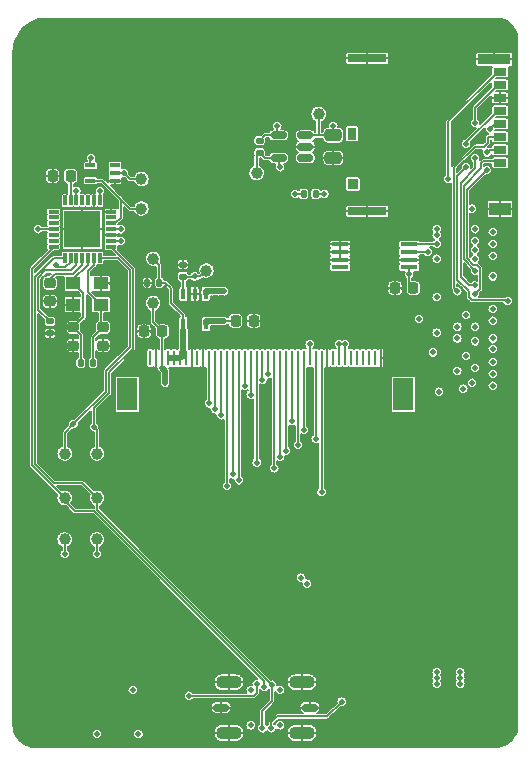
<source format=gbr>
%TF.GenerationSoftware,KiCad,Pcbnew,6.0.11-2627ca5db0~126~ubuntu22.04.1*%
%TF.CreationDate,2023-07-14T19:34:09-07:00*%
%TF.ProjectId,small-display,736d616c-6c2d-4646-9973-706c61792e6b,rev?*%
%TF.SameCoordinates,Original*%
%TF.FileFunction,Copper,L4,Bot*%
%TF.FilePolarity,Positive*%
%FSLAX46Y46*%
G04 Gerber Fmt 4.6, Leading zero omitted, Abs format (unit mm)*
G04 Created by KiCad (PCBNEW 6.0.11-2627ca5db0~126~ubuntu22.04.1) date 2023-07-14 19:34:09*
%MOMM*%
%LPD*%
G01*
G04 APERTURE LIST*
G04 Aperture macros list*
%AMRoundRect*
0 Rectangle with rounded corners*
0 $1 Rounding radius*
0 $2 $3 $4 $5 $6 $7 $8 $9 X,Y pos of 4 corners*
0 Add a 4 corners polygon primitive as box body*
4,1,4,$2,$3,$4,$5,$6,$7,$8,$9,$2,$3,0*
0 Add four circle primitives for the rounded corners*
1,1,$1+$1,$2,$3*
1,1,$1+$1,$4,$5*
1,1,$1+$1,$6,$7*
1,1,$1+$1,$8,$9*
0 Add four rect primitives between the rounded corners*
20,1,$1+$1,$2,$3,$4,$5,0*
20,1,$1+$1,$4,$5,$6,$7,0*
20,1,$1+$1,$6,$7,$8,$9,0*
20,1,$1+$1,$8,$9,$2,$3,0*%
G04 Aperture macros list end*
%TA.AperFunction,ComponentPad*%
%ADD10O,2.200000X1.100000*%
%TD*%
%TA.AperFunction,ComponentPad*%
%ADD11O,1.400000X0.700000*%
%TD*%
%TA.AperFunction,SMDPad,CuDef*%
%ADD12C,1.000000*%
%TD*%
%TA.AperFunction,SMDPad,CuDef*%
%ADD13RoundRect,0.135000X0.185000X-0.135000X0.185000X0.135000X-0.185000X0.135000X-0.185000X-0.135000X0*%
%TD*%
%TA.AperFunction,SMDPad,CuDef*%
%ADD14RoundRect,0.225000X0.225000X0.250000X-0.225000X0.250000X-0.225000X-0.250000X0.225000X-0.250000X0*%
%TD*%
%TA.AperFunction,SMDPad,CuDef*%
%ADD15R,0.850000X0.400000*%
%TD*%
%TA.AperFunction,SMDPad,CuDef*%
%ADD16RoundRect,0.225000X-0.225000X-0.250000X0.225000X-0.250000X0.225000X0.250000X-0.225000X0.250000X0*%
%TD*%
%TA.AperFunction,SMDPad,CuDef*%
%ADD17RoundRect,0.225000X-0.250000X0.225000X-0.250000X-0.225000X0.250000X-0.225000X0.250000X0.225000X0*%
%TD*%
%TA.AperFunction,SMDPad,CuDef*%
%ADD18RoundRect,0.007800X-0.422200X-0.122200X0.422200X-0.122200X0.422200X0.122200X-0.422200X0.122200X0*%
%TD*%
%TA.AperFunction,SMDPad,CuDef*%
%ADD19RoundRect,0.007800X-0.122200X0.422200X-0.122200X-0.422200X0.122200X-0.422200X0.122200X0.422200X0*%
%TD*%
%TA.AperFunction,SMDPad,CuDef*%
%ADD20R,3.100000X3.100000*%
%TD*%
%TA.AperFunction,SMDPad,CuDef*%
%ADD21RoundRect,0.135000X-0.135000X-0.185000X0.135000X-0.185000X0.135000X0.185000X-0.135000X0.185000X0*%
%TD*%
%TA.AperFunction,SMDPad,CuDef*%
%ADD22R,0.457200X0.952500*%
%TD*%
%TA.AperFunction,SMDPad,CuDef*%
%ADD23RoundRect,0.150000X0.512500X0.150000X-0.512500X0.150000X-0.512500X-0.150000X0.512500X-0.150000X0*%
%TD*%
%TA.AperFunction,SMDPad,CuDef*%
%ADD24RoundRect,0.135000X-0.185000X0.135000X-0.185000X-0.135000X0.185000X-0.135000X0.185000X0.135000X0*%
%TD*%
%TA.AperFunction,SMDPad,CuDef*%
%ADD25RoundRect,0.250000X-0.475000X0.250000X-0.475000X-0.250000X0.475000X-0.250000X0.475000X0.250000X0*%
%TD*%
%TA.AperFunction,SMDPad,CuDef*%
%ADD26R,1.100000X0.700000*%
%TD*%
%TA.AperFunction,SMDPad,CuDef*%
%ADD27R,0.930000X0.900000*%
%TD*%
%TA.AperFunction,SMDPad,CuDef*%
%ADD28R,0.780000X1.050000*%
%TD*%
%TA.AperFunction,SMDPad,CuDef*%
%ADD29R,2.800000X0.860000*%
%TD*%
%TA.AperFunction,SMDPad,CuDef*%
%ADD30R,3.330000X0.700000*%
%TD*%
%TA.AperFunction,SMDPad,CuDef*%
%ADD31R,1.830000X1.140000*%
%TD*%
%TA.AperFunction,SMDPad,CuDef*%
%ADD32R,1.300000X1.100000*%
%TD*%
%TA.AperFunction,SMDPad,CuDef*%
%ADD33R,1.473200X0.355600*%
%TD*%
%TA.AperFunction,SMDPad,CuDef*%
%ADD34RoundRect,0.135000X0.135000X0.185000X-0.135000X0.185000X-0.135000X-0.185000X0.135000X-0.185000X0*%
%TD*%
%TA.AperFunction,SMDPad,CuDef*%
%ADD35R,0.254000X1.295400*%
%TD*%
%TA.AperFunction,SMDPad,CuDef*%
%ADD36R,1.727200X2.794000*%
%TD*%
%TA.AperFunction,ViaPad*%
%ADD37C,0.500000*%
%TD*%
%TA.AperFunction,Conductor*%
%ADD38C,0.130000*%
%TD*%
%TA.AperFunction,Conductor*%
%ADD39C,0.200000*%
%TD*%
%TA.AperFunction,Conductor*%
%ADD40C,0.500000*%
%TD*%
G04 APERTURE END LIST*
D10*
%TO.P,J1,S1,SHIELD*%
%TO.N,GND*%
X18400000Y-56350000D03*
%TO.P,J1,S2,SHIELD*%
X24600000Y-56350000D03*
D11*
%TO.P,J1,S3,SHIELD*%
X25250000Y-58500000D03*
D10*
%TO.P,J1,S4,SHIELD*%
X24600000Y-60650000D03*
%TO.P,J1,S5,SHIELD*%
X18400000Y-60650000D03*
D11*
%TO.P,J1,S6,SHIELD*%
X17750000Y-58500000D03*
%TD*%
D12*
%TO.P,TP4,1,1*%
%TO.N,GPIO_02_USB_!RESET*%
X11000000Y-13750000D03*
%TD*%
D13*
%TO.P,R4,1*%
%TO.N,GPIO_25_PWM*%
X14500000Y-22010000D03*
%TO.P,R4,2*%
%TO.N,GND*%
X14500000Y-20990000D03*
%TD*%
D12*
%TO.P,TP1,1,1*%
%TO.N,/SD_PWR*%
X26000000Y-8250000D03*
%TD*%
D14*
%TO.P,C4,1*%
%TO.N,Net-(C4-Pad1)*%
X5025000Y-13500000D03*
%TO.P,C4,2*%
%TO.N,GND*%
X3475000Y-13500000D03*
%TD*%
D15*
%TO.P,U6,1,NC*%
%TO.N,unconnected-(U6-Pad1)*%
X8775000Y-12600000D03*
%TO.P,U6,2,A*%
%TO.N,GPIO_02_USB_!RESET*%
X8775000Y-13250000D03*
%TO.P,U6,3,GND*%
%TO.N,GND*%
X8775000Y-13900000D03*
%TO.P,U6,4,Y*%
%TO.N,Net-(TP6-Pad1)*%
X6675000Y-13900000D03*
%TO.P,U6,5,VCC*%
%TO.N,+3.3V*%
X6675000Y-12600000D03*
%TD*%
D16*
%TO.P,C2,1*%
%TO.N,+5V*%
X18975000Y-25750000D03*
%TO.P,C2,2*%
%TO.N,GND*%
X20525000Y-25750000D03*
%TD*%
D17*
%TO.P,C5,1*%
%TO.N,Net-(C5-Pad1)*%
X3250000Y-22552500D03*
%TO.P,C5,2*%
%TO.N,GND*%
X3250000Y-24102500D03*
%TD*%
%TO.P,CX2,1*%
%TO.N,Net-(CX2-Pad1)*%
X5250000Y-26302500D03*
%TO.P,CX2,2*%
%TO.N,GND*%
X5250000Y-27852500D03*
%TD*%
D18*
%TO.P,U5,1,USBDP_DN1*%
%TO.N,USBD_P*%
X3565000Y-19500000D03*
%TO.P,U5,2,USBDM_DN2*%
%TO.N,unconnected-(U5-Pad2)*%
X3565000Y-19000000D03*
%TO.P,U5,3,USBDP_DN2*%
%TO.N,unconnected-(U5-Pad3)*%
X3565000Y-18500000D03*
%TO.P,U5,4,VDD33*%
%TO.N,+3.3V*%
X3565000Y-18000000D03*
%TO.P,U5,5*%
%TO.N,N/C*%
X3565000Y-17500000D03*
%TO.P,U5,6*%
X3565000Y-17000000D03*
%TO.P,U5,7,PRTPWR1*%
%TO.N,unconnected-(U5-Pad7)*%
X3565000Y-16500000D03*
D19*
%TO.P,U5,8,OCS_N1*%
%TO.N,unconnected-(U5-Pad8)*%
X4500000Y-15565000D03*
%TO.P,U5,9,CRFILT*%
%TO.N,Net-(C4-Pad1)*%
X5000000Y-15565000D03*
%TO.P,U5,10,VDD33*%
%TO.N,+3.3V*%
X5500000Y-15565000D03*
%TO.P,U5,11,PRTPWR2*%
%TO.N,unconnected-(U5-Pad11)*%
X6000000Y-15565000D03*
%TO.P,U5,12,OCS_N2*%
%TO.N,unconnected-(U5-Pad12)*%
X6500000Y-15565000D03*
%TO.P,U5,13,NON_REM1*%
%TO.N,GND*%
X7000000Y-15565000D03*
%TO.P,U5,14,VDD33*%
%TO.N,+3.3V*%
X7500000Y-15565000D03*
D18*
%TO.P,U5,15,VSS*%
%TO.N,GND*%
X8435000Y-16500000D03*
%TO.P,U5,16,HS_IND*%
%TO.N,unconnected-(U5-Pad16)*%
X8435000Y-17000000D03*
%TO.P,U5,17,~{RESET_IN}*%
%TO.N,Net-(TP6-Pad1)*%
X8435000Y-17500000D03*
%TO.P,U5,18,VBUS_DET*%
%TO.N,+3.3V*%
X8435000Y-18000000D03*
%TO.P,U5,19,SUSP_IND/NON_REM0*%
%TO.N,GND*%
X8435000Y-18500000D03*
%TO.P,U5,20,VDD33*%
%TO.N,+3.3V*%
X8435000Y-19000000D03*
%TO.P,U5,21,USBDM_UP*%
%TO.N,USB2_N*%
X8435000Y-19500000D03*
D19*
%TO.P,U5,22,USBDP_UP*%
%TO.N,USB2_P*%
X7500000Y-20435000D03*
%TO.P,U5,23,XTALOUT*%
%TO.N,Net-(CX1-Pad1)*%
X7000000Y-20435000D03*
%TO.P,U5,24,XTALIN/CLKIN*%
%TO.N,Net-(CX2-Pad1)*%
X6500000Y-20435000D03*
%TO.P,U5,25,PLLFILT*%
%TO.N,Net-(C5-Pad1)*%
X6000000Y-20435000D03*
%TO.P,U5,26,RBIAS*%
%TO.N,Net-(R9-Pad1)*%
X5500000Y-20435000D03*
%TO.P,U5,27,VDD33*%
%TO.N,+3.3V*%
X5000000Y-20435000D03*
%TO.P,U5,28,USBDM_DN1*%
%TO.N,USBD_N*%
X4500000Y-20435000D03*
D20*
%TO.P,U5,29,VSS*%
%TO.N,GND*%
X6000000Y-18000000D03*
%TD*%
D12*
%TO.P,TP5,1,1*%
%TO.N,SD_PWR_ON*%
X20750000Y-13250000D03*
%TD*%
D21*
%TO.P,R8,1*%
%TO.N,Net-(CX2-Pad1)*%
X5883641Y-29327500D03*
%TO.P,R8,2*%
%TO.N,Net-(CX1-Pad1)*%
X6903641Y-29327500D03*
%TD*%
D12*
%TO.P,TP10,1,1*%
%TO.N,USB2_P*%
X4500000Y-37000000D03*
%TD*%
D22*
%TO.P,U4,1,EN*%
%TO.N,GPIO_25_PWM*%
X14560200Y-23473650D03*
%TO.P,U4,2,GND*%
%TO.N,GND*%
X15500000Y-23473650D03*
%TO.P,U4,3,SW*%
%TO.N,Net-(L1-Pad1)*%
X16439800Y-23473650D03*
%TO.P,U4,4,VIN*%
%TO.N,+5V*%
X16452500Y-26026350D03*
%TO.P,U4,5,FB*%
%TO.N,/LED_K*%
X14547500Y-26026350D03*
%TD*%
D23*
%TO.P,U3,1,OUT*%
%TO.N,/SD_PWR*%
X24887500Y-10050000D03*
%TO.P,U3,2,GND*%
%TO.N,GND*%
X24887500Y-11000000D03*
%TO.P,U3,3,nFLG*%
%TO.N,unconnected-(U3-Pad3)*%
X24887500Y-11950000D03*
%TO.P,U3,4,EN*%
%TO.N,SD_PWR_ON*%
X22612500Y-11950000D03*
%TO.P,U3,5,IN*%
%TO.N,+3.3V*%
X22612500Y-10050000D03*
%TD*%
D24*
%TO.P,R3,1*%
%TO.N,+3.3V*%
X21000000Y-10490000D03*
%TO.P,R3,2*%
%TO.N,SD_PWR_ON*%
X21000000Y-11510000D03*
%TD*%
D17*
%TO.P,CX1,1*%
%TO.N,Net-(CX1-Pad1)*%
X7750000Y-26302500D03*
%TO.P,CX1,2*%
%TO.N,GND*%
X7750000Y-27852500D03*
%TD*%
D12*
%TO.P,TP11,1,1*%
%TO.N,USBD_N*%
X7250000Y-40750000D03*
%TD*%
%TO.P,TP8,1,1*%
%TO.N,/LED_K*%
X12000000Y-20500000D03*
%TD*%
D25*
%TO.P,C1,1*%
%TO.N,/SD_PWR*%
X27250000Y-10050000D03*
%TO.P,C1,2*%
%TO.N,GND*%
X27250000Y-11950000D03*
%TD*%
D12*
%TO.P,TP2,1,1*%
%TO.N,GPIO_25_PWM*%
X16500000Y-21500000D03*
%TD*%
D21*
%TO.P,R10,1*%
%TO.N,+3.3V*%
X24740000Y-15000000D03*
%TO.P,R10,2*%
%TO.N,/nRPIBOOT*%
X25760000Y-15000000D03*
%TD*%
D12*
%TO.P,TP7,1,1*%
%TO.N,/LED_A*%
X12000000Y-24250000D03*
%TD*%
D26*
%TO.P,J2,1,DAT2*%
%TO.N,SD_DAT2*%
X41375000Y-12380000D03*
%TO.P,J2,2,DAT3/CD*%
%TO.N,SD_DAT3*%
X41375000Y-11280000D03*
%TO.P,J2,3,CMD*%
%TO.N,SD_CMD*%
X41375000Y-10180000D03*
%TO.P,J2,4,VDD*%
%TO.N,/SD_PWR*%
X41375000Y-9080000D03*
%TO.P,J2,5,CLK*%
%TO.N,SD_CLK*%
X41375000Y-7980000D03*
%TO.P,J2,6,VSS*%
%TO.N,GND*%
X41375000Y-6880000D03*
%TO.P,J2,7,DAT0*%
%TO.N,SD_DAT0*%
X41375000Y-5780000D03*
%TO.P,J2,8,DAT1*%
%TO.N,SD_DAT1*%
X41375000Y-4680000D03*
D27*
%TO.P,J2,9,DET_B*%
%TO.N,unconnected-(J2-Pad9)*%
X28910000Y-14170000D03*
D28*
%TO.P,J2,10,DET_A*%
%TO.N,unconnected-(J2-Pad10)*%
X28835000Y-9905000D03*
D29*
%TO.P,J2,11,SHIELD*%
%TO.N,GND*%
X40875000Y-3600000D03*
D30*
X30110000Y-3520000D03*
X30110000Y-16480000D03*
D31*
X41360000Y-16260000D03*
%TD*%
D32*
%TO.P,Y1,1,IN/OUT*%
%TO.N,Net-(CX2-Pad1)*%
X5250000Y-22577500D03*
%TO.P,Y1,2,GND*%
%TO.N,GND*%
X7550000Y-22577500D03*
%TO.P,Y1,3,OUT/IN*%
%TO.N,Net-(CX1-Pad1)*%
X7550000Y-24377500D03*
%TO.P,Y1,4,GND__1*%
%TO.N,GND*%
X5250000Y-24377500D03*
%TD*%
D12*
%TO.P,TP13,1,1*%
%TO.N,+3.3V*%
X4500000Y-44250000D03*
%TD*%
D24*
%TO.P,R9,1*%
%TO.N,Net-(R9-Pad1)*%
X3250000Y-25807500D03*
%TO.P,R9,2*%
%TO.N,GND*%
X3250000Y-26827500D03*
%TD*%
D12*
%TO.P,TP12,1,1*%
%TO.N,USBD_P*%
X4500000Y-40750000D03*
%TD*%
%TO.P,TP6,1,1*%
%TO.N,Net-(TP6-Pad1)*%
X11000000Y-16250000D03*
%TD*%
D14*
%TO.P,C6,1*%
%TO.N,+3.3V*%
X34025000Y-23000000D03*
%TO.P,C6,2*%
%TO.N,GND*%
X32475000Y-23000000D03*
%TD*%
D33*
%TO.P,U7,1,DU*%
%TO.N,unconnected-(U7-Pad1)*%
X27829000Y-21224979D03*
%TO.P,U7,2,E1*%
%TO.N,GND*%
X27829000Y-20574993D03*
%TO.P,U7,3,E2*%
X27829000Y-19925007D03*
%TO.P,U7,4,VSS*%
X27829000Y-19275021D03*
%TO.P,U7,5,SDA*%
%TO.N,SDA0*%
X33671000Y-19275021D03*
%TO.P,U7,6,SCL*%
%TO.N,SCL0*%
X33671000Y-19925007D03*
%TO.P,U7,7,\u002AWC*%
%TO.N,GND*%
X33671000Y-20574993D03*
%TO.P,U7,8,VCC*%
%TO.N,+3.3V*%
X33671000Y-21224979D03*
%TD*%
D14*
%TO.P,C3,1*%
%TO.N,/LED_A*%
X12775000Y-26650000D03*
%TO.P,C3,2*%
%TO.N,GND*%
X11225000Y-26650000D03*
%TD*%
D34*
%TO.P,R5,1*%
%TO.N,/LED_K*%
X12510000Y-22520000D03*
%TO.P,R5,2*%
%TO.N,GND*%
X11490000Y-22520000D03*
%TD*%
D35*
%TO.P,J5,1,1*%
%TO.N,GND*%
X31250001Y-28904700D03*
%TO.P,J5,2,2*%
%TO.N,unconnected-(J5-Pad2)*%
X30749999Y-28904700D03*
%TO.P,J5,3,3*%
%TO.N,unconnected-(J5-Pad3)*%
X30250000Y-28904700D03*
%TO.P,J5,4,4*%
%TO.N,unconnected-(J5-Pad4)*%
X29750001Y-28904700D03*
%TO.P,J5,5,5*%
%TO.N,unconnected-(J5-Pad5)*%
X29250000Y-28904700D03*
%TO.P,J5,6,6*%
%TO.N,unconnected-(J5-Pad6)*%
X28750001Y-28904700D03*
%TO.P,J5,7,7*%
%TO.N,+3.3V*%
X28249999Y-28904700D03*
%TO.P,J5,8,8*%
X27750000Y-28904700D03*
%TO.P,J5,9,9*%
%TO.N,unconnected-(J5-Pad9)*%
X27250001Y-28904700D03*
%TO.P,J5,10,10*%
%TO.N,GND*%
X26750000Y-28904700D03*
%TO.P,J5,11,11*%
%TO.N,GPIO_26_DAT_CMD*%
X26250001Y-28904700D03*
%TO.P,J5,12,12*%
%TO.N,GPIO_07_!WRITE*%
X25749999Y-28904700D03*
%TO.P,J5,13,13*%
%TO.N,+3.3V*%
X25250000Y-28904700D03*
%TO.P,J5,14,14*%
%TO.N,GPIO_08_DB0*%
X24750001Y-28904700D03*
%TO.P,J5,15,15*%
%TO.N,GPIO_09_DB1*%
X24250000Y-28904700D03*
%TO.P,J5,16,16*%
%TO.N,GPIO_10_DB2*%
X23750001Y-28904700D03*
%TO.P,J5,17,17*%
%TO.N,GPIO_11_DB3*%
X23249999Y-28904700D03*
%TO.P,J5,18,18*%
%TO.N,GPIO_12_DB4*%
X22750000Y-28904700D03*
%TO.P,J5,19,19*%
%TO.N,GPIO_13_DB5*%
X22250001Y-28904700D03*
%TO.P,J5,20,20*%
%TO.N,GPIO_14_DB6*%
X21750000Y-28904700D03*
%TO.P,J5,21,21*%
%TO.N,GPIO_15_DB7*%
X21250000Y-28904700D03*
%TO.P,J5,22,22*%
%TO.N,GPIO_16_DB8*%
X20749999Y-28904700D03*
%TO.P,J5,23,23*%
%TO.N,GPIO_17_DB9*%
X20250000Y-28904700D03*
%TO.P,J5,24,24*%
%TO.N,GPIO_18_DB10*%
X19750001Y-28904700D03*
%TO.P,J5,25,25*%
%TO.N,GPIO_19_DB11*%
X19249999Y-28904700D03*
%TO.P,J5,26,26*%
%TO.N,GPIO_20_DB12*%
X18750000Y-28904700D03*
%TO.P,J5,27,27*%
%TO.N,GPIO_21_DB13*%
X18249999Y-28904700D03*
%TO.P,J5,28,28*%
%TO.N,GPIO_22_DB14*%
X17750000Y-28904700D03*
%TO.P,J5,29,29*%
%TO.N,GPIO_23_DB15*%
X17250001Y-28904700D03*
%TO.P,J5,30,30*%
%TO.N,GPIO_27_!RESET*%
X16749999Y-28904700D03*
%TO.P,J5,31,31*%
%TO.N,GND*%
X16250000Y-28904700D03*
%TO.P,J5,32,32*%
%TO.N,unconnected-(J5-Pad32)*%
X15750001Y-28904700D03*
%TO.P,J5,33,33*%
%TO.N,GND*%
X15250000Y-28904700D03*
%TO.P,J5,34,34*%
%TO.N,/LED_K*%
X14750001Y-28904700D03*
%TO.P,J5,35,35*%
X14249999Y-28904700D03*
%TO.P,J5,36,36*%
X13750000Y-28904700D03*
%TO.P,J5,37,37*%
X13250001Y-28904700D03*
%TO.P,J5,38,38*%
%TO.N,/LED_A*%
X12750000Y-28904700D03*
%TO.P,J5,39,39*%
%TO.N,GND*%
X12250001Y-28904700D03*
%TO.P,J5,40,40*%
%TO.N,unconnected-(J5-Pad40)*%
X11749999Y-28904700D03*
D36*
%TO.P,J5,41*%
%TO.N,N/C*%
X33189999Y-31984699D03*
%TO.P,J5,42*%
X9810001Y-31984699D03*
%TD*%
D12*
%TO.P,TP3,1,1*%
%TO.N,+5V*%
X7250000Y-44250000D03*
%TD*%
%TO.P,TP9,1,1*%
%TO.N,USB2_N*%
X7250000Y-37000000D03*
%TD*%
D37*
%TO.N,PI_nLED_Activity*%
X24500000Y-47500000D03*
X40750000Y-31250000D03*
%TO.N,nPWR_LED*%
X39000000Y-16250000D03*
X25000000Y-48000000D03*
%TO.N,USBD_P*%
X21416586Y-56745411D03*
%TO.N,USBD_N*%
X22064309Y-56564309D03*
X21250000Y-60250000D03*
%TO.N,/SD_PWR*%
X27250000Y-9250000D03*
X40500000Y-9500000D03*
%TO.N,SCL0*%
X35224993Y-19925007D03*
%TO.N,SDA0*%
X36000000Y-19250000D03*
%TO.N,GND*%
X6750000Y-14750000D03*
X40000000Y-55000000D03*
X10000000Y-40000000D03*
X5000000Y-55000000D03*
X40000000Y-60000000D03*
X25000000Y-45000000D03*
X15000000Y-15000000D03*
X40000000Y-50000000D03*
X5000000Y-60000000D03*
X30000000Y-5000000D03*
X15000000Y-10000000D03*
X20000000Y-50000000D03*
X37750000Y-10250000D03*
X30000000Y-45000000D03*
X5000000Y-50000000D03*
X35000000Y-50000000D03*
X5000000Y-5000000D03*
X5750000Y-40750000D03*
X30000000Y-10000000D03*
X20000000Y-15000000D03*
X15000000Y-5000000D03*
X20000000Y-5000000D03*
X40000000Y-45000000D03*
X10000000Y-10000000D03*
X38500000Y-21750000D03*
X35000000Y-10000000D03*
X20000000Y-20000000D03*
X15000000Y-20000000D03*
X15000000Y-45000000D03*
X40000000Y-40000000D03*
X30000000Y-20000000D03*
X10000000Y-5000000D03*
X10000000Y-60000000D03*
X25000000Y-20000000D03*
X20000000Y-10000000D03*
X15000000Y-60000000D03*
X30000000Y-50000000D03*
X39750000Y-10250000D03*
X5000000Y-10000000D03*
X35000000Y-40000000D03*
X35000000Y-5000000D03*
X25000000Y-5000000D03*
X30000000Y-60000000D03*
X35000000Y-45000000D03*
X5000000Y-45000000D03*
%TO.N,Net-(J1-PadA5)*%
X15020000Y-57500000D03*
X20768323Y-56500000D03*
%TO.N,Net-(J1-PadB5)*%
X22000000Y-60250000D03*
X27960000Y-58000000D03*
%TO.N,SD_DAT2*%
X39250000Y-21500000D03*
%TO.N,SD_DAT3*%
X39250000Y-23500000D03*
X40250000Y-11500000D03*
X40230868Y-13000000D03*
%TO.N,SD_CMD*%
X37750000Y-23250000D03*
%TO.N,SD_CLK*%
X42000000Y-24089380D03*
X38500000Y-12750000D03*
X38500000Y-10750000D03*
%TO.N,SD_DAT0*%
X39250000Y-12000000D03*
X39250000Y-9000000D03*
X39250000Y-22750000D03*
%TO.N,SD_DAT1*%
X40750000Y-22000000D03*
X37000000Y-13750000D03*
%TO.N,SD_PWR_ON*%
X39250000Y-20500000D03*
X22750000Y-12750000D03*
%TO.N,USB2_N*%
X7000000Y-34750000D03*
%TO.N,USB2_P*%
X5250000Y-34500000D03*
%TO.N,+5V*%
X17500000Y-25750000D03*
X40750000Y-19250000D03*
X20250000Y-60000000D03*
X22750000Y-60000000D03*
X39250000Y-19750000D03*
X40750000Y-18250000D03*
X7250000Y-45500000D03*
X20250000Y-57000000D03*
X39250000Y-18000000D03*
X18000000Y-25750000D03*
X17000000Y-25750000D03*
X22750000Y-57000000D03*
X40750000Y-20250000D03*
X39250000Y-19000000D03*
%TO.N,/LED_A*%
X36000000Y-56000000D03*
X36000000Y-55500000D03*
X13000000Y-30500000D03*
X13000000Y-31000000D03*
X13000000Y-30000000D03*
X36000000Y-56500000D03*
%TO.N,GPIO_26_DAT_CMD*%
X38250000Y-31500000D03*
X26250000Y-40250000D03*
%TO.N,GPIO_07_!WRITE*%
X40750000Y-28119500D03*
X25750000Y-35750000D03*
%TO.N,GPIO_08_DB0*%
X24750000Y-35000000D03*
X39250000Y-27500000D03*
%TO.N,GPIO_09_DB1*%
X24250000Y-36250000D03*
X35685691Y-28435691D03*
%TO.N,GPIO_10_DB2*%
X37750000Y-27250000D03*
X23750000Y-34250000D03*
%TO.N,GPIO_11_DB3*%
X23250000Y-36750000D03*
X38500000Y-28750000D03*
%TO.N,GPIO_12_DB4*%
X22750000Y-37250000D03*
X40750000Y-29250000D03*
%TO.N,GPIO_13_DB5*%
X22250000Y-38250000D03*
X37750000Y-30000000D03*
%TO.N,GPIO_14_DB6*%
X21750000Y-30250000D03*
X40740000Y-24760000D03*
%TO.N,GPIO_15_DB7*%
X38500000Y-25250000D03*
X21250000Y-30750000D03*
%TO.N,GPIO_16_DB8*%
X39250000Y-29750000D03*
X20750000Y-37750000D03*
%TO.N,GPIO_17_DB9*%
X20250000Y-32000000D03*
X34500000Y-25605000D03*
%TO.N,GPIO_18_DB10*%
X40750000Y-25750000D03*
X19750000Y-31250000D03*
%TO.N,GPIO_19_DB11*%
X36190498Y-31750000D03*
X19250000Y-39250000D03*
%TO.N,GPIO_20_DB12*%
X40750000Y-30250000D03*
X18750000Y-38750000D03*
%TO.N,GPIO_21_DB13*%
X18250000Y-39750000D03*
X39000000Y-31000000D03*
%TO.N,GPIO_22_DB14*%
X17750000Y-33750000D03*
X36002315Y-26750000D03*
%TO.N,GPIO_23_DB15*%
X17250000Y-33250000D03*
X39250000Y-26250000D03*
%TO.N,GPIO_27_!RESET*%
X37750000Y-26250000D03*
X16750000Y-32750000D03*
%TO.N,GPIO_25_PWM*%
X15500000Y-22000000D03*
X40750000Y-27250000D03*
%TO.N,GPIO_02_USB_!RESET*%
X9500000Y-13250000D03*
X36000000Y-23750000D03*
%TO.N,Net-(L1-Pad1)*%
X17000000Y-23250000D03*
X38000000Y-56000000D03*
X38000000Y-55500000D03*
X38000000Y-56500000D03*
X17500000Y-23250000D03*
X18000000Y-23250000D03*
%TO.N,+3.3V*%
X10750000Y-60750000D03*
X3750000Y-21000000D03*
X4500000Y-45500000D03*
X10270000Y-57023750D03*
X22500000Y-9250000D03*
X36000000Y-20500000D03*
X33671000Y-21829000D03*
X7250000Y-60750000D03*
X28250000Y-27750000D03*
X27750000Y-27750000D03*
X25250000Y-27750000D03*
X7500000Y-14750000D03*
X9250000Y-18000000D03*
X24000000Y-15000000D03*
X6750000Y-12000000D03*
X5500000Y-14750000D03*
X36000000Y-18000000D03*
X2250000Y-18000000D03*
X9250000Y-19000000D03*
X36000000Y-18500000D03*
%TO.N,/nRPIBOOT*%
X26500000Y-15000000D03*
%TD*%
D38*
%TO.N,USBD_P*%
X21416586Y-56284282D02*
X6989999Y-41857695D01*
X21416586Y-56745411D02*
X21416586Y-56284282D01*
X6989999Y-41857695D02*
X5357695Y-41857695D01*
X4500000Y-40750000D02*
X1730000Y-37980000D01*
X1730000Y-37980000D02*
X1730000Y-21335000D01*
X1730000Y-21335000D02*
X3565000Y-19500000D01*
X5357695Y-41857695D02*
X4500000Y-41000000D01*
X4500000Y-41000000D02*
X4500000Y-40750000D01*
%TO.N,USBD_N*%
X6000000Y-39500000D02*
X3617696Y-39500000D01*
X7250000Y-41750000D02*
X7250000Y-40750000D01*
X3617696Y-39500000D02*
X1990000Y-37872304D01*
X22064309Y-56564309D02*
X7250000Y-41750000D01*
X7250000Y-40750000D02*
X6000000Y-39500000D01*
X22064309Y-57935691D02*
X21250000Y-58750000D01*
X3564069Y-20435000D02*
X4500000Y-20435000D01*
X1990000Y-22009069D02*
X3564069Y-20435000D01*
X1990000Y-37872304D02*
X1990000Y-22009069D01*
X21250000Y-58750000D02*
X21250000Y-60250000D01*
X22064309Y-56564309D02*
X22064309Y-57935691D01*
%TO.N,/SD_PWR*%
X41375000Y-9080000D02*
X40920000Y-9080000D01*
X27250000Y-9250000D02*
X27250000Y-10050000D01*
D39*
X27250000Y-10050000D02*
X26050000Y-10050000D01*
D38*
X26000000Y-8250000D02*
X26000000Y-10000000D01*
X26000000Y-10000000D02*
X26050000Y-10050000D01*
D39*
X26050000Y-10050000D02*
X24887500Y-10050000D01*
D38*
X40920000Y-9080000D02*
X40500000Y-9500000D01*
%TO.N,SCL0*%
X35224993Y-19925007D02*
X33671000Y-19925007D01*
%TO.N,SDA0*%
X36000000Y-19250000D02*
X35974979Y-19275021D01*
X35974979Y-19275021D02*
X33671000Y-19275021D01*
%TO.N,GND*%
X7000000Y-15565000D02*
X7000000Y-15000000D01*
X7000000Y-15000000D02*
X6750000Y-14750000D01*
%TO.N,Net-(J1-PadA5)*%
X20768323Y-56500000D02*
X20768323Y-57231677D01*
X20500000Y-57500000D02*
X15020000Y-57500000D01*
X20768323Y-57231677D02*
X20500000Y-57500000D01*
%TO.N,Net-(J1-PadB5)*%
X27960000Y-58000000D02*
X26710000Y-59250000D01*
X26710000Y-59250000D02*
X22500000Y-59250000D01*
X22500000Y-59250000D02*
X22000000Y-59750000D01*
X22000000Y-59750000D02*
X22000000Y-60250000D01*
%TO.N,SD_DAT2*%
X39250000Y-21500000D02*
X38280000Y-20530000D01*
X39750000Y-12433883D02*
X39933883Y-12250000D01*
X38280000Y-20530000D02*
X38280000Y-14314040D01*
X39750000Y-12844040D02*
X39750000Y-12433883D01*
X38280000Y-14314040D02*
X39750000Y-12844040D01*
X41245000Y-12250000D02*
X41375000Y-12380000D01*
X39933883Y-12250000D02*
X41245000Y-12250000D01*
%TO.N,SD_DAT3*%
X39379326Y-21000000D02*
X39695000Y-21315674D01*
X39117696Y-21000000D02*
X39379326Y-21000000D01*
X40470000Y-11280000D02*
X40250000Y-11500000D01*
X38540000Y-14690868D02*
X38540000Y-20422304D01*
X41375000Y-11280000D02*
X40470000Y-11280000D01*
X39695000Y-21315674D02*
X39695000Y-23055000D01*
X40230868Y-13000000D02*
X38540000Y-14690868D01*
X38540000Y-20422304D02*
X39117696Y-21000000D01*
X39695000Y-23055000D02*
X39250000Y-23500000D01*
%TO.N,SD_CMD*%
X41375000Y-10180000D02*
X40320000Y-10180000D01*
X37500000Y-23000000D02*
X37750000Y-23250000D01*
X37500000Y-12750000D02*
X37500000Y-23000000D01*
X40320000Y-10680000D02*
X40000000Y-11000000D01*
X40320000Y-10180000D02*
X40320000Y-10680000D01*
X39250000Y-11000000D02*
X37500000Y-12750000D01*
X40000000Y-11000000D02*
X39250000Y-11000000D01*
%TO.N,SD_CLK*%
X38750000Y-23250000D02*
X38750000Y-23750000D01*
X37760000Y-13490000D02*
X37760000Y-22260000D01*
X38750000Y-23750000D02*
X39000000Y-24000000D01*
X37760000Y-22260000D02*
X38750000Y-23250000D01*
X38500000Y-12750000D02*
X37760000Y-13490000D01*
X41175000Y-7980000D02*
X41375000Y-7980000D01*
X38500000Y-10750000D02*
X38500000Y-10655000D01*
X39000000Y-24000000D02*
X41910620Y-24000000D01*
X41910620Y-24000000D02*
X42000000Y-24089380D01*
X38500000Y-10655000D02*
X41175000Y-7980000D01*
%TO.N,SD_DAT0*%
X38750000Y-22750000D02*
X39250000Y-22750000D01*
X39250000Y-9000000D02*
X39250000Y-7705000D01*
X41175000Y-5780000D02*
X41375000Y-5780000D01*
X39250000Y-12843970D02*
X38020000Y-14073970D01*
X39250000Y-7705000D02*
X41175000Y-5780000D01*
X39250000Y-12000000D02*
X39250000Y-12843970D01*
X38020000Y-14073970D02*
X38020000Y-22020000D01*
X38020000Y-22020000D02*
X38750000Y-22750000D01*
%TO.N,SD_DAT1*%
X37000000Y-8855000D02*
X37000000Y-13750000D01*
X41175000Y-4680000D02*
X37000000Y-8855000D01*
X41375000Y-4680000D02*
X41175000Y-4680000D01*
%TO.N,SD_PWR_ON*%
X22612500Y-12612500D02*
X22750000Y-12750000D01*
X22612500Y-11950000D02*
X21440000Y-11950000D01*
X22612500Y-11950000D02*
X22612500Y-12612500D01*
X21440000Y-11950000D02*
X21000000Y-11510000D01*
X20750000Y-11760000D02*
X20750000Y-13250000D01*
X21000000Y-11510000D02*
X20750000Y-11760000D01*
%TO.N,USB2_N*%
X10260000Y-21325000D02*
X8717500Y-19782500D01*
X8260000Y-31857696D02*
X8260000Y-30107696D01*
X8260000Y-30107696D02*
X10260001Y-28107695D01*
X7000000Y-34750000D02*
X7250000Y-35000000D01*
X10260001Y-28107695D02*
X10260000Y-21325000D01*
X7000000Y-33117696D02*
X8260000Y-31857696D01*
X7000000Y-34750000D02*
X7000000Y-33117696D01*
X9250000Y-20315000D02*
X8435000Y-19500000D01*
X7250000Y-35000000D02*
X7250000Y-37000000D01*
%TO.N,USB2_P*%
X8000000Y-31750000D02*
X8000000Y-30000000D01*
X10000000Y-21432696D02*
X9002304Y-20435000D01*
X5250000Y-34500000D02*
X8000000Y-31750000D01*
X5250000Y-34500000D02*
X4500000Y-35250000D01*
X8000000Y-30000000D02*
X10000000Y-28000000D01*
X4500000Y-35250000D02*
X4500000Y-37000000D01*
X10000000Y-28000000D02*
X10000000Y-21432696D01*
X9002304Y-20435000D02*
X7500000Y-20435000D01*
D40*
%TO.N,+5V*%
X16452500Y-25797500D02*
X16500000Y-25750000D01*
D38*
X7250000Y-44500000D02*
X7250000Y-45500000D01*
D40*
X17000000Y-25750000D02*
X17500000Y-25750000D01*
X17500000Y-25750000D02*
X18000000Y-25750000D01*
X16500000Y-25750000D02*
X17000000Y-25750000D01*
D38*
X18975000Y-25750000D02*
X18000000Y-25750000D01*
D40*
X16452500Y-26026350D02*
X16452500Y-25797500D01*
D38*
%TO.N,/LED_A*%
X12750000Y-28904700D02*
X12750000Y-26675000D01*
X12000000Y-25875000D02*
X12000000Y-24250000D01*
D40*
X13000000Y-30000000D02*
X13000000Y-31000000D01*
D38*
X12750000Y-26675000D02*
X12775000Y-26650000D01*
X12750000Y-28904700D02*
X12750000Y-29750000D01*
D40*
X12750000Y-29750000D02*
X13000000Y-30000000D01*
D38*
X12775000Y-26650000D02*
X12000000Y-25875000D01*
%TO.N,Net-(CX1-Pad1)*%
X7550000Y-24377500D02*
X7550000Y-26102500D01*
X6500000Y-23327500D02*
X7550000Y-24377500D01*
X6500000Y-21500000D02*
X6500000Y-23327500D01*
X7550000Y-26102500D02*
X7750000Y-26302500D01*
X6903641Y-27148859D02*
X6903641Y-29327500D01*
X7000000Y-20435000D02*
X7000000Y-21000000D01*
X7000000Y-21000000D02*
X6500000Y-21500000D01*
X7750000Y-26302500D02*
X6903641Y-27148859D01*
%TO.N,GPIO_26_DAT_CMD*%
X26250001Y-28904700D02*
X26250000Y-40250000D01*
%TO.N,GPIO_07_!WRITE*%
X25749999Y-28904700D02*
X25750000Y-35750000D01*
%TO.N,GPIO_08_DB0*%
X24750001Y-28904700D02*
X24750000Y-35000000D01*
%TO.N,GPIO_09_DB1*%
X24250000Y-36250000D02*
X24250000Y-28904700D01*
%TO.N,GPIO_10_DB2*%
X23750001Y-28904700D02*
X23750000Y-34250000D01*
%TO.N,GPIO_11_DB3*%
X23249999Y-28904700D02*
X23250000Y-36750000D01*
%TO.N,GPIO_12_DB4*%
X22750000Y-37250000D02*
X22750000Y-28904700D01*
%TO.N,GPIO_13_DB5*%
X22250001Y-28904700D02*
X22250000Y-38250000D01*
%TO.N,GPIO_14_DB6*%
X21750000Y-28904700D02*
X21750000Y-30250000D01*
%TO.N,GPIO_15_DB7*%
X21250000Y-28904700D02*
X21250000Y-30750000D01*
%TO.N,GPIO_16_DB8*%
X20750000Y-37750000D02*
X20749999Y-28904700D01*
%TO.N,GPIO_17_DB9*%
X20250000Y-28904700D02*
X20250000Y-32000000D01*
%TO.N,GPIO_18_DB10*%
X19750001Y-28904700D02*
X19750000Y-31250000D01*
%TO.N,GPIO_19_DB11*%
X19249999Y-28904700D02*
X19250000Y-39250000D01*
%TO.N,GPIO_20_DB12*%
X18750000Y-28904700D02*
X18750000Y-38750000D01*
%TO.N,GPIO_21_DB13*%
X18249999Y-28904700D02*
X18250000Y-39750000D01*
%TO.N,GPIO_22_DB14*%
X17750000Y-33750000D02*
X17750000Y-28904700D01*
%TO.N,GPIO_23_DB15*%
X17250001Y-28904700D02*
X17250000Y-33250000D01*
%TO.N,GPIO_27_!RESET*%
X16749999Y-28904700D02*
X16750000Y-32750000D01*
%TO.N,GPIO_25_PWM*%
X14560200Y-22070200D02*
X14500000Y-22010000D01*
X14560200Y-23473650D02*
X14560200Y-22070200D01*
X16000001Y-21999999D02*
X16500000Y-21500000D01*
X15490000Y-22010000D02*
X15500000Y-22000000D01*
X15500000Y-22000000D02*
X16000001Y-21999999D01*
X14500000Y-22010000D02*
X15490000Y-22010000D01*
%TO.N,Net-(C4-Pad1)*%
X5000000Y-15565000D02*
X5000000Y-14025000D01*
X5000000Y-14025000D02*
X5025000Y-14000000D01*
%TO.N,Net-(C5-Pad1)*%
X6000000Y-21000000D02*
X5250000Y-21750000D01*
X6000000Y-20435000D02*
X6000000Y-21000000D01*
X3725000Y-21750000D02*
X3250000Y-22225000D01*
X5250000Y-21750000D02*
X3725000Y-21750000D01*
%TO.N,GPIO_02_USB_!RESET*%
X9500000Y-13250000D02*
X10000000Y-13750000D01*
X8775000Y-13250000D02*
X9500000Y-13250000D01*
X10000000Y-13750000D02*
X11000000Y-13750000D01*
%TO.N,/LED_K*%
X12499999Y-20999999D02*
X12000000Y-20500000D01*
D39*
X13250001Y-28904700D02*
X13404700Y-28904700D01*
D38*
X13500000Y-24250000D02*
X13500000Y-23000000D01*
X12500000Y-22510000D02*
X12499999Y-20999999D01*
X13020000Y-22520000D02*
X12510000Y-22520000D01*
D40*
X14249999Y-28904700D02*
X13404700Y-28904700D01*
D38*
X12510000Y-22520000D02*
X12500000Y-22510000D01*
D39*
X13404700Y-28904700D02*
X14750001Y-28904700D01*
D38*
X14547500Y-25297500D02*
X13500000Y-24250000D01*
D40*
X14547500Y-28607199D02*
X14249999Y-28904700D01*
D38*
X14547500Y-26026350D02*
X14547500Y-25297500D01*
X13500000Y-23000000D02*
X13020000Y-22520000D01*
D40*
X14547500Y-26526350D02*
X14547500Y-28607199D01*
%TO.N,Net-(L1-Pad1)*%
X16500000Y-23250000D02*
X17000000Y-23250000D01*
X17500000Y-23250000D02*
X18000000Y-23250000D01*
X16439800Y-23310200D02*
X16500000Y-23250000D01*
X17000000Y-23250000D02*
X17500000Y-23250000D01*
X16439800Y-23473650D02*
X16439800Y-23310200D01*
D38*
%TO.N,+3.3V*%
X24000000Y-15000000D02*
X24740000Y-15000000D01*
X7500000Y-15565000D02*
X7500000Y-14750000D01*
D39*
X22500000Y-9937500D02*
X22500000Y-9250000D01*
D38*
X33671000Y-22646000D02*
X34025000Y-23000000D01*
X2250000Y-18000000D02*
X3565000Y-18000000D01*
X6675000Y-12600000D02*
X6675000Y-12075000D01*
X25250000Y-28904700D02*
X25250000Y-27750000D01*
X5500000Y-15565000D02*
X5500000Y-14750000D01*
X5000000Y-20766203D02*
X4536203Y-21230000D01*
X8435000Y-18000000D02*
X9250000Y-18000000D01*
X5000000Y-20435000D02*
X5000000Y-20766203D01*
X4536203Y-21230000D02*
X3980000Y-21230000D01*
X3980000Y-21230000D02*
X3750000Y-21000000D01*
X21440000Y-10050000D02*
X21000000Y-10490000D01*
X33671000Y-21224979D02*
X33671000Y-21829000D01*
X27750000Y-28904700D02*
X27750000Y-27750000D01*
X22612500Y-10050000D02*
X21440000Y-10050000D01*
X33671000Y-21829000D02*
X33671000Y-22646000D01*
X6675000Y-12075000D02*
X6750000Y-12000000D01*
X8435000Y-19000000D02*
X9250000Y-19000000D01*
X22612500Y-10050000D02*
X22500000Y-9937500D01*
X28249999Y-28904700D02*
X28250000Y-27750000D01*
X4500000Y-44250000D02*
X4500000Y-45500000D01*
%TO.N,Net-(CX2-Pad1)*%
X5250000Y-26302500D02*
X5920000Y-26972500D01*
X6095000Y-23422500D02*
X6095000Y-25457500D01*
X5920000Y-29291141D02*
X5883641Y-29327500D01*
X6095000Y-25457500D02*
X5250000Y-26302500D01*
X5250000Y-22577500D02*
X6095000Y-23422500D01*
X5920000Y-26972500D02*
X5920000Y-29291141D01*
X5250000Y-22250000D02*
X6500000Y-21000000D01*
X6500000Y-21000000D02*
X6500000Y-20435000D01*
%TO.N,Net-(R9-Pad1)*%
X2876765Y-21490000D02*
X2250000Y-22116765D01*
X5500000Y-21000000D02*
X5010000Y-21490000D01*
X5500000Y-20435000D02*
X5500000Y-21000000D01*
X2250000Y-24807500D02*
X3250000Y-25807500D01*
X2250000Y-22116765D02*
X2250000Y-24807500D01*
X5010000Y-21490000D02*
X2876765Y-21490000D01*
%TO.N,Net-(TP6-Pad1)*%
X9250000Y-15500000D02*
X9250000Y-17016203D01*
X9250000Y-17016203D02*
X8766203Y-17500000D01*
X8766203Y-17500000D02*
X8435000Y-17500000D01*
X10000000Y-16250000D02*
X9250000Y-15500000D01*
X6675000Y-13900000D02*
X7650000Y-13900000D01*
X7650000Y-13900000D02*
X9250000Y-15500000D01*
X11000000Y-16250000D02*
X10000000Y-16250000D01*
%TO.N,/nRPIBOOT*%
X26500000Y-15000000D02*
X25760000Y-15000000D01*
%TD*%
%TO.N,GND*%
X40980222Y-166539D02*
X41019778Y-166539D01*
X41021329Y-166035D01*
X41239565Y-180339D01*
X41475022Y-227175D01*
X41702366Y-304348D01*
X41917683Y-410530D01*
X42117295Y-543906D01*
X42297797Y-702203D01*
X42456094Y-882705D01*
X42589470Y-1082317D01*
X42695652Y-1297634D01*
X42772825Y-1524978D01*
X42819661Y-1760435D01*
X42833965Y-1978671D01*
X42833461Y-1980222D01*
X42833461Y-2019778D01*
X42835500Y-2026053D01*
X42835500Y-59973947D01*
X42833461Y-59980222D01*
X42833461Y-60019778D01*
X42833965Y-60021329D01*
X42819661Y-60239565D01*
X42772825Y-60475022D01*
X42695652Y-60702366D01*
X42589470Y-60917683D01*
X42456094Y-61117295D01*
X42297797Y-61297797D01*
X42117295Y-61456094D01*
X41917683Y-61589470D01*
X41702366Y-61695652D01*
X41475022Y-61772825D01*
X41239565Y-61819661D01*
X41021329Y-61833965D01*
X41019778Y-61833461D01*
X40980222Y-61833461D01*
X40973947Y-61835500D01*
X2026053Y-61835500D01*
X2019778Y-61833461D01*
X1980222Y-61833461D01*
X1978671Y-61833965D01*
X1760435Y-61819661D01*
X1524978Y-61772825D01*
X1297634Y-61695652D01*
X1082317Y-61589470D01*
X882705Y-61456094D01*
X702203Y-61297797D01*
X543906Y-61117295D01*
X410530Y-60917683D01*
X332776Y-60760012D01*
X6801545Y-60760012D01*
X6820400Y-60879059D01*
X6826588Y-60898103D01*
X6881308Y-61005496D01*
X6893077Y-61021695D01*
X6978305Y-61106923D01*
X6994504Y-61118692D01*
X7101897Y-61173412D01*
X7120941Y-61179600D01*
X7239988Y-61198455D01*
X7260012Y-61198455D01*
X7379059Y-61179600D01*
X7398103Y-61173412D01*
X7505496Y-61118692D01*
X7521695Y-61106923D01*
X7606923Y-61021695D01*
X7618692Y-61005496D01*
X7673412Y-60898103D01*
X7679600Y-60879059D01*
X7698455Y-60760012D01*
X10301545Y-60760012D01*
X10320400Y-60879059D01*
X10326588Y-60898103D01*
X10381308Y-61005496D01*
X10393077Y-61021695D01*
X10478305Y-61106923D01*
X10494504Y-61118692D01*
X10601897Y-61173412D01*
X10620941Y-61179600D01*
X10739988Y-61198455D01*
X10760012Y-61198455D01*
X10879059Y-61179600D01*
X10898103Y-61173412D01*
X11005496Y-61118692D01*
X11021695Y-61106923D01*
X11106923Y-61021695D01*
X11118692Y-61005496D01*
X11173412Y-60898103D01*
X11179600Y-60879059D01*
X11198455Y-60760012D01*
X11198455Y-60739988D01*
X11196619Y-60728395D01*
X17105547Y-60728395D01*
X17107314Y-60743671D01*
X17145735Y-60903710D01*
X17151096Y-60918124D01*
X17226584Y-61064378D01*
X17235227Y-61077096D01*
X17343422Y-61201122D01*
X17354850Y-61211412D01*
X17489506Y-61306050D01*
X17503058Y-61313316D01*
X17656401Y-61373102D01*
X17671296Y-61376927D01*
X17796828Y-61393453D01*
X17805181Y-61394000D01*
X18335000Y-61394000D01*
X18380255Y-61375255D01*
X18399000Y-61330000D01*
X18401000Y-61330000D01*
X18419745Y-61375255D01*
X18465000Y-61394000D01*
X18991268Y-61394000D01*
X18998957Y-61393536D01*
X19121083Y-61378757D01*
X19136016Y-61375089D01*
X19289977Y-61316912D01*
X19303605Y-61309788D01*
X19439245Y-61216566D01*
X19450780Y-61206396D01*
X19560267Y-61083509D01*
X19569043Y-61070883D01*
X19646058Y-60925428D01*
X19651569Y-60911072D01*
X19691665Y-60751445D01*
X19693592Y-60736188D01*
X19693633Y-60728395D01*
X23305547Y-60728395D01*
X23307314Y-60743671D01*
X23345735Y-60903710D01*
X23351096Y-60918124D01*
X23426584Y-61064378D01*
X23435227Y-61077096D01*
X23543422Y-61201122D01*
X23554850Y-61211412D01*
X23689506Y-61306050D01*
X23703058Y-61313316D01*
X23856401Y-61373102D01*
X23871296Y-61376927D01*
X23996828Y-61393453D01*
X24005181Y-61394000D01*
X24535000Y-61394000D01*
X24580255Y-61375255D01*
X24599000Y-61330000D01*
X24601000Y-61330000D01*
X24619745Y-61375255D01*
X24665000Y-61394000D01*
X25191268Y-61394000D01*
X25198957Y-61393536D01*
X25321083Y-61378757D01*
X25336016Y-61375089D01*
X25489977Y-61316912D01*
X25503605Y-61309788D01*
X25639245Y-61216566D01*
X25650780Y-61206396D01*
X25760267Y-61083509D01*
X25769043Y-61070883D01*
X25846058Y-60925428D01*
X25851569Y-60911072D01*
X25891665Y-60751445D01*
X25893592Y-60736188D01*
X25893701Y-60715335D01*
X25875193Y-60669982D01*
X25829702Y-60651000D01*
X24665000Y-60651000D01*
X24619745Y-60669745D01*
X24601000Y-60715000D01*
X24601000Y-61330000D01*
X24599000Y-61330000D01*
X24599000Y-60715000D01*
X24580255Y-60669745D01*
X24535000Y-60651000D01*
X23369618Y-60651000D01*
X23324363Y-60669745D01*
X23305619Y-60714664D01*
X23305547Y-60728395D01*
X19693633Y-60728395D01*
X19693701Y-60715335D01*
X19675193Y-60669982D01*
X19629702Y-60651000D01*
X18465000Y-60651000D01*
X18419745Y-60669745D01*
X18401000Y-60715000D01*
X18401000Y-61330000D01*
X18399000Y-61330000D01*
X18399000Y-60715000D01*
X18380255Y-60669745D01*
X18335000Y-60651000D01*
X17169618Y-60651000D01*
X17124363Y-60669745D01*
X17105619Y-60714664D01*
X17105547Y-60728395D01*
X11196619Y-60728395D01*
X11179600Y-60620941D01*
X11173412Y-60601897D01*
X11164632Y-60584665D01*
X17106299Y-60584665D01*
X17124807Y-60630018D01*
X17170298Y-60649000D01*
X18335000Y-60649000D01*
X18380255Y-60630255D01*
X18399000Y-60585000D01*
X18401000Y-60585000D01*
X18419745Y-60630255D01*
X18465000Y-60649000D01*
X19630382Y-60649000D01*
X19675637Y-60630255D01*
X19694381Y-60585336D01*
X19694453Y-60571605D01*
X19692686Y-60556329D01*
X19654265Y-60396290D01*
X19648904Y-60381876D01*
X19573416Y-60235622D01*
X19564773Y-60222904D01*
X19456578Y-60098878D01*
X19445150Y-60088588D01*
X19333348Y-60010012D01*
X19801545Y-60010012D01*
X19820400Y-60129059D01*
X19826588Y-60148103D01*
X19881308Y-60255496D01*
X19893077Y-60271695D01*
X19978305Y-60356923D01*
X19994504Y-60368692D01*
X20101897Y-60423412D01*
X20120941Y-60429600D01*
X20239988Y-60448455D01*
X20260012Y-60448455D01*
X20379059Y-60429600D01*
X20398103Y-60423412D01*
X20505496Y-60368692D01*
X20521695Y-60356923D01*
X20606923Y-60271695D01*
X20618692Y-60255496D01*
X20673412Y-60148103D01*
X20679600Y-60129059D01*
X20698455Y-60010012D01*
X20698455Y-59989988D01*
X20679600Y-59870941D01*
X20673412Y-59851897D01*
X20618692Y-59744504D01*
X20606923Y-59728305D01*
X20521695Y-59643077D01*
X20505496Y-59631308D01*
X20398103Y-59576588D01*
X20379059Y-59570400D01*
X20260012Y-59551545D01*
X20239988Y-59551545D01*
X20120941Y-59570400D01*
X20101897Y-59576588D01*
X19994504Y-59631308D01*
X19978305Y-59643077D01*
X19893077Y-59728305D01*
X19881308Y-59744504D01*
X19826588Y-59851897D01*
X19820400Y-59870941D01*
X19801545Y-59989988D01*
X19801545Y-60010012D01*
X19333348Y-60010012D01*
X19310494Y-59993950D01*
X19296942Y-59986684D01*
X19143599Y-59926898D01*
X19128704Y-59923073D01*
X19003172Y-59906547D01*
X18994819Y-59906000D01*
X18465000Y-59906000D01*
X18419745Y-59924745D01*
X18401000Y-59970000D01*
X18401000Y-60585000D01*
X18399000Y-60585000D01*
X18399000Y-59970000D01*
X18380255Y-59924745D01*
X18335000Y-59906000D01*
X17808732Y-59906000D01*
X17801043Y-59906464D01*
X17678917Y-59921243D01*
X17663984Y-59924911D01*
X17510023Y-59983088D01*
X17496395Y-59990212D01*
X17360755Y-60083434D01*
X17349220Y-60093604D01*
X17239733Y-60216491D01*
X17230957Y-60229117D01*
X17153942Y-60374572D01*
X17148431Y-60388928D01*
X17108335Y-60548555D01*
X17106408Y-60563812D01*
X17106299Y-60584665D01*
X11164632Y-60584665D01*
X11118692Y-60494504D01*
X11106923Y-60478305D01*
X11021695Y-60393077D01*
X11005496Y-60381308D01*
X10898103Y-60326588D01*
X10879059Y-60320400D01*
X10760012Y-60301545D01*
X10739988Y-60301545D01*
X10620941Y-60320400D01*
X10601897Y-60326588D01*
X10494504Y-60381308D01*
X10478305Y-60393077D01*
X10393077Y-60478305D01*
X10381308Y-60494504D01*
X10326588Y-60601897D01*
X10320400Y-60620941D01*
X10301545Y-60739988D01*
X10301545Y-60760012D01*
X7698455Y-60760012D01*
X7698455Y-60739988D01*
X7679600Y-60620941D01*
X7673412Y-60601897D01*
X7618692Y-60494504D01*
X7606923Y-60478305D01*
X7521695Y-60393077D01*
X7505496Y-60381308D01*
X7398103Y-60326588D01*
X7379059Y-60320400D01*
X7260012Y-60301545D01*
X7239988Y-60301545D01*
X7120941Y-60320400D01*
X7101897Y-60326588D01*
X6994504Y-60381308D01*
X6978305Y-60393077D01*
X6893077Y-60478305D01*
X6881308Y-60494504D01*
X6826588Y-60601897D01*
X6820400Y-60620941D01*
X6801545Y-60739988D01*
X6801545Y-60760012D01*
X332776Y-60760012D01*
X304348Y-60702366D01*
X227175Y-60475022D01*
X180339Y-60239565D01*
X166035Y-60021329D01*
X166539Y-60019778D01*
X166539Y-59980222D01*
X164500Y-59973947D01*
X164500Y-58565419D01*
X16855552Y-58565419D01*
X16858015Y-58583400D01*
X16895798Y-58715601D01*
X16903207Y-58732165D01*
X16976576Y-58848448D01*
X16988337Y-58862267D01*
X17091393Y-58953283D01*
X17106559Y-58963246D01*
X17231018Y-59021680D01*
X17248372Y-59026985D01*
X17352759Y-59043238D01*
X17362605Y-59044000D01*
X17685000Y-59044000D01*
X17730255Y-59025255D01*
X17749000Y-58980000D01*
X17751000Y-58980000D01*
X17769745Y-59025255D01*
X17815000Y-59044000D01*
X18134466Y-59044000D01*
X18143539Y-59043354D01*
X18245178Y-59028798D01*
X18262595Y-59023705D01*
X18387759Y-58966796D01*
X18403045Y-58957019D01*
X18507206Y-58867269D01*
X18519135Y-58853595D01*
X18593919Y-58738217D01*
X18601531Y-58721744D01*
X18640926Y-58590015D01*
X18643608Y-58572071D01*
X18643649Y-58565393D01*
X18625182Y-58520024D01*
X18579650Y-58501000D01*
X17815000Y-58501000D01*
X17769745Y-58519745D01*
X17751000Y-58565000D01*
X17751000Y-58980000D01*
X17749000Y-58980000D01*
X17749000Y-58565000D01*
X17730255Y-58519745D01*
X17685000Y-58501000D01*
X16919556Y-58501000D01*
X16874301Y-58519745D01*
X16855557Y-58564606D01*
X16855552Y-58565419D01*
X164500Y-58565419D01*
X164500Y-58434607D01*
X16856351Y-58434607D01*
X16874818Y-58479976D01*
X16920350Y-58499000D01*
X17685000Y-58499000D01*
X17730255Y-58480255D01*
X17749000Y-58435000D01*
X17751000Y-58435000D01*
X17769745Y-58480255D01*
X17815000Y-58499000D01*
X18580444Y-58499000D01*
X18625699Y-58480255D01*
X18644443Y-58435394D01*
X18644448Y-58434581D01*
X18641985Y-58416600D01*
X18604202Y-58284399D01*
X18596793Y-58267835D01*
X18523424Y-58151552D01*
X18511663Y-58137733D01*
X18408607Y-58046717D01*
X18393441Y-58036754D01*
X18268982Y-57978320D01*
X18251628Y-57973015D01*
X18147241Y-57956762D01*
X18137395Y-57956000D01*
X17815000Y-57956000D01*
X17769745Y-57974745D01*
X17751000Y-58020000D01*
X17751000Y-58435000D01*
X17749000Y-58435000D01*
X17749000Y-58020000D01*
X17730255Y-57974745D01*
X17685000Y-57956000D01*
X17365534Y-57956000D01*
X17356461Y-57956646D01*
X17254822Y-57971202D01*
X17237405Y-57976295D01*
X17112241Y-58033204D01*
X17096955Y-58042981D01*
X16992794Y-58132731D01*
X16980865Y-58146405D01*
X16906081Y-58261783D01*
X16898469Y-58278256D01*
X16859074Y-58409985D01*
X16856392Y-58427929D01*
X16856351Y-58434607D01*
X164500Y-58434607D01*
X164500Y-57033762D01*
X9821545Y-57033762D01*
X9840400Y-57152809D01*
X9846588Y-57171853D01*
X9901308Y-57279246D01*
X9913077Y-57295445D01*
X9998305Y-57380673D01*
X10014504Y-57392442D01*
X10121897Y-57447162D01*
X10140941Y-57453350D01*
X10259988Y-57472205D01*
X10280012Y-57472205D01*
X10399059Y-57453350D01*
X10418103Y-57447162D01*
X10525496Y-57392442D01*
X10541695Y-57380673D01*
X10626923Y-57295445D01*
X10638692Y-57279246D01*
X10693412Y-57171853D01*
X10699600Y-57152809D01*
X10718455Y-57033762D01*
X10718455Y-57013738D01*
X10699600Y-56894691D01*
X10693412Y-56875647D01*
X10638692Y-56768254D01*
X10626923Y-56752055D01*
X10541695Y-56666827D01*
X10525496Y-56655058D01*
X10418103Y-56600338D01*
X10399059Y-56594150D01*
X10280012Y-56575295D01*
X10259988Y-56575295D01*
X10140941Y-56594150D01*
X10121897Y-56600338D01*
X10014504Y-56655058D01*
X9998305Y-56666827D01*
X9913077Y-56752055D01*
X9901308Y-56768254D01*
X9846588Y-56875647D01*
X9840400Y-56894691D01*
X9821545Y-57013738D01*
X9821545Y-57033762D01*
X164500Y-57033762D01*
X164500Y-56428395D01*
X17105547Y-56428395D01*
X17107314Y-56443671D01*
X17145735Y-56603710D01*
X17151096Y-56618124D01*
X17226584Y-56764378D01*
X17235227Y-56777096D01*
X17343422Y-56901122D01*
X17354850Y-56911412D01*
X17489506Y-57006050D01*
X17503058Y-57013316D01*
X17656401Y-57073102D01*
X17671296Y-57076927D01*
X17796828Y-57093453D01*
X17805181Y-57094000D01*
X18335000Y-57094000D01*
X18380255Y-57075255D01*
X18399000Y-57030000D01*
X18401000Y-57030000D01*
X18419745Y-57075255D01*
X18465000Y-57094000D01*
X18991268Y-57094000D01*
X18998957Y-57093536D01*
X19121083Y-57078757D01*
X19136016Y-57075089D01*
X19289977Y-57016912D01*
X19303605Y-57009788D01*
X19439245Y-56916566D01*
X19450780Y-56906396D01*
X19560267Y-56783509D01*
X19569043Y-56770883D01*
X19646058Y-56625428D01*
X19651569Y-56611072D01*
X19691665Y-56451445D01*
X19693592Y-56436188D01*
X19693701Y-56415335D01*
X19675193Y-56369982D01*
X19629702Y-56351000D01*
X18465000Y-56351000D01*
X18419745Y-56369745D01*
X18401000Y-56415000D01*
X18401000Y-57030000D01*
X18399000Y-57030000D01*
X18399000Y-56415000D01*
X18380255Y-56369745D01*
X18335000Y-56351000D01*
X17169618Y-56351000D01*
X17124363Y-56369745D01*
X17105619Y-56414664D01*
X17105547Y-56428395D01*
X164500Y-56428395D01*
X164500Y-56284665D01*
X17106299Y-56284665D01*
X17124807Y-56330018D01*
X17170298Y-56349000D01*
X18335000Y-56349000D01*
X18380255Y-56330255D01*
X18399000Y-56285000D01*
X18401000Y-56285000D01*
X18419745Y-56330255D01*
X18465000Y-56349000D01*
X19630382Y-56349000D01*
X19675637Y-56330255D01*
X19694381Y-56285336D01*
X19694453Y-56271605D01*
X19692686Y-56256329D01*
X19654265Y-56096290D01*
X19648904Y-56081876D01*
X19573416Y-55935622D01*
X19564773Y-55922904D01*
X19456578Y-55798878D01*
X19445150Y-55788588D01*
X19310494Y-55693950D01*
X19296942Y-55686684D01*
X19143599Y-55626898D01*
X19128704Y-55623073D01*
X19003172Y-55606547D01*
X18994819Y-55606000D01*
X18465000Y-55606000D01*
X18419745Y-55624745D01*
X18401000Y-55670000D01*
X18401000Y-56285000D01*
X18399000Y-56285000D01*
X18399000Y-55670000D01*
X18380255Y-55624745D01*
X18335000Y-55606000D01*
X17808732Y-55606000D01*
X17801043Y-55606464D01*
X17678917Y-55621243D01*
X17663984Y-55624911D01*
X17510023Y-55683088D01*
X17496395Y-55690212D01*
X17360755Y-55783434D01*
X17349220Y-55793604D01*
X17239733Y-55916491D01*
X17230957Y-55929117D01*
X17153942Y-56074572D01*
X17148431Y-56088928D01*
X17108335Y-56248555D01*
X17106408Y-56263812D01*
X17106299Y-56284665D01*
X164500Y-56284665D01*
X164500Y-44250372D01*
X3801290Y-44250372D01*
X3818036Y-44402056D01*
X3821548Y-44417027D01*
X3873992Y-44560337D01*
X3880973Y-44574039D01*
X3966088Y-44700704D01*
X3976136Y-44712345D01*
X4089008Y-44815050D01*
X4101543Y-44823957D01*
X4235655Y-44896774D01*
X4240500Y-44898692D01*
X4240500Y-45134217D01*
X4228305Y-45143077D01*
X4143077Y-45228305D01*
X4131308Y-45244504D01*
X4076588Y-45351897D01*
X4070400Y-45370941D01*
X4051545Y-45489988D01*
X4051545Y-45510012D01*
X4070400Y-45629059D01*
X4076588Y-45648103D01*
X4131308Y-45755496D01*
X4143077Y-45771695D01*
X4228305Y-45856923D01*
X4244504Y-45868692D01*
X4351897Y-45923412D01*
X4370941Y-45929600D01*
X4489988Y-45948455D01*
X4510012Y-45948455D01*
X4629059Y-45929600D01*
X4648103Y-45923412D01*
X4755496Y-45868692D01*
X4771695Y-45856923D01*
X4856923Y-45771695D01*
X4868692Y-45755496D01*
X4923412Y-45648103D01*
X4929600Y-45629059D01*
X4948455Y-45510012D01*
X4948455Y-45489988D01*
X4929600Y-45370941D01*
X4923412Y-45351897D01*
X4868692Y-45244504D01*
X4856923Y-45228305D01*
X4771695Y-45143077D01*
X4759500Y-45134217D01*
X4759500Y-44896913D01*
X4880233Y-44836190D01*
X4893041Y-44827680D01*
X5009083Y-44728571D01*
X5019491Y-44717252D01*
X5108543Y-44593324D01*
X5115952Y-44579848D01*
X5172871Y-44438255D01*
X5176850Y-44423402D01*
X5198353Y-44272319D01*
X5198989Y-44263970D01*
X5199128Y-44250669D01*
X5199112Y-44250372D01*
X6551290Y-44250372D01*
X6568036Y-44402056D01*
X6571548Y-44417027D01*
X6623992Y-44560337D01*
X6630973Y-44574039D01*
X6716088Y-44700704D01*
X6726136Y-44712345D01*
X6839008Y-44815050D01*
X6851543Y-44823957D01*
X6985655Y-44896774D01*
X6990500Y-44898692D01*
X6990500Y-45134217D01*
X6978305Y-45143077D01*
X6893077Y-45228305D01*
X6881308Y-45244504D01*
X6826588Y-45351897D01*
X6820400Y-45370941D01*
X6801545Y-45489988D01*
X6801545Y-45510012D01*
X6820400Y-45629059D01*
X6826588Y-45648103D01*
X6881308Y-45755496D01*
X6893077Y-45771695D01*
X6978305Y-45856923D01*
X6994504Y-45868692D01*
X7101897Y-45923412D01*
X7120941Y-45929600D01*
X7239988Y-45948455D01*
X7260012Y-45948455D01*
X7379059Y-45929600D01*
X7398103Y-45923412D01*
X7505496Y-45868692D01*
X7521695Y-45856923D01*
X7606923Y-45771695D01*
X7618692Y-45755496D01*
X7673412Y-45648103D01*
X7679600Y-45629059D01*
X7698455Y-45510012D01*
X7698455Y-45489988D01*
X7679600Y-45370941D01*
X7673412Y-45351897D01*
X7618692Y-45244504D01*
X7606923Y-45228305D01*
X7521695Y-45143077D01*
X7509500Y-45134217D01*
X7509500Y-44896913D01*
X7630233Y-44836190D01*
X7643041Y-44827680D01*
X7759083Y-44728571D01*
X7769491Y-44717252D01*
X7858543Y-44593324D01*
X7865952Y-44579848D01*
X7922871Y-44438255D01*
X7926850Y-44423402D01*
X7948353Y-44272319D01*
X7948989Y-44263970D01*
X7949128Y-44250669D01*
X7948667Y-44242311D01*
X7930333Y-44090811D01*
X7926665Y-44075878D01*
X7872723Y-43933124D01*
X7865599Y-43919496D01*
X7779163Y-43793730D01*
X7768994Y-43782195D01*
X7655053Y-43680678D01*
X7642426Y-43671902D01*
X7507559Y-43600493D01*
X7493202Y-43594982D01*
X7345194Y-43557805D01*
X7329938Y-43555878D01*
X7177335Y-43555079D01*
X7162060Y-43556846D01*
X7013671Y-43592471D01*
X6999258Y-43597831D01*
X6863650Y-43667823D01*
X6850931Y-43676467D01*
X6735934Y-43776786D01*
X6725644Y-43788214D01*
X6637895Y-43913068D01*
X6630629Y-43926620D01*
X6575195Y-44068801D01*
X6571371Y-44083695D01*
X6551452Y-44234995D01*
X6551290Y-44250372D01*
X5199112Y-44250372D01*
X5198667Y-44242311D01*
X5180333Y-44090811D01*
X5176665Y-44075878D01*
X5122723Y-43933124D01*
X5115599Y-43919496D01*
X5029163Y-43793730D01*
X5018994Y-43782195D01*
X4905053Y-43680678D01*
X4892426Y-43671902D01*
X4757559Y-43600493D01*
X4743202Y-43594982D01*
X4595194Y-43557805D01*
X4579938Y-43555878D01*
X4427335Y-43555079D01*
X4412060Y-43556846D01*
X4263671Y-43592471D01*
X4249258Y-43597831D01*
X4113650Y-43667823D01*
X4100931Y-43676467D01*
X3985934Y-43776786D01*
X3975644Y-43788214D01*
X3887895Y-43913068D01*
X3880629Y-43926620D01*
X3825195Y-44068801D01*
X3821371Y-44083695D01*
X3801452Y-44234995D01*
X3801290Y-44250372D01*
X164500Y-44250372D01*
X164500Y-21350164D01*
X1467127Y-21350164D01*
X1470300Y-21378452D01*
X1470500Y-21379025D01*
X1470500Y-37935741D01*
X1470376Y-37936094D01*
X1467154Y-37964378D01*
X1470500Y-37994445D01*
X1470500Y-38002042D01*
X1472103Y-38016275D01*
X1473716Y-38023346D01*
X1477019Y-38053026D01*
X1486381Y-38079910D01*
X1486756Y-38080509D01*
X1486912Y-38081193D01*
X1499257Y-38106845D01*
X1517862Y-38130193D01*
X1521807Y-38136494D01*
X1530797Y-38147786D01*
X1536132Y-38153121D01*
X1554843Y-38176602D01*
X1577089Y-38194361D01*
X1577636Y-38194625D01*
X3860713Y-40477702D01*
X3825195Y-40568801D01*
X3821371Y-40583695D01*
X3801452Y-40734995D01*
X3801290Y-40750372D01*
X3818036Y-40902056D01*
X3821548Y-40917027D01*
X3873992Y-41060337D01*
X3880973Y-41074039D01*
X3966088Y-41200704D01*
X3976136Y-41212345D01*
X4089008Y-41315050D01*
X4101543Y-41323957D01*
X4235655Y-41396774D01*
X4249952Y-41402435D01*
X4397562Y-41441160D01*
X4412798Y-41443247D01*
X4565384Y-41445644D01*
X4577393Y-41444382D01*
X5142904Y-42009892D01*
X5143067Y-42010231D01*
X5160788Y-42032510D01*
X5184424Y-42051412D01*
X5189787Y-42056775D01*
X5200984Y-42065705D01*
X5207117Y-42069560D01*
X5230447Y-42088217D01*
X5256075Y-42100606D01*
X5256762Y-42100764D01*
X5257362Y-42101141D01*
X5284230Y-42110549D01*
X5313903Y-42113903D01*
X5321134Y-42115566D01*
X5335480Y-42117195D01*
X5343021Y-42117195D01*
X5372859Y-42120568D01*
X5401147Y-42117395D01*
X5401720Y-42117195D01*
X6882510Y-42117195D01*
X20824111Y-56058795D01*
X20778335Y-56051545D01*
X20758311Y-56051545D01*
X20639264Y-56070400D01*
X20620220Y-56076588D01*
X20512827Y-56131308D01*
X20496628Y-56143077D01*
X20411400Y-56228305D01*
X20399631Y-56244504D01*
X20344911Y-56351897D01*
X20338723Y-56370941D01*
X20319868Y-56489988D01*
X20319868Y-56510012D01*
X20328156Y-56562338D01*
X20260012Y-56551545D01*
X20239988Y-56551545D01*
X20120941Y-56570400D01*
X20101897Y-56576588D01*
X19994504Y-56631308D01*
X19978305Y-56643077D01*
X19893077Y-56728305D01*
X19881308Y-56744504D01*
X19826588Y-56851897D01*
X19820400Y-56870941D01*
X19801545Y-56989988D01*
X19801545Y-57010012D01*
X19820400Y-57129059D01*
X19826588Y-57148103D01*
X19873667Y-57240500D01*
X15385783Y-57240500D01*
X15376923Y-57228305D01*
X15291695Y-57143077D01*
X15275496Y-57131308D01*
X15168103Y-57076588D01*
X15149059Y-57070400D01*
X15030012Y-57051545D01*
X15009988Y-57051545D01*
X14890941Y-57070400D01*
X14871897Y-57076588D01*
X14764504Y-57131308D01*
X14748305Y-57143077D01*
X14663077Y-57228305D01*
X14651308Y-57244504D01*
X14596588Y-57351897D01*
X14590400Y-57370941D01*
X14571545Y-57489988D01*
X14571545Y-57510012D01*
X14590400Y-57629059D01*
X14596588Y-57648103D01*
X14651308Y-57755496D01*
X14663077Y-57771695D01*
X14748305Y-57856923D01*
X14764504Y-57868692D01*
X14871897Y-57923412D01*
X14890941Y-57929600D01*
X15009988Y-57948455D01*
X15030012Y-57948455D01*
X15149059Y-57929600D01*
X15168103Y-57923412D01*
X15275496Y-57868692D01*
X15291695Y-57856923D01*
X15376923Y-57771695D01*
X15385783Y-57759500D01*
X20455741Y-57759500D01*
X20456094Y-57759624D01*
X20484378Y-57762846D01*
X20514445Y-57759500D01*
X20522042Y-57759500D01*
X20536275Y-57757897D01*
X20543346Y-57756284D01*
X20573026Y-57752981D01*
X20599910Y-57743619D01*
X20600509Y-57743244D01*
X20601193Y-57743088D01*
X20626845Y-57730743D01*
X20650193Y-57712138D01*
X20656494Y-57708193D01*
X20667786Y-57699203D01*
X20673120Y-57693869D01*
X20696602Y-57675157D01*
X20714361Y-57652911D01*
X20714625Y-57652364D01*
X20920520Y-57446468D01*
X20920859Y-57446305D01*
X20943138Y-57428584D01*
X20962040Y-57404948D01*
X20967403Y-57399585D01*
X20976333Y-57388388D01*
X20980188Y-57382255D01*
X20998845Y-57358925D01*
X21011234Y-57333297D01*
X21011392Y-57332610D01*
X21011769Y-57332010D01*
X21021177Y-57305142D01*
X21024531Y-57275469D01*
X21026194Y-57268238D01*
X21027823Y-57253892D01*
X21027823Y-57246351D01*
X21031196Y-57216513D01*
X21028023Y-57188225D01*
X21027823Y-57187652D01*
X21027823Y-56961516D01*
X21047894Y-57000907D01*
X21059663Y-57017106D01*
X21144891Y-57102334D01*
X21161090Y-57114103D01*
X21268483Y-57168823D01*
X21287527Y-57175011D01*
X21406574Y-57193866D01*
X21426598Y-57193866D01*
X21545645Y-57175011D01*
X21564689Y-57168823D01*
X21672082Y-57114103D01*
X21688281Y-57102334D01*
X21773509Y-57017106D01*
X21785278Y-57000907D01*
X21804809Y-56962576D01*
X21804809Y-57828202D01*
X21097803Y-58535209D01*
X21097464Y-58535372D01*
X21075185Y-58553093D01*
X21056283Y-58576729D01*
X21050920Y-58582092D01*
X21041990Y-58593289D01*
X21038135Y-58599422D01*
X21019478Y-58622752D01*
X21007089Y-58648380D01*
X21006931Y-58649067D01*
X21006554Y-58649667D01*
X20997146Y-58676535D01*
X20993792Y-58706208D01*
X20992129Y-58713439D01*
X20990500Y-58727785D01*
X20990500Y-58735326D01*
X20987127Y-58765164D01*
X20990300Y-58793452D01*
X20990500Y-58794025D01*
X20990500Y-59884217D01*
X20978305Y-59893077D01*
X20893077Y-59978305D01*
X20881308Y-59994504D01*
X20826588Y-60101897D01*
X20820400Y-60120941D01*
X20801545Y-60239988D01*
X20801545Y-60260012D01*
X20820400Y-60379059D01*
X20826588Y-60398103D01*
X20881308Y-60505496D01*
X20893077Y-60521695D01*
X20978305Y-60606923D01*
X20994504Y-60618692D01*
X21101897Y-60673412D01*
X21120941Y-60679600D01*
X21239988Y-60698455D01*
X21260012Y-60698455D01*
X21379059Y-60679600D01*
X21398103Y-60673412D01*
X21505496Y-60618692D01*
X21521695Y-60606923D01*
X21606923Y-60521695D01*
X21618692Y-60505496D01*
X21625000Y-60493116D01*
X21631308Y-60505496D01*
X21643077Y-60521695D01*
X21728305Y-60606923D01*
X21744504Y-60618692D01*
X21851897Y-60673412D01*
X21870941Y-60679600D01*
X21989988Y-60698455D01*
X22010012Y-60698455D01*
X22129059Y-60679600D01*
X22148103Y-60673412D01*
X22255496Y-60618692D01*
X22271695Y-60606923D01*
X22293953Y-60584665D01*
X23306299Y-60584665D01*
X23324807Y-60630018D01*
X23370298Y-60649000D01*
X24535000Y-60649000D01*
X24580255Y-60630255D01*
X24599000Y-60585000D01*
X24601000Y-60585000D01*
X24619745Y-60630255D01*
X24665000Y-60649000D01*
X25830382Y-60649000D01*
X25875637Y-60630255D01*
X25894381Y-60585336D01*
X25894453Y-60571605D01*
X25892686Y-60556329D01*
X25854265Y-60396290D01*
X25848904Y-60381876D01*
X25773416Y-60235622D01*
X25764773Y-60222904D01*
X25656578Y-60098878D01*
X25645150Y-60088588D01*
X25510494Y-59993950D01*
X25496942Y-59986684D01*
X25343599Y-59926898D01*
X25328704Y-59923073D01*
X25203172Y-59906547D01*
X25194819Y-59906000D01*
X24665000Y-59906000D01*
X24619745Y-59924745D01*
X24601000Y-59970000D01*
X24601000Y-60585000D01*
X24599000Y-60585000D01*
X24599000Y-59970000D01*
X24580255Y-59924745D01*
X24535000Y-59906000D01*
X24008732Y-59906000D01*
X24001043Y-59906464D01*
X23878917Y-59921243D01*
X23863984Y-59924911D01*
X23710023Y-59983088D01*
X23696395Y-59990212D01*
X23560755Y-60083434D01*
X23549220Y-60093604D01*
X23439733Y-60216491D01*
X23430957Y-60229117D01*
X23353942Y-60374572D01*
X23348431Y-60388928D01*
X23308335Y-60548555D01*
X23306408Y-60563812D01*
X23306299Y-60584665D01*
X22293953Y-60584665D01*
X22356923Y-60521695D01*
X22368692Y-60505496D01*
X22423412Y-60398103D01*
X22429600Y-60379059D01*
X22439286Y-60317904D01*
X22478305Y-60356923D01*
X22494504Y-60368692D01*
X22601897Y-60423412D01*
X22620941Y-60429600D01*
X22739988Y-60448455D01*
X22760012Y-60448455D01*
X22879059Y-60429600D01*
X22898103Y-60423412D01*
X23005496Y-60368692D01*
X23021695Y-60356923D01*
X23106923Y-60271695D01*
X23118692Y-60255496D01*
X23173412Y-60148103D01*
X23179600Y-60129059D01*
X23198455Y-60010012D01*
X23198455Y-59989988D01*
X23179600Y-59870941D01*
X23173412Y-59851897D01*
X23118692Y-59744504D01*
X23106923Y-59728305D01*
X23021695Y-59643077D01*
X23005496Y-59631308D01*
X22898103Y-59576588D01*
X22879059Y-59570400D01*
X22760012Y-59551545D01*
X22739988Y-59551545D01*
X22620941Y-59570400D01*
X22601897Y-59576588D01*
X22494504Y-59631308D01*
X22478305Y-59643077D01*
X22393077Y-59728305D01*
X22381308Y-59744504D01*
X22326588Y-59851897D01*
X22320400Y-59870941D01*
X22310714Y-59932096D01*
X22271695Y-59893077D01*
X22259500Y-59884217D01*
X22259500Y-59857489D01*
X22607489Y-59509500D01*
X26665741Y-59509500D01*
X26666094Y-59509624D01*
X26694378Y-59512846D01*
X26724445Y-59509500D01*
X26732042Y-59509500D01*
X26746275Y-59507897D01*
X26753346Y-59506284D01*
X26783026Y-59502981D01*
X26809910Y-59493619D01*
X26810509Y-59493244D01*
X26811193Y-59493088D01*
X26836845Y-59480743D01*
X26860193Y-59462138D01*
X26866494Y-59458193D01*
X26877786Y-59449203D01*
X26883120Y-59443869D01*
X26906602Y-59425157D01*
X26924361Y-59402911D01*
X26924625Y-59402364D01*
X27888303Y-58438685D01*
X27949988Y-58448455D01*
X27970012Y-58448455D01*
X28089059Y-58429600D01*
X28108103Y-58423412D01*
X28215496Y-58368692D01*
X28231695Y-58356923D01*
X28316923Y-58271695D01*
X28328692Y-58255496D01*
X28383412Y-58148103D01*
X28389600Y-58129059D01*
X28408455Y-58010012D01*
X28408455Y-57989988D01*
X28389600Y-57870941D01*
X28383412Y-57851897D01*
X28328692Y-57744504D01*
X28316923Y-57728305D01*
X28231695Y-57643077D01*
X28215496Y-57631308D01*
X28108103Y-57576588D01*
X28089059Y-57570400D01*
X27970012Y-57551545D01*
X27949988Y-57551545D01*
X27830941Y-57570400D01*
X27811897Y-57576588D01*
X27704504Y-57631308D01*
X27688305Y-57643077D01*
X27603077Y-57728305D01*
X27591308Y-57744504D01*
X27536588Y-57851897D01*
X27530400Y-57870941D01*
X27511545Y-57989988D01*
X27511545Y-58010012D01*
X27521315Y-58071696D01*
X26602512Y-58990500D01*
X25835625Y-58990500D01*
X25887759Y-58966796D01*
X25903045Y-58957019D01*
X26007206Y-58867269D01*
X26019135Y-58853595D01*
X26093919Y-58738217D01*
X26101531Y-58721744D01*
X26140926Y-58590015D01*
X26143608Y-58572071D01*
X26143649Y-58565393D01*
X26125182Y-58520024D01*
X26079650Y-58501000D01*
X24419556Y-58501000D01*
X24374301Y-58519745D01*
X24355557Y-58564606D01*
X24355552Y-58565419D01*
X24358015Y-58583400D01*
X24395798Y-58715601D01*
X24403207Y-58732165D01*
X24476576Y-58848448D01*
X24488337Y-58862267D01*
X24591393Y-58953283D01*
X24606559Y-58963246D01*
X24664607Y-58990500D01*
X22544262Y-58990500D01*
X22543906Y-58990375D01*
X22515621Y-58987153D01*
X22485548Y-58990500D01*
X22477958Y-58990500D01*
X22463722Y-58992103D01*
X22456648Y-58993717D01*
X22426975Y-58997019D01*
X22400090Y-59006381D01*
X22399491Y-59006756D01*
X22398807Y-59006912D01*
X22373155Y-59019257D01*
X22349807Y-59037862D01*
X22343506Y-59041807D01*
X22332214Y-59050797D01*
X22326880Y-59056131D01*
X22303398Y-59074843D01*
X22285639Y-59097089D01*
X22285375Y-59097636D01*
X21847803Y-59535209D01*
X21847464Y-59535372D01*
X21825185Y-59553093D01*
X21806283Y-59576729D01*
X21800920Y-59582092D01*
X21791990Y-59593289D01*
X21788135Y-59599422D01*
X21769478Y-59622752D01*
X21757089Y-59648380D01*
X21756931Y-59649067D01*
X21756554Y-59649667D01*
X21747146Y-59676535D01*
X21743792Y-59706208D01*
X21742129Y-59713439D01*
X21740500Y-59727785D01*
X21740500Y-59735326D01*
X21737127Y-59765164D01*
X21740300Y-59793452D01*
X21740500Y-59794025D01*
X21740500Y-59884217D01*
X21728305Y-59893077D01*
X21643077Y-59978305D01*
X21631308Y-59994504D01*
X21625000Y-60006884D01*
X21618692Y-59994504D01*
X21606923Y-59978305D01*
X21521695Y-59893077D01*
X21509500Y-59884217D01*
X21509500Y-58857489D01*
X21932382Y-58434607D01*
X24356351Y-58434607D01*
X24374818Y-58479976D01*
X24420350Y-58499000D01*
X25185000Y-58499000D01*
X25230255Y-58480255D01*
X25249000Y-58435000D01*
X25251000Y-58435000D01*
X25269745Y-58480255D01*
X25315000Y-58499000D01*
X26080444Y-58499000D01*
X26125699Y-58480255D01*
X26144443Y-58435394D01*
X26144448Y-58434581D01*
X26141985Y-58416600D01*
X26104202Y-58284399D01*
X26096793Y-58267835D01*
X26023424Y-58151552D01*
X26011663Y-58137733D01*
X25908607Y-58046717D01*
X25893441Y-58036754D01*
X25768982Y-57978320D01*
X25751628Y-57973015D01*
X25647241Y-57956762D01*
X25637395Y-57956000D01*
X25315000Y-57956000D01*
X25269745Y-57974745D01*
X25251000Y-58020000D01*
X25251000Y-58435000D01*
X25249000Y-58435000D01*
X25249000Y-58020000D01*
X25230255Y-57974745D01*
X25185000Y-57956000D01*
X24865534Y-57956000D01*
X24856461Y-57956646D01*
X24754822Y-57971202D01*
X24737405Y-57976295D01*
X24612241Y-58033204D01*
X24596955Y-58042981D01*
X24492794Y-58132731D01*
X24480865Y-58146405D01*
X24406081Y-58261783D01*
X24398469Y-58278256D01*
X24359074Y-58409985D01*
X24356392Y-58427929D01*
X24356351Y-58434607D01*
X21932382Y-58434607D01*
X22216508Y-58150481D01*
X22216845Y-58150319D01*
X22239124Y-58132598D01*
X22258022Y-58108967D01*
X22263390Y-58103599D01*
X22272319Y-58092404D01*
X22276182Y-58086259D01*
X22294831Y-58062938D01*
X22307220Y-58037311D01*
X22307378Y-58036624D01*
X22307755Y-58036024D01*
X22317163Y-58009156D01*
X22320517Y-57979483D01*
X22322180Y-57972252D01*
X22323809Y-57957906D01*
X22323809Y-57950365D01*
X22327182Y-57920527D01*
X22324009Y-57892239D01*
X22323809Y-57891666D01*
X22323809Y-57139550D01*
X22326588Y-57148103D01*
X22381308Y-57255496D01*
X22393077Y-57271695D01*
X22478305Y-57356923D01*
X22494504Y-57368692D01*
X22601897Y-57423412D01*
X22620941Y-57429600D01*
X22739988Y-57448455D01*
X22760012Y-57448455D01*
X22879059Y-57429600D01*
X22898103Y-57423412D01*
X23005496Y-57368692D01*
X23021695Y-57356923D01*
X23106923Y-57271695D01*
X23118692Y-57255496D01*
X23173412Y-57148103D01*
X23179600Y-57129059D01*
X23198455Y-57010012D01*
X23198455Y-56989988D01*
X23179600Y-56870941D01*
X23173412Y-56851897D01*
X23118692Y-56744504D01*
X23106923Y-56728305D01*
X23021695Y-56643077D01*
X23005496Y-56631308D01*
X22898103Y-56576588D01*
X22879059Y-56570400D01*
X22760012Y-56551545D01*
X22739988Y-56551545D01*
X22620941Y-56570400D01*
X22601897Y-56576588D01*
X22504549Y-56626190D01*
X22512764Y-56574321D01*
X22512764Y-56554297D01*
X22493909Y-56435250D01*
X22491682Y-56428395D01*
X23305547Y-56428395D01*
X23307314Y-56443671D01*
X23345735Y-56603710D01*
X23351096Y-56618124D01*
X23426584Y-56764378D01*
X23435227Y-56777096D01*
X23543422Y-56901122D01*
X23554850Y-56911412D01*
X23689506Y-57006050D01*
X23703058Y-57013316D01*
X23856401Y-57073102D01*
X23871296Y-57076927D01*
X23996828Y-57093453D01*
X24005181Y-57094000D01*
X24535000Y-57094000D01*
X24580255Y-57075255D01*
X24599000Y-57030000D01*
X24601000Y-57030000D01*
X24619745Y-57075255D01*
X24665000Y-57094000D01*
X25191268Y-57094000D01*
X25198957Y-57093536D01*
X25321083Y-57078757D01*
X25336016Y-57075089D01*
X25489977Y-57016912D01*
X25503605Y-57009788D01*
X25639245Y-56916566D01*
X25650780Y-56906396D01*
X25760267Y-56783509D01*
X25769043Y-56770883D01*
X25846058Y-56625428D01*
X25851569Y-56611072D01*
X25876954Y-56510012D01*
X35551545Y-56510012D01*
X35570400Y-56629059D01*
X35576588Y-56648103D01*
X35631308Y-56755496D01*
X35643077Y-56771695D01*
X35728305Y-56856923D01*
X35744504Y-56868692D01*
X35851897Y-56923412D01*
X35870941Y-56929600D01*
X35989988Y-56948455D01*
X36010012Y-56948455D01*
X36129059Y-56929600D01*
X36148103Y-56923412D01*
X36255496Y-56868692D01*
X36271695Y-56856923D01*
X36356923Y-56771695D01*
X36368692Y-56755496D01*
X36423412Y-56648103D01*
X36429600Y-56629059D01*
X36448455Y-56510012D01*
X37551545Y-56510012D01*
X37570400Y-56629059D01*
X37576588Y-56648103D01*
X37631308Y-56755496D01*
X37643077Y-56771695D01*
X37728305Y-56856923D01*
X37744504Y-56868692D01*
X37851897Y-56923412D01*
X37870941Y-56929600D01*
X37989988Y-56948455D01*
X38010012Y-56948455D01*
X38129059Y-56929600D01*
X38148103Y-56923412D01*
X38255496Y-56868692D01*
X38271695Y-56856923D01*
X38356923Y-56771695D01*
X38368692Y-56755496D01*
X38423412Y-56648103D01*
X38429600Y-56629059D01*
X38448455Y-56510012D01*
X38448455Y-56489988D01*
X38429600Y-56370941D01*
X38423412Y-56351897D01*
X38371492Y-56250000D01*
X38423412Y-56148103D01*
X38429600Y-56129059D01*
X38448455Y-56010012D01*
X38448455Y-55989988D01*
X38429600Y-55870941D01*
X38423412Y-55851897D01*
X38371492Y-55750000D01*
X38423412Y-55648103D01*
X38429600Y-55629059D01*
X38448455Y-55510012D01*
X38448455Y-55489988D01*
X38429600Y-55370941D01*
X38423412Y-55351897D01*
X38368692Y-55244504D01*
X38356923Y-55228305D01*
X38271695Y-55143077D01*
X38255496Y-55131308D01*
X38148103Y-55076588D01*
X38129059Y-55070400D01*
X38010012Y-55051545D01*
X37989988Y-55051545D01*
X37870941Y-55070400D01*
X37851897Y-55076588D01*
X37744504Y-55131308D01*
X37728305Y-55143077D01*
X37643077Y-55228305D01*
X37631308Y-55244504D01*
X37576588Y-55351897D01*
X37570400Y-55370941D01*
X37551545Y-55489988D01*
X37551545Y-55510012D01*
X37570400Y-55629059D01*
X37576588Y-55648103D01*
X37628508Y-55750000D01*
X37576588Y-55851897D01*
X37570400Y-55870941D01*
X37551545Y-55989988D01*
X37551545Y-56010012D01*
X37570400Y-56129059D01*
X37576588Y-56148103D01*
X37628508Y-56250000D01*
X37576588Y-56351897D01*
X37570400Y-56370941D01*
X37551545Y-56489988D01*
X37551545Y-56510012D01*
X36448455Y-56510012D01*
X36448455Y-56489988D01*
X36429600Y-56370941D01*
X36423412Y-56351897D01*
X36371492Y-56250000D01*
X36423412Y-56148103D01*
X36429600Y-56129059D01*
X36448455Y-56010012D01*
X36448455Y-55989988D01*
X36429600Y-55870941D01*
X36423412Y-55851897D01*
X36371492Y-55750000D01*
X36423412Y-55648103D01*
X36429600Y-55629059D01*
X36448455Y-55510012D01*
X36448455Y-55489988D01*
X36429600Y-55370941D01*
X36423412Y-55351897D01*
X36368692Y-55244504D01*
X36356923Y-55228305D01*
X36271695Y-55143077D01*
X36255496Y-55131308D01*
X36148103Y-55076588D01*
X36129059Y-55070400D01*
X36010012Y-55051545D01*
X35989988Y-55051545D01*
X35870941Y-55070400D01*
X35851897Y-55076588D01*
X35744504Y-55131308D01*
X35728305Y-55143077D01*
X35643077Y-55228305D01*
X35631308Y-55244504D01*
X35576588Y-55351897D01*
X35570400Y-55370941D01*
X35551545Y-55489988D01*
X35551545Y-55510012D01*
X35570400Y-55629059D01*
X35576588Y-55648103D01*
X35628508Y-55750000D01*
X35576588Y-55851897D01*
X35570400Y-55870941D01*
X35551545Y-55989988D01*
X35551545Y-56010012D01*
X35570400Y-56129059D01*
X35576588Y-56148103D01*
X35628508Y-56250000D01*
X35576588Y-56351897D01*
X35570400Y-56370941D01*
X35551545Y-56489988D01*
X35551545Y-56510012D01*
X25876954Y-56510012D01*
X25891665Y-56451445D01*
X25893592Y-56436188D01*
X25893701Y-56415335D01*
X25875193Y-56369982D01*
X25829702Y-56351000D01*
X24665000Y-56351000D01*
X24619745Y-56369745D01*
X24601000Y-56415000D01*
X24601000Y-57030000D01*
X24599000Y-57030000D01*
X24599000Y-56415000D01*
X24580255Y-56369745D01*
X24535000Y-56351000D01*
X23369618Y-56351000D01*
X23324363Y-56369745D01*
X23305619Y-56414664D01*
X23305547Y-56428395D01*
X22491682Y-56428395D01*
X22487721Y-56416206D01*
X22433001Y-56308813D01*
X22421232Y-56292614D01*
X22413283Y-56284665D01*
X23306299Y-56284665D01*
X23324807Y-56330018D01*
X23370298Y-56349000D01*
X24535000Y-56349000D01*
X24580255Y-56330255D01*
X24599000Y-56285000D01*
X24601000Y-56285000D01*
X24619745Y-56330255D01*
X24665000Y-56349000D01*
X25830382Y-56349000D01*
X25875637Y-56330255D01*
X25894381Y-56285336D01*
X25894453Y-56271605D01*
X25892686Y-56256329D01*
X25854265Y-56096290D01*
X25848904Y-56081876D01*
X25773416Y-55935622D01*
X25764773Y-55922904D01*
X25656578Y-55798878D01*
X25645150Y-55788588D01*
X25510494Y-55693950D01*
X25496942Y-55686684D01*
X25343599Y-55626898D01*
X25328704Y-55623073D01*
X25203172Y-55606547D01*
X25194819Y-55606000D01*
X24665000Y-55606000D01*
X24619745Y-55624745D01*
X24601000Y-55670000D01*
X24601000Y-56285000D01*
X24599000Y-56285000D01*
X24599000Y-55670000D01*
X24580255Y-55624745D01*
X24535000Y-55606000D01*
X24008732Y-55606000D01*
X24001043Y-55606464D01*
X23878917Y-55621243D01*
X23863984Y-55624911D01*
X23710023Y-55683088D01*
X23696395Y-55690212D01*
X23560755Y-55783434D01*
X23549220Y-55793604D01*
X23439733Y-55916491D01*
X23430957Y-55929117D01*
X23353942Y-56074572D01*
X23348431Y-56088928D01*
X23308335Y-56248555D01*
X23306408Y-56263812D01*
X23306299Y-56284665D01*
X22413283Y-56284665D01*
X22336004Y-56207386D01*
X22319805Y-56195617D01*
X22212412Y-56140897D01*
X22193368Y-56134709D01*
X22074321Y-56115854D01*
X22054297Y-56115854D01*
X21992613Y-56125624D01*
X13377000Y-47510012D01*
X24051545Y-47510012D01*
X24070400Y-47629059D01*
X24076588Y-47648103D01*
X24131308Y-47755496D01*
X24143077Y-47771695D01*
X24228305Y-47856923D01*
X24244504Y-47868692D01*
X24351897Y-47923412D01*
X24370941Y-47929600D01*
X24489988Y-47948455D01*
X24510012Y-47948455D01*
X24559361Y-47940639D01*
X24551545Y-47989988D01*
X24551545Y-48010012D01*
X24570400Y-48129059D01*
X24576588Y-48148103D01*
X24631308Y-48255496D01*
X24643077Y-48271695D01*
X24728305Y-48356923D01*
X24744504Y-48368692D01*
X24851897Y-48423412D01*
X24870941Y-48429600D01*
X24989988Y-48448455D01*
X25010012Y-48448455D01*
X25129059Y-48429600D01*
X25148103Y-48423412D01*
X25255496Y-48368692D01*
X25271695Y-48356923D01*
X25356923Y-48271695D01*
X25368692Y-48255496D01*
X25423412Y-48148103D01*
X25429600Y-48129059D01*
X25448455Y-48010012D01*
X25448455Y-47989988D01*
X25429600Y-47870941D01*
X25423412Y-47851897D01*
X25368692Y-47744504D01*
X25356923Y-47728305D01*
X25271695Y-47643077D01*
X25255496Y-47631308D01*
X25148103Y-47576588D01*
X25129059Y-47570400D01*
X25010012Y-47551545D01*
X24989988Y-47551545D01*
X24940639Y-47559361D01*
X24948455Y-47510012D01*
X24948455Y-47489988D01*
X24929600Y-47370941D01*
X24923412Y-47351897D01*
X24868692Y-47244504D01*
X24856923Y-47228305D01*
X24771695Y-47143077D01*
X24755496Y-47131308D01*
X24648103Y-47076588D01*
X24629059Y-47070400D01*
X24510012Y-47051545D01*
X24489988Y-47051545D01*
X24370941Y-47070400D01*
X24351897Y-47076588D01*
X24244504Y-47131308D01*
X24228305Y-47143077D01*
X24143077Y-47228305D01*
X24131308Y-47244504D01*
X24076588Y-47351897D01*
X24070400Y-47370941D01*
X24051545Y-47489988D01*
X24051545Y-47510012D01*
X13377000Y-47510012D01*
X7509500Y-41642512D01*
X7509500Y-41396913D01*
X7630233Y-41336190D01*
X7643041Y-41327680D01*
X7759083Y-41228571D01*
X7769491Y-41217252D01*
X7858543Y-41093324D01*
X7865952Y-41079848D01*
X7922871Y-40938255D01*
X7926850Y-40923402D01*
X7948353Y-40772319D01*
X7948989Y-40763970D01*
X7949128Y-40750669D01*
X7948667Y-40742311D01*
X7930333Y-40590811D01*
X7926665Y-40575878D01*
X7872723Y-40433124D01*
X7865599Y-40419496D01*
X7779163Y-40293730D01*
X7768994Y-40282195D01*
X7655053Y-40180678D01*
X7642426Y-40171902D01*
X7507559Y-40100493D01*
X7493202Y-40094982D01*
X7345194Y-40057805D01*
X7329938Y-40055878D01*
X7177335Y-40055079D01*
X7162060Y-40056846D01*
X7013671Y-40092471D01*
X6999257Y-40097831D01*
X6976543Y-40109555D01*
X6214791Y-39347803D01*
X6214628Y-39347464D01*
X6196907Y-39325185D01*
X6173271Y-39306283D01*
X6167908Y-39300920D01*
X6156711Y-39291990D01*
X6150578Y-39288135D01*
X6127248Y-39269478D01*
X6101620Y-39257089D01*
X6100933Y-39256931D01*
X6100333Y-39256554D01*
X6073465Y-39247146D01*
X6043792Y-39243792D01*
X6036561Y-39242129D01*
X6022215Y-39240500D01*
X6014674Y-39240500D01*
X5984836Y-39237127D01*
X5956548Y-39240300D01*
X5955975Y-39240500D01*
X3725185Y-39240500D01*
X2249500Y-37764816D01*
X2249500Y-28111150D01*
X4581000Y-28111150D01*
X4581682Y-28120471D01*
X4591953Y-28190245D01*
X4597822Y-28209131D01*
X4649909Y-28315218D01*
X4662142Y-28332305D01*
X4745784Y-28415802D01*
X4762894Y-28428006D01*
X4869072Y-28479907D01*
X4887939Y-28485739D01*
X4957111Y-28495830D01*
X4966350Y-28496500D01*
X5185000Y-28496500D01*
X5230255Y-28477755D01*
X5249000Y-28432500D01*
X5249000Y-27917500D01*
X5230255Y-27872245D01*
X5185000Y-27853500D01*
X4645000Y-27853500D01*
X4599745Y-27872245D01*
X4581000Y-27917500D01*
X4581000Y-28111150D01*
X2249500Y-28111150D01*
X2249500Y-27787500D01*
X4581000Y-27787500D01*
X4599745Y-27832755D01*
X4645000Y-27851500D01*
X5185000Y-27851500D01*
X5230255Y-27832755D01*
X5249000Y-27787500D01*
X5249000Y-27272500D01*
X5230255Y-27227245D01*
X5185000Y-27208500D01*
X4966350Y-27208500D01*
X4957029Y-27209182D01*
X4887255Y-27219453D01*
X4868369Y-27225322D01*
X4762282Y-27277409D01*
X4745195Y-27289642D01*
X4661698Y-27373284D01*
X4649494Y-27390394D01*
X4597593Y-27496572D01*
X4591761Y-27515439D01*
X4581670Y-27584611D01*
X4581000Y-27593850D01*
X4581000Y-27787500D01*
X2249500Y-27787500D01*
X2249500Y-26988602D01*
X2736000Y-26988602D01*
X2737230Y-27001088D01*
X2752605Y-27078384D01*
X2762161Y-27101454D01*
X2820731Y-27189111D01*
X2838389Y-27206769D01*
X2926046Y-27265339D01*
X2949116Y-27274895D01*
X3026412Y-27290270D01*
X3038898Y-27291500D01*
X3185000Y-27291500D01*
X3230255Y-27272755D01*
X3249000Y-27227500D01*
X3251000Y-27227500D01*
X3269745Y-27272755D01*
X3315000Y-27291500D01*
X3461102Y-27291500D01*
X3473588Y-27290270D01*
X3550884Y-27274895D01*
X3573954Y-27265339D01*
X3661611Y-27206769D01*
X3679269Y-27189111D01*
X3737839Y-27101454D01*
X3747395Y-27078384D01*
X3762770Y-27001088D01*
X3764000Y-26988602D01*
X3764000Y-26892500D01*
X3745255Y-26847245D01*
X3700000Y-26828500D01*
X3315000Y-26828500D01*
X3269745Y-26847245D01*
X3251000Y-26892500D01*
X3251000Y-27227500D01*
X3249000Y-27227500D01*
X3249000Y-26892500D01*
X3230255Y-26847245D01*
X3185000Y-26828500D01*
X2800000Y-26828500D01*
X2754745Y-26847245D01*
X2736000Y-26892500D01*
X2736000Y-26988602D01*
X2249500Y-26988602D01*
X2249500Y-26762500D01*
X2736000Y-26762500D01*
X2754745Y-26807755D01*
X2800000Y-26826500D01*
X3185000Y-26826500D01*
X3230255Y-26807755D01*
X3249000Y-26762500D01*
X3251000Y-26762500D01*
X3269745Y-26807755D01*
X3315000Y-26826500D01*
X3700000Y-26826500D01*
X3745255Y-26807755D01*
X3764000Y-26762500D01*
X3764000Y-26666398D01*
X3762770Y-26653912D01*
X3747395Y-26576616D01*
X3737839Y-26553546D01*
X3679269Y-26465889D01*
X3661611Y-26448231D01*
X3573954Y-26389661D01*
X3550884Y-26380105D01*
X3473588Y-26364730D01*
X3461102Y-26363500D01*
X3315000Y-26363500D01*
X3269745Y-26382245D01*
X3251000Y-26427500D01*
X3251000Y-26762500D01*
X3249000Y-26762500D01*
X3249000Y-26427500D01*
X3230255Y-26382245D01*
X3185000Y-26363500D01*
X3038898Y-26363500D01*
X3026412Y-26364730D01*
X2949116Y-26380105D01*
X2926046Y-26389661D01*
X2838389Y-26448231D01*
X2820731Y-26465889D01*
X2762161Y-26553546D01*
X2752605Y-26576616D01*
X2737230Y-26653912D01*
X2736000Y-26666398D01*
X2736000Y-26762500D01*
X2249500Y-26762500D01*
X2249500Y-25173989D01*
X2735500Y-25659989D01*
X2735501Y-25968646D01*
X2736731Y-25981131D01*
X2752135Y-26058578D01*
X2761691Y-26081649D01*
X2820371Y-26169471D01*
X2838029Y-26187129D01*
X2925851Y-26245809D01*
X2948921Y-26255365D01*
X3026367Y-26270770D01*
X3038853Y-26272000D01*
X3461146Y-26271999D01*
X3473631Y-26270769D01*
X3551078Y-26255365D01*
X3574149Y-26245809D01*
X3661971Y-26187129D01*
X3679629Y-26169471D01*
X3738309Y-26081649D01*
X3747865Y-26058579D01*
X3763270Y-25981133D01*
X3764500Y-25968647D01*
X3764499Y-25646354D01*
X3763269Y-25633869D01*
X3747865Y-25556422D01*
X3738309Y-25533351D01*
X3679629Y-25445529D01*
X3661971Y-25427871D01*
X3574149Y-25369191D01*
X3551079Y-25359635D01*
X3473633Y-25344230D01*
X3461147Y-25343000D01*
X3152490Y-25343001D01*
X2749792Y-24940304D01*
X4406000Y-24940304D01*
X4407230Y-24952790D01*
X4414773Y-24990710D01*
X4424329Y-25013780D01*
X4453061Y-25056781D01*
X4470719Y-25074439D01*
X4513720Y-25103171D01*
X4536790Y-25112727D01*
X4574710Y-25120270D01*
X4587196Y-25121500D01*
X5185000Y-25121500D01*
X5230255Y-25102755D01*
X5249000Y-25057500D01*
X5249000Y-24442500D01*
X5230255Y-24397245D01*
X5185000Y-24378500D01*
X4470000Y-24378500D01*
X4424745Y-24397245D01*
X4406000Y-24442500D01*
X4406000Y-24940304D01*
X2749792Y-24940304D01*
X2509500Y-24700012D01*
X2509500Y-24361150D01*
X2581000Y-24361150D01*
X2581682Y-24370471D01*
X2591953Y-24440245D01*
X2597822Y-24459131D01*
X2649909Y-24565218D01*
X2662142Y-24582305D01*
X2745784Y-24665802D01*
X2762894Y-24678006D01*
X2869072Y-24729907D01*
X2887939Y-24735739D01*
X2957111Y-24745830D01*
X2966350Y-24746500D01*
X3185000Y-24746500D01*
X3230255Y-24727755D01*
X3249000Y-24682500D01*
X3251000Y-24682500D01*
X3269745Y-24727755D01*
X3315000Y-24746500D01*
X3533650Y-24746500D01*
X3542971Y-24745818D01*
X3612745Y-24735547D01*
X3631631Y-24729678D01*
X3737718Y-24677591D01*
X3754805Y-24665358D01*
X3838302Y-24581716D01*
X3850506Y-24564606D01*
X3902407Y-24458428D01*
X3908239Y-24439561D01*
X3918330Y-24370389D01*
X3919000Y-24361150D01*
X3919000Y-24312500D01*
X4406000Y-24312500D01*
X4424745Y-24357755D01*
X4470000Y-24376500D01*
X5185000Y-24376500D01*
X5230255Y-24357755D01*
X5249000Y-24312500D01*
X5249000Y-23697500D01*
X5230255Y-23652245D01*
X5185000Y-23633500D01*
X4587196Y-23633500D01*
X4574710Y-23634730D01*
X4536790Y-23642273D01*
X4513720Y-23651829D01*
X4470719Y-23680561D01*
X4453061Y-23698219D01*
X4424329Y-23741220D01*
X4414773Y-23764290D01*
X4407230Y-23802210D01*
X4406000Y-23814696D01*
X4406000Y-24312500D01*
X3919000Y-24312500D01*
X3919000Y-24167500D01*
X3900255Y-24122245D01*
X3855000Y-24103500D01*
X3315000Y-24103500D01*
X3269745Y-24122245D01*
X3251000Y-24167500D01*
X3251000Y-24682500D01*
X3249000Y-24682500D01*
X3249000Y-24167500D01*
X3230255Y-24122245D01*
X3185000Y-24103500D01*
X2645000Y-24103500D01*
X2599745Y-24122245D01*
X2581000Y-24167500D01*
X2581000Y-24361150D01*
X2509500Y-24361150D01*
X2509500Y-24037500D01*
X2581000Y-24037500D01*
X2599745Y-24082755D01*
X2645000Y-24101500D01*
X3185000Y-24101500D01*
X3230255Y-24082755D01*
X3249000Y-24037500D01*
X3251000Y-24037500D01*
X3269745Y-24082755D01*
X3315000Y-24101500D01*
X3855000Y-24101500D01*
X3900255Y-24082755D01*
X3919000Y-24037500D01*
X3919000Y-23843850D01*
X3918318Y-23834529D01*
X3908047Y-23764755D01*
X3902178Y-23745869D01*
X3850091Y-23639782D01*
X3837858Y-23622695D01*
X3754216Y-23539198D01*
X3737106Y-23526994D01*
X3630928Y-23475093D01*
X3612061Y-23469261D01*
X3542889Y-23459170D01*
X3533650Y-23458500D01*
X3315000Y-23458500D01*
X3269745Y-23477245D01*
X3251000Y-23522500D01*
X3251000Y-24037500D01*
X3249000Y-24037500D01*
X3249000Y-23522500D01*
X3230255Y-23477245D01*
X3185000Y-23458500D01*
X2966350Y-23458500D01*
X2957029Y-23459182D01*
X2887255Y-23469453D01*
X2868369Y-23475322D01*
X2762282Y-23527409D01*
X2745195Y-23539642D01*
X2661698Y-23623284D01*
X2649494Y-23640394D01*
X2597593Y-23746572D01*
X2591761Y-23765439D01*
X2581670Y-23834611D01*
X2581000Y-23843850D01*
X2581000Y-24037500D01*
X2509500Y-24037500D01*
X2509500Y-22224254D01*
X2984254Y-21749500D01*
X3358512Y-21749500D01*
X3200011Y-21908001D01*
X2966302Y-21908001D01*
X2956983Y-21908683D01*
X2887112Y-21918967D01*
X2868225Y-21924836D01*
X2761988Y-21976996D01*
X2744900Y-21989230D01*
X2661286Y-22072990D01*
X2649082Y-22090099D01*
X2597107Y-22196427D01*
X2591275Y-22215294D01*
X2581170Y-22284562D01*
X2580500Y-22293801D01*
X2580501Y-22811198D01*
X2581183Y-22820517D01*
X2591467Y-22890388D01*
X2597336Y-22909275D01*
X2649496Y-23015512D01*
X2661730Y-23032600D01*
X2745490Y-23116214D01*
X2762599Y-23128418D01*
X2868927Y-23180393D01*
X2887794Y-23186225D01*
X2957062Y-23196330D01*
X2966301Y-23197000D01*
X3533698Y-23196999D01*
X3543017Y-23196317D01*
X3612888Y-23186033D01*
X3631775Y-23180164D01*
X3738012Y-23128004D01*
X3755100Y-23115770D01*
X3838714Y-23032010D01*
X3850918Y-23014901D01*
X3902893Y-22908573D01*
X3908725Y-22889706D01*
X3918830Y-22820438D01*
X3919500Y-22811199D01*
X3919499Y-22293802D01*
X3918817Y-22284483D01*
X3908533Y-22214612D01*
X3902664Y-22195725D01*
X3850504Y-22089488D01*
X3838271Y-22072400D01*
X3803900Y-22038089D01*
X3832489Y-22009500D01*
X4406007Y-22009500D01*
X4405500Y-22014645D01*
X4405501Y-23140354D01*
X4406730Y-23152837D01*
X4414300Y-23190902D01*
X4423857Y-23213975D01*
X4452700Y-23257142D01*
X4470358Y-23274800D01*
X4513525Y-23303643D01*
X4536596Y-23313199D01*
X4574660Y-23320770D01*
X4587145Y-23322000D01*
X5627510Y-23321999D01*
X5835500Y-23529989D01*
X5835500Y-23633500D01*
X5315000Y-23633500D01*
X5269745Y-23652245D01*
X5251000Y-23697500D01*
X5251000Y-25057500D01*
X5269745Y-25102755D01*
X5315000Y-25121500D01*
X5835500Y-25121500D01*
X5835500Y-25350012D01*
X5527512Y-25658000D01*
X4966302Y-25658001D01*
X4956983Y-25658683D01*
X4887112Y-25668967D01*
X4868225Y-25674836D01*
X4761988Y-25726996D01*
X4744900Y-25739230D01*
X4661286Y-25822990D01*
X4649082Y-25840099D01*
X4597107Y-25946427D01*
X4591275Y-25965294D01*
X4581170Y-26034562D01*
X4580500Y-26043801D01*
X4580501Y-26561198D01*
X4581183Y-26570517D01*
X4591467Y-26640388D01*
X4597336Y-26659275D01*
X4649496Y-26765512D01*
X4661730Y-26782600D01*
X4745490Y-26866214D01*
X4762599Y-26878418D01*
X4868927Y-26930393D01*
X4887794Y-26936225D01*
X4957062Y-26946330D01*
X4966301Y-26947000D01*
X5527510Y-26946999D01*
X5660500Y-27079988D01*
X5660500Y-27239548D01*
X5630928Y-27225093D01*
X5612061Y-27219261D01*
X5542889Y-27209170D01*
X5533650Y-27208500D01*
X5315000Y-27208500D01*
X5269745Y-27227245D01*
X5251000Y-27272500D01*
X5251000Y-28432500D01*
X5269745Y-28477755D01*
X5315000Y-28496500D01*
X5533650Y-28496500D01*
X5542971Y-28495818D01*
X5612745Y-28485547D01*
X5631631Y-28479678D01*
X5660500Y-28465504D01*
X5660500Y-28824078D01*
X5632563Y-28829635D01*
X5609492Y-28839191D01*
X5521670Y-28897871D01*
X5504012Y-28915529D01*
X5445332Y-29003351D01*
X5435776Y-29026421D01*
X5420371Y-29103867D01*
X5419141Y-29116353D01*
X5419142Y-29538646D01*
X5420372Y-29551131D01*
X5435776Y-29628578D01*
X5445332Y-29651649D01*
X5504012Y-29739471D01*
X5521670Y-29757129D01*
X5609492Y-29815809D01*
X5632562Y-29825365D01*
X5710008Y-29840770D01*
X5722494Y-29842000D01*
X6044787Y-29841999D01*
X6057272Y-29840769D01*
X6134719Y-29825365D01*
X6157790Y-29815809D01*
X6245612Y-29757129D01*
X6263270Y-29739471D01*
X6321950Y-29651649D01*
X6331506Y-29628579D01*
X6346911Y-29551133D01*
X6348141Y-29538647D01*
X6348140Y-29116354D01*
X6346910Y-29103869D01*
X6331506Y-29026422D01*
X6321950Y-29003351D01*
X6263270Y-28915529D01*
X6245612Y-28897871D01*
X6179500Y-28853697D01*
X6179500Y-27016759D01*
X6179624Y-27016406D01*
X6182846Y-26988122D01*
X6179500Y-26958055D01*
X6179500Y-26950458D01*
X6177897Y-26936225D01*
X6176284Y-26929154D01*
X6172981Y-26899474D01*
X6163619Y-26872590D01*
X6163244Y-26871991D01*
X6163088Y-26871307D01*
X6150743Y-26845655D01*
X6132138Y-26822307D01*
X6128193Y-26816006D01*
X6119203Y-26804714D01*
X6113869Y-26799380D01*
X6095157Y-26775898D01*
X6072911Y-26758139D01*
X6072364Y-26757875D01*
X5914514Y-26600025D01*
X5918830Y-26570438D01*
X5919500Y-26561199D01*
X5919499Y-26043802D01*
X5918817Y-26034483D01*
X5914479Y-26005010D01*
X6247199Y-25672290D01*
X6247536Y-25672128D01*
X6269815Y-25654407D01*
X6288713Y-25630776D01*
X6294080Y-25625409D01*
X6303013Y-25614208D01*
X6306873Y-25608066D01*
X6325521Y-25584748D01*
X6337911Y-25559118D01*
X6338069Y-25558431D01*
X6338444Y-25557834D01*
X6347853Y-25530966D01*
X6351207Y-25501301D01*
X6352872Y-25494059D01*
X6354500Y-25479715D01*
X6354500Y-25472173D01*
X6357873Y-25442337D01*
X6354699Y-25414046D01*
X6354500Y-25413476D01*
X6354500Y-23548989D01*
X6705500Y-23899989D01*
X6705501Y-24940354D01*
X6706730Y-24952837D01*
X6714300Y-24990902D01*
X6723857Y-25013975D01*
X6752700Y-25057142D01*
X6770358Y-25074800D01*
X6813525Y-25103643D01*
X6836596Y-25113199D01*
X6874660Y-25120770D01*
X6887145Y-25122000D01*
X7290500Y-25122000D01*
X7290500Y-25712997D01*
X7261988Y-25726996D01*
X7244900Y-25739230D01*
X7161286Y-25822990D01*
X7149082Y-25840099D01*
X7097107Y-25946427D01*
X7091275Y-25965294D01*
X7081170Y-26034562D01*
X7080500Y-26043801D01*
X7080501Y-26561198D01*
X7081183Y-26570518D01*
X7085521Y-26599991D01*
X6751444Y-26934068D01*
X6751105Y-26934231D01*
X6728826Y-26951952D01*
X6709924Y-26975588D01*
X6704561Y-26980951D01*
X6695631Y-26992148D01*
X6691776Y-26998281D01*
X6673119Y-27021611D01*
X6660730Y-27047239D01*
X6660572Y-27047926D01*
X6660195Y-27048526D01*
X6650787Y-27075394D01*
X6647433Y-27105067D01*
X6645770Y-27112298D01*
X6644141Y-27126644D01*
X6644141Y-27134185D01*
X6640768Y-27164023D01*
X6643941Y-27192311D01*
X6644141Y-27192884D01*
X6644141Y-28833123D01*
X6629492Y-28839191D01*
X6541670Y-28897871D01*
X6524012Y-28915529D01*
X6465332Y-29003351D01*
X6455776Y-29026421D01*
X6440371Y-29103867D01*
X6439141Y-29116353D01*
X6439142Y-29538646D01*
X6440372Y-29551131D01*
X6455776Y-29628578D01*
X6465332Y-29651649D01*
X6524012Y-29739471D01*
X6541670Y-29757129D01*
X6629492Y-29815809D01*
X6652562Y-29825365D01*
X6730008Y-29840770D01*
X6742494Y-29842000D01*
X7064787Y-29841999D01*
X7077272Y-29840769D01*
X7154719Y-29825365D01*
X7177790Y-29815809D01*
X7265612Y-29757129D01*
X7283270Y-29739471D01*
X7341950Y-29651649D01*
X7351506Y-29628579D01*
X7366911Y-29551133D01*
X7368141Y-29538647D01*
X7368140Y-29116354D01*
X7366910Y-29103869D01*
X7351506Y-29026422D01*
X7341950Y-29003351D01*
X7283270Y-28915529D01*
X7265612Y-28897871D01*
X7177790Y-28839191D01*
X7163141Y-28833123D01*
X7163141Y-28333302D01*
X7245784Y-28415802D01*
X7262894Y-28428006D01*
X7369072Y-28479907D01*
X7387939Y-28485739D01*
X7457111Y-28495830D01*
X7466350Y-28496500D01*
X7685000Y-28496500D01*
X7730255Y-28477755D01*
X7749000Y-28432500D01*
X7751000Y-28432500D01*
X7769745Y-28477755D01*
X7815000Y-28496500D01*
X8033650Y-28496500D01*
X8042971Y-28495818D01*
X8112745Y-28485547D01*
X8131631Y-28479678D01*
X8237718Y-28427591D01*
X8254805Y-28415358D01*
X8338302Y-28331716D01*
X8350506Y-28314606D01*
X8402407Y-28208428D01*
X8408239Y-28189561D01*
X8418330Y-28120389D01*
X8419000Y-28111150D01*
X8419000Y-27917500D01*
X8400255Y-27872245D01*
X8355000Y-27853500D01*
X7815000Y-27853500D01*
X7769745Y-27872245D01*
X7751000Y-27917500D01*
X7751000Y-28432500D01*
X7749000Y-28432500D01*
X7749000Y-27787500D01*
X7751000Y-27787500D01*
X7769745Y-27832755D01*
X7815000Y-27851500D01*
X8355000Y-27851500D01*
X8400255Y-27832755D01*
X8419000Y-27787500D01*
X8419000Y-27593850D01*
X8418318Y-27584529D01*
X8408047Y-27514755D01*
X8402178Y-27495869D01*
X8350091Y-27389782D01*
X8337858Y-27372695D01*
X8254216Y-27289198D01*
X8237106Y-27276994D01*
X8130928Y-27225093D01*
X8112061Y-27219261D01*
X8042889Y-27209170D01*
X8033650Y-27208500D01*
X7815000Y-27208500D01*
X7769745Y-27227245D01*
X7751000Y-27272500D01*
X7751000Y-27787500D01*
X7749000Y-27787500D01*
X7749000Y-27272500D01*
X7730255Y-27227245D01*
X7685000Y-27208500D01*
X7466350Y-27208500D01*
X7457029Y-27209182D01*
X7387255Y-27219453D01*
X7368369Y-27225322D01*
X7262282Y-27277409D01*
X7245195Y-27289642D01*
X7163141Y-27371838D01*
X7163141Y-27256348D01*
X7472489Y-26947000D01*
X8033698Y-26946999D01*
X8043017Y-26946317D01*
X8112888Y-26936033D01*
X8131775Y-26930164D01*
X8238012Y-26878004D01*
X8255100Y-26865770D01*
X8338714Y-26782010D01*
X8350918Y-26764901D01*
X8402893Y-26658573D01*
X8408725Y-26639706D01*
X8418830Y-26570438D01*
X8419500Y-26561199D01*
X8419499Y-26043802D01*
X8418817Y-26034483D01*
X8408533Y-25964612D01*
X8402664Y-25945725D01*
X8350504Y-25839488D01*
X8338270Y-25822400D01*
X8254510Y-25738786D01*
X8237401Y-25726582D01*
X8131073Y-25674607D01*
X8112206Y-25668775D01*
X8042938Y-25658670D01*
X8033699Y-25658000D01*
X7809500Y-25658001D01*
X7809500Y-25121999D01*
X8212854Y-25121999D01*
X8225337Y-25120770D01*
X8263402Y-25113200D01*
X8286475Y-25103643D01*
X8329642Y-25074800D01*
X8347300Y-25057142D01*
X8376143Y-25013975D01*
X8385699Y-24990904D01*
X8393270Y-24952840D01*
X8394500Y-24940355D01*
X8394499Y-23814646D01*
X8393270Y-23802163D01*
X8385700Y-23764098D01*
X8376143Y-23741025D01*
X8347300Y-23697858D01*
X8329642Y-23680200D01*
X8286475Y-23651357D01*
X8263404Y-23641801D01*
X8225340Y-23634230D01*
X8212855Y-23633000D01*
X7172489Y-23633001D01*
X6856045Y-23316557D01*
X6874710Y-23320270D01*
X6887196Y-23321500D01*
X7485000Y-23321500D01*
X7530255Y-23302755D01*
X7549000Y-23257500D01*
X7551000Y-23257500D01*
X7569745Y-23302755D01*
X7615000Y-23321500D01*
X8212804Y-23321500D01*
X8225290Y-23320270D01*
X8263210Y-23312727D01*
X8286280Y-23303171D01*
X8329281Y-23274439D01*
X8346939Y-23256781D01*
X8375671Y-23213780D01*
X8385227Y-23190710D01*
X8392770Y-23152790D01*
X8394000Y-23140304D01*
X8394000Y-22642500D01*
X8375255Y-22597245D01*
X8330000Y-22578500D01*
X7615000Y-22578500D01*
X7569745Y-22597245D01*
X7551000Y-22642500D01*
X7551000Y-23257500D01*
X7549000Y-23257500D01*
X7549000Y-22512500D01*
X7551000Y-22512500D01*
X7569745Y-22557755D01*
X7615000Y-22576500D01*
X8330000Y-22576500D01*
X8375255Y-22557755D01*
X8394000Y-22512500D01*
X8394000Y-22014696D01*
X8392770Y-22002210D01*
X8385227Y-21964290D01*
X8375671Y-21941220D01*
X8346939Y-21898219D01*
X8329281Y-21880561D01*
X8286280Y-21851829D01*
X8263210Y-21842273D01*
X8225290Y-21834730D01*
X8212804Y-21833500D01*
X7615000Y-21833500D01*
X7569745Y-21852245D01*
X7551000Y-21897500D01*
X7551000Y-22512500D01*
X7549000Y-22512500D01*
X7549000Y-21897500D01*
X7530255Y-21852245D01*
X7485000Y-21833500D01*
X6887196Y-21833500D01*
X6874710Y-21834730D01*
X6836790Y-21842273D01*
X6813720Y-21851829D01*
X6770719Y-21880561D01*
X6759500Y-21891780D01*
X6759500Y-21607489D01*
X7152199Y-21214790D01*
X7152536Y-21214628D01*
X7174815Y-21196907D01*
X7193713Y-21173276D01*
X7199081Y-21167908D01*
X7208010Y-21156713D01*
X7211873Y-21150568D01*
X7230522Y-21127247D01*
X7242911Y-21101620D01*
X7243069Y-21100933D01*
X7243446Y-21100333D01*
X7252854Y-21073465D01*
X7256208Y-21043792D01*
X7257871Y-21036561D01*
X7259500Y-21022215D01*
X7259500Y-21021458D01*
X7288281Y-21040689D01*
X7311352Y-21050245D01*
X7351695Y-21058270D01*
X7364181Y-21059500D01*
X7635818Y-21059499D01*
X7648302Y-21058270D01*
X7688646Y-21050246D01*
X7711719Y-21040689D01*
X7757465Y-21010122D01*
X7775122Y-20992465D01*
X7805689Y-20946719D01*
X7815245Y-20923648D01*
X7823270Y-20883305D01*
X7824500Y-20870819D01*
X7824500Y-20694500D01*
X8894815Y-20694500D01*
X9740500Y-21540184D01*
X9740500Y-27892511D01*
X7847803Y-29785209D01*
X7847464Y-29785372D01*
X7825185Y-29803093D01*
X7806283Y-29826729D01*
X7800920Y-29832092D01*
X7791990Y-29843289D01*
X7788135Y-29849422D01*
X7769478Y-29872752D01*
X7757089Y-29898380D01*
X7756931Y-29899067D01*
X7756554Y-29899667D01*
X7747146Y-29926535D01*
X7743792Y-29956208D01*
X7742129Y-29963439D01*
X7740500Y-29977785D01*
X7740500Y-29985326D01*
X7737127Y-30015164D01*
X7740300Y-30043452D01*
X7740500Y-30044025D01*
X7740500Y-31642511D01*
X5321697Y-34061315D01*
X5260012Y-34051545D01*
X5239988Y-34051545D01*
X5120941Y-34070400D01*
X5101897Y-34076588D01*
X4994504Y-34131308D01*
X4978305Y-34143077D01*
X4893077Y-34228305D01*
X4881308Y-34244504D01*
X4826588Y-34351897D01*
X4820400Y-34370941D01*
X4801545Y-34489988D01*
X4801545Y-34510012D01*
X4811315Y-34571696D01*
X4347803Y-35035209D01*
X4347464Y-35035372D01*
X4325185Y-35053093D01*
X4306283Y-35076729D01*
X4300920Y-35082092D01*
X4291990Y-35093289D01*
X4288135Y-35099422D01*
X4269478Y-35122752D01*
X4257089Y-35148380D01*
X4256931Y-35149067D01*
X4256554Y-35149667D01*
X4247146Y-35176535D01*
X4243792Y-35206208D01*
X4242129Y-35213439D01*
X4240500Y-35227785D01*
X4240500Y-35235326D01*
X4237127Y-35265164D01*
X4240300Y-35293452D01*
X4240500Y-35294025D01*
X4240500Y-36352351D01*
X4113650Y-36417823D01*
X4100931Y-36426467D01*
X3985934Y-36526786D01*
X3975644Y-36538214D01*
X3887895Y-36663068D01*
X3880629Y-36676620D01*
X3825195Y-36818801D01*
X3821371Y-36833695D01*
X3801452Y-36984995D01*
X3801290Y-37000372D01*
X3818036Y-37152056D01*
X3821548Y-37167027D01*
X3873992Y-37310337D01*
X3880973Y-37324039D01*
X3966088Y-37450704D01*
X3976136Y-37462345D01*
X4089008Y-37565050D01*
X4101543Y-37573957D01*
X4235655Y-37646774D01*
X4249952Y-37652435D01*
X4397562Y-37691160D01*
X4412798Y-37693247D01*
X4565384Y-37695644D01*
X4580677Y-37694037D01*
X4729431Y-37659968D01*
X4743900Y-37654759D01*
X4880233Y-37586190D01*
X4893041Y-37577680D01*
X5009083Y-37478571D01*
X5019491Y-37467252D01*
X5108543Y-37343324D01*
X5115952Y-37329848D01*
X5172871Y-37188255D01*
X5176850Y-37173402D01*
X5198353Y-37022319D01*
X5198989Y-37013970D01*
X5199128Y-37000669D01*
X5198667Y-36992311D01*
X5180333Y-36840811D01*
X5176665Y-36825878D01*
X5122723Y-36683124D01*
X5115599Y-36669496D01*
X5029163Y-36543730D01*
X5018994Y-36532195D01*
X4905053Y-36430678D01*
X4892426Y-36421902D01*
X4759500Y-36351521D01*
X4759500Y-35357489D01*
X5178303Y-34938685D01*
X5239988Y-34948455D01*
X5260012Y-34948455D01*
X5379059Y-34929600D01*
X5398103Y-34923412D01*
X5505496Y-34868692D01*
X5521695Y-34856923D01*
X5606923Y-34771695D01*
X5618692Y-34755496D01*
X5673412Y-34648103D01*
X5679600Y-34629059D01*
X5698455Y-34510012D01*
X5698455Y-34489988D01*
X5688685Y-34428304D01*
X6740500Y-33376489D01*
X6740500Y-34384217D01*
X6728305Y-34393077D01*
X6643077Y-34478305D01*
X6631308Y-34494504D01*
X6576588Y-34601897D01*
X6570400Y-34620941D01*
X6551545Y-34739988D01*
X6551545Y-34760012D01*
X6570400Y-34879059D01*
X6576588Y-34898103D01*
X6631308Y-35005496D01*
X6643077Y-35021695D01*
X6728305Y-35106923D01*
X6744504Y-35118692D01*
X6851897Y-35173412D01*
X6870941Y-35179600D01*
X6989988Y-35198455D01*
X6990500Y-35198455D01*
X6990500Y-36352351D01*
X6863650Y-36417823D01*
X6850931Y-36426467D01*
X6735934Y-36526786D01*
X6725644Y-36538214D01*
X6637895Y-36663068D01*
X6630629Y-36676620D01*
X6575195Y-36818801D01*
X6571371Y-36833695D01*
X6551452Y-36984995D01*
X6551290Y-37000372D01*
X6568036Y-37152056D01*
X6571548Y-37167027D01*
X6623992Y-37310337D01*
X6630973Y-37324039D01*
X6716088Y-37450704D01*
X6726136Y-37462345D01*
X6839008Y-37565050D01*
X6851543Y-37573957D01*
X6985655Y-37646774D01*
X6999952Y-37652435D01*
X7147562Y-37691160D01*
X7162798Y-37693247D01*
X7315384Y-37695644D01*
X7330677Y-37694037D01*
X7479431Y-37659968D01*
X7493900Y-37654759D01*
X7630233Y-37586190D01*
X7643041Y-37577680D01*
X7759083Y-37478571D01*
X7769491Y-37467252D01*
X7858543Y-37343324D01*
X7865952Y-37329848D01*
X7922871Y-37188255D01*
X7926850Y-37173402D01*
X7948353Y-37022319D01*
X7948989Y-37013970D01*
X7949128Y-37000669D01*
X7948667Y-36992311D01*
X7930333Y-36840811D01*
X7926665Y-36825878D01*
X7872723Y-36683124D01*
X7865599Y-36669496D01*
X7779163Y-36543730D01*
X7768994Y-36532195D01*
X7655053Y-36430678D01*
X7642426Y-36421902D01*
X7509500Y-36351521D01*
X7509500Y-35044259D01*
X7509624Y-35043906D01*
X7512846Y-35015622D01*
X7509500Y-34985555D01*
X7509500Y-34977958D01*
X7507897Y-34963725D01*
X7506284Y-34956654D01*
X7502981Y-34926974D01*
X7493619Y-34900090D01*
X7493244Y-34899491D01*
X7493088Y-34898807D01*
X7480743Y-34873155D01*
X7462137Y-34849806D01*
X7458192Y-34843505D01*
X7449202Y-34832214D01*
X7443872Y-34826884D01*
X7438860Y-34820594D01*
X7448455Y-34760011D01*
X7448455Y-34739988D01*
X7429600Y-34620941D01*
X7423412Y-34601897D01*
X7368692Y-34494504D01*
X7356923Y-34478305D01*
X7271695Y-34393077D01*
X7259500Y-34384217D01*
X7259500Y-33225185D01*
X8412197Y-32072487D01*
X8412536Y-32072324D01*
X8434815Y-32054603D01*
X8453717Y-32030967D01*
X8459080Y-32025604D01*
X8468011Y-32014405D01*
X8471867Y-32008270D01*
X8490521Y-31984944D01*
X8502911Y-31959314D01*
X8503069Y-31958627D01*
X8503444Y-31958030D01*
X8512853Y-31931162D01*
X8516207Y-31901497D01*
X8517872Y-31894255D01*
X8519500Y-31879911D01*
X8519500Y-31872369D01*
X8522873Y-31842533D01*
X8519700Y-31814244D01*
X8519500Y-31813671D01*
X8519500Y-30574844D01*
X8751901Y-30574844D01*
X8751902Y-33394553D01*
X8753131Y-33407036D01*
X8760701Y-33445101D01*
X8770258Y-33468174D01*
X8799101Y-33511341D01*
X8816759Y-33528999D01*
X8859926Y-33557842D01*
X8882997Y-33567398D01*
X8921061Y-33574969D01*
X8933546Y-33576199D01*
X10686455Y-33576198D01*
X10698938Y-33574969D01*
X10737003Y-33567399D01*
X10760076Y-33557842D01*
X10803243Y-33528999D01*
X10820901Y-33511341D01*
X10849744Y-33468174D01*
X10859300Y-33445103D01*
X10866871Y-33407039D01*
X10868101Y-33394554D01*
X10868100Y-30574845D01*
X10866871Y-30562362D01*
X10859301Y-30524297D01*
X10849744Y-30501224D01*
X10820901Y-30458057D01*
X10803243Y-30440399D01*
X10760076Y-30411556D01*
X10737005Y-30402000D01*
X10698941Y-30394429D01*
X10686456Y-30393199D01*
X8933547Y-30393200D01*
X8921064Y-30394429D01*
X8882999Y-30401999D01*
X8859926Y-30411556D01*
X8816759Y-30440399D01*
X8799101Y-30458057D01*
X8770258Y-30501224D01*
X8760702Y-30524295D01*
X8753131Y-30562359D01*
X8751901Y-30574844D01*
X8519500Y-30574844D01*
X8519500Y-30215185D01*
X10412200Y-28322485D01*
X10412537Y-28322323D01*
X10434816Y-28304602D01*
X10453714Y-28280971D01*
X10459082Y-28275603D01*
X10468011Y-28264408D01*
X10471874Y-28258263D01*
X10483164Y-28244145D01*
X11428499Y-28244145D01*
X11428500Y-29565254D01*
X11429729Y-29577737D01*
X11437299Y-29615802D01*
X11446856Y-29638875D01*
X11475699Y-29682042D01*
X11493357Y-29699700D01*
X11536524Y-29728543D01*
X11559595Y-29738099D01*
X11597659Y-29745670D01*
X11610144Y-29746900D01*
X11889853Y-29746899D01*
X11902336Y-29745670D01*
X11940401Y-29738100D01*
X11963474Y-29728543D01*
X12000451Y-29703836D01*
X12036721Y-29728071D01*
X12059791Y-29737627D01*
X12097711Y-29745170D01*
X12110197Y-29746400D01*
X12185001Y-29746400D01*
X12230256Y-29727655D01*
X12249001Y-29682400D01*
X12249001Y-28127000D01*
X12230256Y-28081745D01*
X12185001Y-28063000D01*
X12110197Y-28063000D01*
X12097711Y-28064230D01*
X12059791Y-28071773D01*
X12036721Y-28081329D01*
X12000451Y-28105564D01*
X11963474Y-28080857D01*
X11940403Y-28071301D01*
X11902339Y-28063730D01*
X11889854Y-28062500D01*
X11610145Y-28062501D01*
X11597662Y-28063730D01*
X11559597Y-28071300D01*
X11536524Y-28080857D01*
X11493357Y-28109700D01*
X11475699Y-28127358D01*
X11446856Y-28170525D01*
X11437300Y-28193596D01*
X11429729Y-28231660D01*
X11428499Y-28244145D01*
X10483164Y-28244145D01*
X10490523Y-28234942D01*
X10502912Y-28209315D01*
X10503070Y-28208628D01*
X10503447Y-28208028D01*
X10512855Y-28181161D01*
X10516210Y-28151487D01*
X10517873Y-28144254D01*
X10519501Y-28129910D01*
X10519501Y-28122376D01*
X10522875Y-28092532D01*
X10519701Y-28064241D01*
X10519501Y-28063668D01*
X10519501Y-26933650D01*
X10581000Y-26933650D01*
X10581682Y-26942971D01*
X10591953Y-27012745D01*
X10597822Y-27031631D01*
X10649909Y-27137718D01*
X10662142Y-27154805D01*
X10745784Y-27238302D01*
X10762894Y-27250506D01*
X10869072Y-27302407D01*
X10887939Y-27308239D01*
X10957111Y-27318330D01*
X10966350Y-27319000D01*
X11160000Y-27319000D01*
X11205255Y-27300255D01*
X11224000Y-27255000D01*
X11226000Y-27255000D01*
X11244745Y-27300255D01*
X11290000Y-27319000D01*
X11483650Y-27319000D01*
X11492971Y-27318318D01*
X11562745Y-27308047D01*
X11581631Y-27302178D01*
X11687718Y-27250091D01*
X11704805Y-27237858D01*
X11788302Y-27154216D01*
X11800506Y-27137106D01*
X11852407Y-27030928D01*
X11858239Y-27012061D01*
X11868330Y-26942889D01*
X11869000Y-26933650D01*
X11869000Y-26715000D01*
X11850255Y-26669745D01*
X11805000Y-26651000D01*
X11290000Y-26651000D01*
X11244745Y-26669745D01*
X11226000Y-26715000D01*
X11226000Y-27255000D01*
X11224000Y-27255000D01*
X11224000Y-26715000D01*
X11205255Y-26669745D01*
X11160000Y-26651000D01*
X10645000Y-26651000D01*
X10599745Y-26669745D01*
X10581000Y-26715000D01*
X10581000Y-26933650D01*
X10519501Y-26933650D01*
X10519501Y-26585000D01*
X10581000Y-26585000D01*
X10599745Y-26630255D01*
X10645000Y-26649000D01*
X11160000Y-26649000D01*
X11205255Y-26630255D01*
X11224000Y-26585000D01*
X11226000Y-26585000D01*
X11244745Y-26630255D01*
X11290000Y-26649000D01*
X11805000Y-26649000D01*
X11850255Y-26630255D01*
X11869000Y-26585000D01*
X11869000Y-26366350D01*
X11868318Y-26357029D01*
X11858047Y-26287255D01*
X11852178Y-26268369D01*
X11800091Y-26162282D01*
X11787858Y-26145195D01*
X11704216Y-26061698D01*
X11687106Y-26049494D01*
X11580928Y-25997593D01*
X11562061Y-25991761D01*
X11492889Y-25981670D01*
X11483650Y-25981000D01*
X11290000Y-25981000D01*
X11244745Y-25999745D01*
X11226000Y-26045000D01*
X11226000Y-26585000D01*
X11224000Y-26585000D01*
X11224000Y-26045000D01*
X11205255Y-25999745D01*
X11160000Y-25981000D01*
X10966350Y-25981000D01*
X10957029Y-25981682D01*
X10887255Y-25991953D01*
X10868369Y-25997822D01*
X10762282Y-26049909D01*
X10745195Y-26062142D01*
X10661698Y-26145784D01*
X10649494Y-26162894D01*
X10597593Y-26269072D01*
X10591761Y-26287939D01*
X10581670Y-26357111D01*
X10581000Y-26366350D01*
X10581000Y-26585000D01*
X10519501Y-26585000D01*
X10519500Y-24250372D01*
X11301290Y-24250372D01*
X11318036Y-24402056D01*
X11321548Y-24417027D01*
X11373992Y-24560337D01*
X11380973Y-24574039D01*
X11466088Y-24700704D01*
X11476136Y-24712345D01*
X11589008Y-24815050D01*
X11601543Y-24823957D01*
X11735655Y-24896774D01*
X11740500Y-24898692D01*
X11740500Y-25830741D01*
X11740376Y-25831094D01*
X11737154Y-25859378D01*
X11740500Y-25889445D01*
X11740500Y-25897042D01*
X11742103Y-25911275D01*
X11743716Y-25918346D01*
X11747019Y-25948026D01*
X11756381Y-25974910D01*
X11756756Y-25975509D01*
X11756912Y-25976193D01*
X11769257Y-26001845D01*
X11787862Y-26025193D01*
X11791807Y-26031494D01*
X11800797Y-26042786D01*
X11806132Y-26048121D01*
X11824843Y-26071602D01*
X11847089Y-26089361D01*
X11847636Y-26089625D01*
X12130500Y-26372489D01*
X12130501Y-26933698D01*
X12131183Y-26943017D01*
X12141467Y-27012888D01*
X12147336Y-27031775D01*
X12199496Y-27138012D01*
X12211730Y-27155100D01*
X12295490Y-27238714D01*
X12312599Y-27250918D01*
X12418927Y-27302893D01*
X12437794Y-27308725D01*
X12490500Y-27316414D01*
X12490500Y-28099516D01*
X12463281Y-28081329D01*
X12440211Y-28071773D01*
X12402291Y-28064230D01*
X12389805Y-28063000D01*
X12315001Y-28063000D01*
X12269746Y-28081745D01*
X12251001Y-28127000D01*
X12251001Y-29682400D01*
X12269746Y-29727655D01*
X12301272Y-29740713D01*
X12316000Y-29865146D01*
X12321863Y-29885328D01*
X12376696Y-29999518D01*
X12385394Y-30012990D01*
X12388996Y-30017276D01*
X12392736Y-30021355D01*
X12555500Y-30184118D01*
X12555500Y-30465017D01*
X12551545Y-30489988D01*
X12551545Y-30510012D01*
X12555500Y-30534983D01*
X12555500Y-30965017D01*
X12551545Y-30989988D01*
X12551545Y-31010012D01*
X12556083Y-31038661D01*
X12556368Y-31042116D01*
X12561772Y-31074585D01*
X12570400Y-31129059D01*
X12571301Y-31131831D01*
X12571905Y-31135461D01*
X12578713Y-31155346D01*
X12606841Y-31207476D01*
X12631308Y-31255495D01*
X12636916Y-31263215D01*
X12638866Y-31266828D01*
X12651746Y-31283433D01*
X12692337Y-31320955D01*
X12728305Y-31356923D01*
X12742047Y-31366906D01*
X12744763Y-31369417D01*
X12762330Y-31380957D01*
X12809519Y-31401819D01*
X12851897Y-31423412D01*
X12870938Y-31429600D01*
X12873150Y-31429950D01*
X12878189Y-31432178D01*
X12898543Y-31437403D01*
X12946350Y-31441543D01*
X12989988Y-31448455D01*
X13010010Y-31448455D01*
X13015717Y-31447551D01*
X13024745Y-31448333D01*
X13045695Y-31446684D01*
X13088803Y-31435976D01*
X13129059Y-31429600D01*
X13148102Y-31423413D01*
X13156401Y-31419185D01*
X13168633Y-31416146D01*
X13187920Y-31407800D01*
X13222262Y-31385626D01*
X13255496Y-31368692D01*
X13271695Y-31356923D01*
X13280771Y-31347847D01*
X13294338Y-31339087D01*
X13309882Y-31324943D01*
X13333000Y-31295618D01*
X13356923Y-31271695D01*
X13368693Y-31255495D01*
X13376116Y-31240926D01*
X13388305Y-31225465D01*
X13398430Y-31207048D01*
X13409634Y-31175143D01*
X13423412Y-31148103D01*
X13429600Y-31129059D01*
X13432707Y-31109442D01*
X13440402Y-31087530D01*
X13443778Y-31071846D01*
X13444261Y-31066269D01*
X13444500Y-31060747D01*
X13444500Y-31034983D01*
X13448455Y-31010012D01*
X13448455Y-30989988D01*
X13444500Y-30965017D01*
X13444500Y-30534983D01*
X13448455Y-30510012D01*
X13448455Y-30489988D01*
X13444500Y-30465017D01*
X13444500Y-30047429D01*
X13447899Y-30031642D01*
X13448890Y-30010652D01*
X13448456Y-30006983D01*
X13448455Y-29989988D01*
X13443917Y-29961338D01*
X13443632Y-29957885D01*
X13440212Y-29937337D01*
X13434000Y-29884853D01*
X13428136Y-29864670D01*
X13428107Y-29864609D01*
X13428095Y-29864539D01*
X13421287Y-29844654D01*
X13396182Y-29798128D01*
X13373303Y-29750481D01*
X13370990Y-29746899D01*
X13389855Y-29746899D01*
X13402338Y-29745670D01*
X13440403Y-29738100D01*
X13463476Y-29728543D01*
X13500001Y-29704138D01*
X13536525Y-29728543D01*
X13559596Y-29738099D01*
X13597660Y-29745670D01*
X13610145Y-29746900D01*
X13889854Y-29746899D01*
X13902337Y-29745670D01*
X13940402Y-29738100D01*
X13963475Y-29728543D01*
X14000000Y-29704138D01*
X14036524Y-29728543D01*
X14059595Y-29738099D01*
X14097659Y-29745670D01*
X14110144Y-29746900D01*
X14389853Y-29746899D01*
X14402336Y-29745670D01*
X14440401Y-29738100D01*
X14463474Y-29728543D01*
X14500000Y-29704137D01*
X14536526Y-29728543D01*
X14559597Y-29738099D01*
X14597661Y-29745670D01*
X14610146Y-29746900D01*
X14889855Y-29746899D01*
X14902338Y-29745670D01*
X14940403Y-29738100D01*
X14963476Y-29728543D01*
X15000451Y-29703837D01*
X15036720Y-29728071D01*
X15059790Y-29737627D01*
X15097710Y-29745170D01*
X15110196Y-29746400D01*
X15185000Y-29746400D01*
X15230255Y-29727655D01*
X15249000Y-29682400D01*
X15251000Y-29682400D01*
X15269745Y-29727655D01*
X15315000Y-29746400D01*
X15389804Y-29746400D01*
X15402290Y-29745170D01*
X15440210Y-29737627D01*
X15463280Y-29728071D01*
X15499550Y-29703837D01*
X15536526Y-29728543D01*
X15559597Y-29738099D01*
X15597661Y-29745670D01*
X15610146Y-29746900D01*
X15889855Y-29746899D01*
X15902338Y-29745670D01*
X15940403Y-29738100D01*
X15963476Y-29728543D01*
X16000451Y-29703837D01*
X16036720Y-29728071D01*
X16059790Y-29737627D01*
X16097710Y-29745170D01*
X16110196Y-29746400D01*
X16185000Y-29746400D01*
X16230255Y-29727655D01*
X16249000Y-29682400D01*
X16251000Y-29682400D01*
X16269745Y-29727655D01*
X16315000Y-29746400D01*
X16389804Y-29746400D01*
X16402290Y-29745170D01*
X16440210Y-29737627D01*
X16463280Y-29728071D01*
X16490499Y-29709884D01*
X16490500Y-32384217D01*
X16478305Y-32393077D01*
X16393077Y-32478305D01*
X16381308Y-32494504D01*
X16326588Y-32601897D01*
X16320400Y-32620941D01*
X16301545Y-32739988D01*
X16301545Y-32760012D01*
X16320400Y-32879059D01*
X16326588Y-32898103D01*
X16381308Y-33005496D01*
X16393077Y-33021695D01*
X16478305Y-33106923D01*
X16494504Y-33118692D01*
X16601897Y-33173412D01*
X16620941Y-33179600D01*
X16739988Y-33198455D01*
X16760012Y-33198455D01*
X16809361Y-33190639D01*
X16801545Y-33239988D01*
X16801545Y-33260012D01*
X16820400Y-33379059D01*
X16826588Y-33398103D01*
X16881308Y-33505496D01*
X16893077Y-33521695D01*
X16978305Y-33606923D01*
X16994504Y-33618692D01*
X17101897Y-33673412D01*
X17120941Y-33679600D01*
X17239988Y-33698455D01*
X17260012Y-33698455D01*
X17309361Y-33690639D01*
X17301545Y-33739988D01*
X17301545Y-33760012D01*
X17320400Y-33879059D01*
X17326588Y-33898103D01*
X17381308Y-34005496D01*
X17393077Y-34021695D01*
X17478305Y-34106923D01*
X17494504Y-34118692D01*
X17601897Y-34173412D01*
X17620941Y-34179600D01*
X17739988Y-34198455D01*
X17760012Y-34198455D01*
X17879059Y-34179600D01*
X17898103Y-34173412D01*
X17990499Y-34126333D01*
X17990500Y-39384217D01*
X17978305Y-39393077D01*
X17893077Y-39478305D01*
X17881308Y-39494504D01*
X17826588Y-39601897D01*
X17820400Y-39620941D01*
X17801545Y-39739988D01*
X17801545Y-39760012D01*
X17820400Y-39879059D01*
X17826588Y-39898103D01*
X17881308Y-40005496D01*
X17893077Y-40021695D01*
X17978305Y-40106923D01*
X17994504Y-40118692D01*
X18101897Y-40173412D01*
X18120941Y-40179600D01*
X18239988Y-40198455D01*
X18260012Y-40198455D01*
X18379059Y-40179600D01*
X18398103Y-40173412D01*
X18505496Y-40118692D01*
X18521695Y-40106923D01*
X18606923Y-40021695D01*
X18618692Y-40005496D01*
X18673412Y-39898103D01*
X18679600Y-39879059D01*
X18698455Y-39760012D01*
X18698455Y-39739988D01*
X18679600Y-39620941D01*
X18673412Y-39601897D01*
X18618692Y-39494504D01*
X18606923Y-39478305D01*
X18521695Y-39393077D01*
X18509500Y-39384217D01*
X18509500Y-39126333D01*
X18601897Y-39173412D01*
X18620941Y-39179600D01*
X18739988Y-39198455D01*
X18760012Y-39198455D01*
X18809361Y-39190639D01*
X18801545Y-39239988D01*
X18801545Y-39260012D01*
X18820400Y-39379059D01*
X18826588Y-39398103D01*
X18881308Y-39505496D01*
X18893077Y-39521695D01*
X18978305Y-39606923D01*
X18994504Y-39618692D01*
X19101897Y-39673412D01*
X19120941Y-39679600D01*
X19239988Y-39698455D01*
X19260012Y-39698455D01*
X19379059Y-39679600D01*
X19398103Y-39673412D01*
X19505496Y-39618692D01*
X19521695Y-39606923D01*
X19606923Y-39521695D01*
X19618692Y-39505496D01*
X19673412Y-39398103D01*
X19679600Y-39379059D01*
X19698455Y-39260012D01*
X19698455Y-39239988D01*
X19679600Y-39120941D01*
X19673412Y-39101897D01*
X19618692Y-38994504D01*
X19606923Y-38978305D01*
X19521695Y-38893077D01*
X19509500Y-38884217D01*
X19509499Y-31626332D01*
X19601897Y-31673412D01*
X19620941Y-31679600D01*
X19739988Y-31698455D01*
X19760012Y-31698455D01*
X19879059Y-31679600D01*
X19898103Y-31673412D01*
X19990500Y-31626333D01*
X19990500Y-31634217D01*
X19978305Y-31643077D01*
X19893077Y-31728305D01*
X19881308Y-31744504D01*
X19826588Y-31851897D01*
X19820400Y-31870941D01*
X19801545Y-31989988D01*
X19801545Y-32010012D01*
X19820400Y-32129059D01*
X19826588Y-32148103D01*
X19881308Y-32255496D01*
X19893077Y-32271695D01*
X19978305Y-32356923D01*
X19994504Y-32368692D01*
X20101897Y-32423412D01*
X20120941Y-32429600D01*
X20239988Y-32448455D01*
X20260012Y-32448455D01*
X20379059Y-32429600D01*
X20398103Y-32423412D01*
X20490499Y-32376333D01*
X20490500Y-37384217D01*
X20478305Y-37393077D01*
X20393077Y-37478305D01*
X20381308Y-37494504D01*
X20326588Y-37601897D01*
X20320400Y-37620941D01*
X20301545Y-37739988D01*
X20301545Y-37760012D01*
X20320400Y-37879059D01*
X20326588Y-37898103D01*
X20381308Y-38005496D01*
X20393077Y-38021695D01*
X20478305Y-38106923D01*
X20494504Y-38118692D01*
X20601897Y-38173412D01*
X20620941Y-38179600D01*
X20739988Y-38198455D01*
X20760012Y-38198455D01*
X20879059Y-38179600D01*
X20898103Y-38173412D01*
X21005496Y-38118692D01*
X21021695Y-38106923D01*
X21106923Y-38021695D01*
X21118692Y-38005496D01*
X21173412Y-37898103D01*
X21179600Y-37879059D01*
X21198455Y-37760012D01*
X21198455Y-37739988D01*
X21179600Y-37620941D01*
X21173412Y-37601897D01*
X21118692Y-37494504D01*
X21106923Y-37478305D01*
X21021695Y-37393077D01*
X21009500Y-37384217D01*
X21009499Y-31126332D01*
X21101897Y-31173412D01*
X21120941Y-31179600D01*
X21239988Y-31198455D01*
X21260012Y-31198455D01*
X21379059Y-31179600D01*
X21398103Y-31173412D01*
X21505496Y-31118692D01*
X21521695Y-31106923D01*
X21606923Y-31021695D01*
X21618692Y-31005496D01*
X21673412Y-30898103D01*
X21679600Y-30879059D01*
X21698455Y-30760012D01*
X21698455Y-30739988D01*
X21690639Y-30690639D01*
X21739988Y-30698455D01*
X21760012Y-30698455D01*
X21879059Y-30679600D01*
X21898103Y-30673412D01*
X21990501Y-30626332D01*
X21990500Y-37884217D01*
X21978305Y-37893077D01*
X21893077Y-37978305D01*
X21881308Y-37994504D01*
X21826588Y-38101897D01*
X21820400Y-38120941D01*
X21801545Y-38239988D01*
X21801545Y-38260012D01*
X21820400Y-38379059D01*
X21826588Y-38398103D01*
X21881308Y-38505496D01*
X21893077Y-38521695D01*
X21978305Y-38606923D01*
X21994504Y-38618692D01*
X22101897Y-38673412D01*
X22120941Y-38679600D01*
X22239988Y-38698455D01*
X22260012Y-38698455D01*
X22379059Y-38679600D01*
X22398103Y-38673412D01*
X22505496Y-38618692D01*
X22521695Y-38606923D01*
X22606923Y-38521695D01*
X22618692Y-38505496D01*
X22673412Y-38398103D01*
X22679600Y-38379059D01*
X22698455Y-38260012D01*
X22698455Y-38239988D01*
X22679600Y-38120941D01*
X22673412Y-38101897D01*
X22618692Y-37994504D01*
X22606923Y-37978305D01*
X22521695Y-37893077D01*
X22509500Y-37884217D01*
X22509500Y-37626333D01*
X22601897Y-37673412D01*
X22620941Y-37679600D01*
X22739988Y-37698455D01*
X22760012Y-37698455D01*
X22879059Y-37679600D01*
X22898103Y-37673412D01*
X23005496Y-37618692D01*
X23021695Y-37606923D01*
X23106923Y-37521695D01*
X23118692Y-37505496D01*
X23173412Y-37398103D01*
X23179600Y-37379059D01*
X23198455Y-37260012D01*
X23198455Y-37239988D01*
X23190639Y-37190639D01*
X23239988Y-37198455D01*
X23260012Y-37198455D01*
X23379059Y-37179600D01*
X23398103Y-37173412D01*
X23505496Y-37118692D01*
X23521695Y-37106923D01*
X23606923Y-37021695D01*
X23618692Y-37005496D01*
X23673412Y-36898103D01*
X23679600Y-36879059D01*
X23698455Y-36760012D01*
X23698455Y-36739988D01*
X23679600Y-36620941D01*
X23673412Y-36601897D01*
X23618692Y-36494504D01*
X23606923Y-36478305D01*
X23521695Y-36393077D01*
X23509500Y-36384217D01*
X23509500Y-34626333D01*
X23601897Y-34673412D01*
X23620941Y-34679600D01*
X23739988Y-34698455D01*
X23760012Y-34698455D01*
X23879059Y-34679600D01*
X23898103Y-34673412D01*
X23990500Y-34626333D01*
X23990500Y-35884217D01*
X23978305Y-35893077D01*
X23893077Y-35978305D01*
X23881308Y-35994504D01*
X23826588Y-36101897D01*
X23820400Y-36120941D01*
X23801545Y-36239988D01*
X23801545Y-36260012D01*
X23820400Y-36379059D01*
X23826588Y-36398103D01*
X23881308Y-36505496D01*
X23893077Y-36521695D01*
X23978305Y-36606923D01*
X23994504Y-36618692D01*
X24101897Y-36673412D01*
X24120941Y-36679600D01*
X24239988Y-36698455D01*
X24260012Y-36698455D01*
X24379059Y-36679600D01*
X24398103Y-36673412D01*
X24505496Y-36618692D01*
X24521695Y-36606923D01*
X24606923Y-36521695D01*
X24618692Y-36505496D01*
X24673412Y-36398103D01*
X24679600Y-36379059D01*
X24698455Y-36260012D01*
X24698455Y-36239988D01*
X24679600Y-36120941D01*
X24673412Y-36101897D01*
X24618692Y-35994504D01*
X24606923Y-35978305D01*
X24521695Y-35893077D01*
X24509500Y-35884217D01*
X24509500Y-35376333D01*
X24601897Y-35423412D01*
X24620941Y-35429600D01*
X24739988Y-35448455D01*
X24760012Y-35448455D01*
X24879059Y-35429600D01*
X24898103Y-35423412D01*
X25005496Y-35368692D01*
X25021695Y-35356923D01*
X25106923Y-35271695D01*
X25118692Y-35255496D01*
X25173412Y-35148103D01*
X25179600Y-35129059D01*
X25198455Y-35010012D01*
X25198455Y-34989988D01*
X25179600Y-34870941D01*
X25173412Y-34851897D01*
X25118692Y-34744504D01*
X25106923Y-34728305D01*
X25021695Y-34643077D01*
X25009500Y-34634217D01*
X25009501Y-29710486D01*
X25036525Y-29728543D01*
X25059596Y-29738099D01*
X25097660Y-29745670D01*
X25110145Y-29746900D01*
X25389854Y-29746899D01*
X25402337Y-29745670D01*
X25440402Y-29738100D01*
X25463475Y-29728543D01*
X25490499Y-29710486D01*
X25490500Y-35384217D01*
X25478305Y-35393077D01*
X25393077Y-35478305D01*
X25381308Y-35494504D01*
X25326588Y-35601897D01*
X25320400Y-35620941D01*
X25301545Y-35739988D01*
X25301545Y-35760012D01*
X25320400Y-35879059D01*
X25326588Y-35898103D01*
X25381308Y-36005496D01*
X25393077Y-36021695D01*
X25478305Y-36106923D01*
X25494504Y-36118692D01*
X25601897Y-36173412D01*
X25620941Y-36179600D01*
X25739988Y-36198455D01*
X25760012Y-36198455D01*
X25879059Y-36179600D01*
X25898103Y-36173412D01*
X25990500Y-36126333D01*
X25990500Y-39884217D01*
X25978305Y-39893077D01*
X25893077Y-39978305D01*
X25881308Y-39994504D01*
X25826588Y-40101897D01*
X25820400Y-40120941D01*
X25801545Y-40239988D01*
X25801545Y-40260012D01*
X25820400Y-40379059D01*
X25826588Y-40398103D01*
X25881308Y-40505496D01*
X25893077Y-40521695D01*
X25978305Y-40606923D01*
X25994504Y-40618692D01*
X26101897Y-40673412D01*
X26120941Y-40679600D01*
X26239988Y-40698455D01*
X26260012Y-40698455D01*
X26379059Y-40679600D01*
X26398103Y-40673412D01*
X26505496Y-40618692D01*
X26521695Y-40606923D01*
X26606923Y-40521695D01*
X26618692Y-40505496D01*
X26673412Y-40398103D01*
X26679600Y-40379059D01*
X26698455Y-40260012D01*
X26698455Y-40239988D01*
X26679600Y-40120941D01*
X26673412Y-40101897D01*
X26618692Y-39994504D01*
X26606923Y-39978305D01*
X26521695Y-39893077D01*
X26509500Y-39884217D01*
X26509501Y-30574844D01*
X32131899Y-30574844D01*
X32131900Y-33394553D01*
X32133129Y-33407036D01*
X32140699Y-33445101D01*
X32150256Y-33468174D01*
X32179099Y-33511341D01*
X32196757Y-33528999D01*
X32239924Y-33557842D01*
X32262995Y-33567398D01*
X32301059Y-33574969D01*
X32313544Y-33576199D01*
X34066453Y-33576198D01*
X34078936Y-33574969D01*
X34117001Y-33567399D01*
X34140074Y-33557842D01*
X34183241Y-33528999D01*
X34200899Y-33511341D01*
X34229742Y-33468174D01*
X34239298Y-33445103D01*
X34246869Y-33407039D01*
X34248099Y-33394554D01*
X34248098Y-31760012D01*
X35742043Y-31760012D01*
X35760898Y-31879059D01*
X35767086Y-31898103D01*
X35821806Y-32005496D01*
X35833575Y-32021695D01*
X35918803Y-32106923D01*
X35935002Y-32118692D01*
X36042395Y-32173412D01*
X36061439Y-32179600D01*
X36180486Y-32198455D01*
X36200510Y-32198455D01*
X36319557Y-32179600D01*
X36338601Y-32173412D01*
X36445994Y-32118692D01*
X36462193Y-32106923D01*
X36547421Y-32021695D01*
X36559190Y-32005496D01*
X36613910Y-31898103D01*
X36620098Y-31879059D01*
X36638953Y-31760012D01*
X36638953Y-31739988D01*
X36620098Y-31620941D01*
X36613910Y-31601897D01*
X36567092Y-31510012D01*
X37801545Y-31510012D01*
X37820400Y-31629059D01*
X37826588Y-31648103D01*
X37881308Y-31755496D01*
X37893077Y-31771695D01*
X37978305Y-31856923D01*
X37994504Y-31868692D01*
X38101897Y-31923412D01*
X38120941Y-31929600D01*
X38239988Y-31948455D01*
X38260012Y-31948455D01*
X38379059Y-31929600D01*
X38398103Y-31923412D01*
X38505496Y-31868692D01*
X38521695Y-31856923D01*
X38606923Y-31771695D01*
X38618692Y-31755496D01*
X38673412Y-31648103D01*
X38679600Y-31629059D01*
X38698455Y-31510012D01*
X38698455Y-31489988D01*
X38679600Y-31370941D01*
X38673412Y-31351897D01*
X38618692Y-31244504D01*
X38606923Y-31228305D01*
X38521695Y-31143077D01*
X38505496Y-31131308D01*
X38398103Y-31076588D01*
X38379059Y-31070400D01*
X38260012Y-31051545D01*
X38239988Y-31051545D01*
X38120941Y-31070400D01*
X38101897Y-31076588D01*
X37994504Y-31131308D01*
X37978305Y-31143077D01*
X37893077Y-31228305D01*
X37881308Y-31244504D01*
X37826588Y-31351897D01*
X37820400Y-31370941D01*
X37801545Y-31489988D01*
X37801545Y-31510012D01*
X36567092Y-31510012D01*
X36559190Y-31494504D01*
X36547421Y-31478305D01*
X36462193Y-31393077D01*
X36445994Y-31381308D01*
X36338601Y-31326588D01*
X36319557Y-31320400D01*
X36200510Y-31301545D01*
X36180486Y-31301545D01*
X36061439Y-31320400D01*
X36042395Y-31326588D01*
X35935002Y-31381308D01*
X35918803Y-31393077D01*
X35833575Y-31478305D01*
X35821806Y-31494504D01*
X35767086Y-31601897D01*
X35760898Y-31620941D01*
X35742043Y-31739988D01*
X35742043Y-31760012D01*
X34248098Y-31760012D01*
X34248098Y-31010012D01*
X38551545Y-31010012D01*
X38570400Y-31129059D01*
X38576588Y-31148103D01*
X38631308Y-31255496D01*
X38643077Y-31271695D01*
X38728305Y-31356923D01*
X38744504Y-31368692D01*
X38851897Y-31423412D01*
X38870941Y-31429600D01*
X38989988Y-31448455D01*
X39010012Y-31448455D01*
X39129059Y-31429600D01*
X39148103Y-31423412D01*
X39255496Y-31368692D01*
X39271695Y-31356923D01*
X39356923Y-31271695D01*
X39365411Y-31260012D01*
X40301545Y-31260012D01*
X40320400Y-31379059D01*
X40326588Y-31398103D01*
X40381308Y-31505496D01*
X40393077Y-31521695D01*
X40478305Y-31606923D01*
X40494504Y-31618692D01*
X40601897Y-31673412D01*
X40620941Y-31679600D01*
X40739988Y-31698455D01*
X40760012Y-31698455D01*
X40879059Y-31679600D01*
X40898103Y-31673412D01*
X41005496Y-31618692D01*
X41021695Y-31606923D01*
X41106923Y-31521695D01*
X41118692Y-31505496D01*
X41173412Y-31398103D01*
X41179600Y-31379059D01*
X41198455Y-31260012D01*
X41198455Y-31239988D01*
X41179600Y-31120941D01*
X41173412Y-31101897D01*
X41118692Y-30994504D01*
X41106923Y-30978305D01*
X41021695Y-30893077D01*
X41005496Y-30881308D01*
X40898103Y-30826588D01*
X40879059Y-30820400D01*
X40760012Y-30801545D01*
X40739988Y-30801545D01*
X40620941Y-30820400D01*
X40601897Y-30826588D01*
X40494504Y-30881308D01*
X40478305Y-30893077D01*
X40393077Y-30978305D01*
X40381308Y-30994504D01*
X40326588Y-31101897D01*
X40320400Y-31120941D01*
X40301545Y-31239988D01*
X40301545Y-31260012D01*
X39365411Y-31260012D01*
X39368692Y-31255496D01*
X39423412Y-31148103D01*
X39429600Y-31129059D01*
X39448455Y-31010012D01*
X39448455Y-30989988D01*
X39429600Y-30870941D01*
X39423412Y-30851897D01*
X39368692Y-30744504D01*
X39356923Y-30728305D01*
X39271695Y-30643077D01*
X39255496Y-30631308D01*
X39148103Y-30576588D01*
X39129059Y-30570400D01*
X39010012Y-30551545D01*
X38989988Y-30551545D01*
X38870941Y-30570400D01*
X38851897Y-30576588D01*
X38744504Y-30631308D01*
X38728305Y-30643077D01*
X38643077Y-30728305D01*
X38631308Y-30744504D01*
X38576588Y-30851897D01*
X38570400Y-30870941D01*
X38551545Y-30989988D01*
X38551545Y-31010012D01*
X34248098Y-31010012D01*
X34248098Y-30574845D01*
X34246869Y-30562362D01*
X34239299Y-30524297D01*
X34229742Y-30501224D01*
X34200899Y-30458057D01*
X34183241Y-30440399D01*
X34140074Y-30411556D01*
X34117003Y-30402000D01*
X34078939Y-30394429D01*
X34066454Y-30393199D01*
X32313545Y-30393200D01*
X32301062Y-30394429D01*
X32262997Y-30401999D01*
X32239924Y-30411556D01*
X32196757Y-30440399D01*
X32179099Y-30458057D01*
X32150256Y-30501224D01*
X32140700Y-30524295D01*
X32133129Y-30562359D01*
X32131899Y-30574844D01*
X26509501Y-30574844D01*
X26509501Y-30010012D01*
X37301545Y-30010012D01*
X37320400Y-30129059D01*
X37326588Y-30148103D01*
X37381308Y-30255496D01*
X37393077Y-30271695D01*
X37478305Y-30356923D01*
X37494504Y-30368692D01*
X37601897Y-30423412D01*
X37620941Y-30429600D01*
X37739988Y-30448455D01*
X37760012Y-30448455D01*
X37879059Y-30429600D01*
X37898103Y-30423412D01*
X38005496Y-30368692D01*
X38021695Y-30356923D01*
X38106923Y-30271695D01*
X38115411Y-30260012D01*
X40301545Y-30260012D01*
X40320400Y-30379059D01*
X40326588Y-30398103D01*
X40381308Y-30505496D01*
X40393077Y-30521695D01*
X40478305Y-30606923D01*
X40494504Y-30618692D01*
X40601897Y-30673412D01*
X40620941Y-30679600D01*
X40739988Y-30698455D01*
X40760012Y-30698455D01*
X40879059Y-30679600D01*
X40898103Y-30673412D01*
X41005496Y-30618692D01*
X41021695Y-30606923D01*
X41106923Y-30521695D01*
X41118692Y-30505496D01*
X41173412Y-30398103D01*
X41179600Y-30379059D01*
X41198455Y-30260012D01*
X41198455Y-30239988D01*
X41179600Y-30120941D01*
X41173412Y-30101897D01*
X41118692Y-29994504D01*
X41106923Y-29978305D01*
X41021695Y-29893077D01*
X41005496Y-29881308D01*
X40898103Y-29826588D01*
X40879059Y-29820400D01*
X40760012Y-29801545D01*
X40739988Y-29801545D01*
X40620941Y-29820400D01*
X40601897Y-29826588D01*
X40494504Y-29881308D01*
X40478305Y-29893077D01*
X40393077Y-29978305D01*
X40381308Y-29994504D01*
X40326588Y-30101897D01*
X40320400Y-30120941D01*
X40301545Y-30239988D01*
X40301545Y-30260012D01*
X38115411Y-30260012D01*
X38118692Y-30255496D01*
X38173412Y-30148103D01*
X38179600Y-30129059D01*
X38198455Y-30010012D01*
X38198455Y-29989988D01*
X38179600Y-29870941D01*
X38173412Y-29851897D01*
X38126594Y-29760012D01*
X38801545Y-29760012D01*
X38820400Y-29879059D01*
X38826588Y-29898103D01*
X38881308Y-30005496D01*
X38893077Y-30021695D01*
X38978305Y-30106923D01*
X38994504Y-30118692D01*
X39101897Y-30173412D01*
X39120941Y-30179600D01*
X39239988Y-30198455D01*
X39260012Y-30198455D01*
X39379059Y-30179600D01*
X39398103Y-30173412D01*
X39505496Y-30118692D01*
X39521695Y-30106923D01*
X39606923Y-30021695D01*
X39618692Y-30005496D01*
X39673412Y-29898103D01*
X39679600Y-29879059D01*
X39698455Y-29760012D01*
X39698455Y-29739988D01*
X39679600Y-29620941D01*
X39673412Y-29601897D01*
X39618692Y-29494504D01*
X39606923Y-29478305D01*
X39521695Y-29393077D01*
X39505496Y-29381308D01*
X39398103Y-29326588D01*
X39379059Y-29320400D01*
X39260012Y-29301545D01*
X39239988Y-29301545D01*
X39120941Y-29320400D01*
X39101897Y-29326588D01*
X38994504Y-29381308D01*
X38978305Y-29393077D01*
X38893077Y-29478305D01*
X38881308Y-29494504D01*
X38826588Y-29601897D01*
X38820400Y-29620941D01*
X38801545Y-29739988D01*
X38801545Y-29760012D01*
X38126594Y-29760012D01*
X38118692Y-29744504D01*
X38106923Y-29728305D01*
X38021695Y-29643077D01*
X38005496Y-29631308D01*
X37898103Y-29576588D01*
X37879059Y-29570400D01*
X37760012Y-29551545D01*
X37739988Y-29551545D01*
X37620941Y-29570400D01*
X37601897Y-29576588D01*
X37494504Y-29631308D01*
X37478305Y-29643077D01*
X37393077Y-29728305D01*
X37381308Y-29744504D01*
X37326588Y-29851897D01*
X37320400Y-29870941D01*
X37301545Y-29989988D01*
X37301545Y-30010012D01*
X26509501Y-30010012D01*
X26509501Y-29709884D01*
X26536720Y-29728071D01*
X26559790Y-29737627D01*
X26597710Y-29745170D01*
X26610196Y-29746400D01*
X26685000Y-29746400D01*
X26730255Y-29727655D01*
X26749000Y-29682400D01*
X26751000Y-29682400D01*
X26769745Y-29727655D01*
X26815000Y-29746400D01*
X26889804Y-29746400D01*
X26902290Y-29745170D01*
X26940210Y-29737627D01*
X26963280Y-29728071D01*
X26999550Y-29703837D01*
X27036526Y-29728543D01*
X27059597Y-29738099D01*
X27097661Y-29745670D01*
X27110146Y-29746900D01*
X27389855Y-29746899D01*
X27402338Y-29745670D01*
X27440403Y-29738100D01*
X27463476Y-29728543D01*
X27500001Y-29704138D01*
X27536525Y-29728543D01*
X27559596Y-29738099D01*
X27597660Y-29745670D01*
X27610145Y-29746900D01*
X27889854Y-29746899D01*
X27902337Y-29745670D01*
X27940402Y-29738100D01*
X27963475Y-29728543D01*
X28000000Y-29704138D01*
X28036524Y-29728543D01*
X28059595Y-29738099D01*
X28097659Y-29745670D01*
X28110144Y-29746900D01*
X28389853Y-29746899D01*
X28402336Y-29745670D01*
X28440401Y-29738100D01*
X28463474Y-29728543D01*
X28500000Y-29704137D01*
X28536526Y-29728543D01*
X28559597Y-29738099D01*
X28597661Y-29745670D01*
X28610146Y-29746900D01*
X28889855Y-29746899D01*
X28902338Y-29745670D01*
X28940403Y-29738100D01*
X28963476Y-29728543D01*
X29000001Y-29704138D01*
X29036525Y-29728543D01*
X29059596Y-29738099D01*
X29097660Y-29745670D01*
X29110145Y-29746900D01*
X29389854Y-29746899D01*
X29402337Y-29745670D01*
X29440402Y-29738100D01*
X29463475Y-29728543D01*
X29500001Y-29704138D01*
X29536526Y-29728543D01*
X29559597Y-29738099D01*
X29597661Y-29745670D01*
X29610146Y-29746900D01*
X29889855Y-29746899D01*
X29902338Y-29745670D01*
X29940403Y-29738100D01*
X29963476Y-29728543D01*
X30000001Y-29704138D01*
X30036525Y-29728543D01*
X30059596Y-29738099D01*
X30097660Y-29745670D01*
X30110145Y-29746900D01*
X30389854Y-29746899D01*
X30402337Y-29745670D01*
X30440402Y-29738100D01*
X30463475Y-29728543D01*
X30500000Y-29704138D01*
X30536524Y-29728543D01*
X30559595Y-29738099D01*
X30597659Y-29745670D01*
X30610144Y-29746900D01*
X30889853Y-29746899D01*
X30902336Y-29745670D01*
X30940401Y-29738100D01*
X30963474Y-29728543D01*
X31000451Y-29703836D01*
X31036721Y-29728071D01*
X31059791Y-29737627D01*
X31097711Y-29745170D01*
X31110197Y-29746400D01*
X31185001Y-29746400D01*
X31230256Y-29727655D01*
X31249001Y-29682400D01*
X31251001Y-29682400D01*
X31269746Y-29727655D01*
X31315001Y-29746400D01*
X31389805Y-29746400D01*
X31402291Y-29745170D01*
X31440211Y-29737627D01*
X31463281Y-29728071D01*
X31506282Y-29699339D01*
X31523940Y-29681681D01*
X31552672Y-29638680D01*
X31562228Y-29615610D01*
X31569771Y-29577690D01*
X31571001Y-29565204D01*
X31571001Y-29260012D01*
X40301545Y-29260012D01*
X40320400Y-29379059D01*
X40326588Y-29398103D01*
X40381308Y-29505496D01*
X40393077Y-29521695D01*
X40478305Y-29606923D01*
X40494504Y-29618692D01*
X40601897Y-29673412D01*
X40620941Y-29679600D01*
X40739988Y-29698455D01*
X40760012Y-29698455D01*
X40879059Y-29679600D01*
X40898103Y-29673412D01*
X41005496Y-29618692D01*
X41021695Y-29606923D01*
X41106923Y-29521695D01*
X41118692Y-29505496D01*
X41173412Y-29398103D01*
X41179600Y-29379059D01*
X41198455Y-29260012D01*
X41198455Y-29239988D01*
X41179600Y-29120941D01*
X41173412Y-29101897D01*
X41118692Y-28994504D01*
X41106923Y-28978305D01*
X41021695Y-28893077D01*
X41005496Y-28881308D01*
X40898103Y-28826588D01*
X40879059Y-28820400D01*
X40760012Y-28801545D01*
X40739988Y-28801545D01*
X40620941Y-28820400D01*
X40601897Y-28826588D01*
X40494504Y-28881308D01*
X40478305Y-28893077D01*
X40393077Y-28978305D01*
X40381308Y-28994504D01*
X40326588Y-29101897D01*
X40320400Y-29120941D01*
X40301545Y-29239988D01*
X40301545Y-29260012D01*
X31571001Y-29260012D01*
X31571001Y-28969700D01*
X31552256Y-28924445D01*
X31507001Y-28905700D01*
X31315001Y-28905700D01*
X31269746Y-28924445D01*
X31251001Y-28969700D01*
X31251001Y-29682400D01*
X31249001Y-29682400D01*
X31249001Y-28839700D01*
X31251001Y-28839700D01*
X31269746Y-28884955D01*
X31315001Y-28903700D01*
X31507001Y-28903700D01*
X31552256Y-28884955D01*
X31571001Y-28839700D01*
X31571001Y-28445703D01*
X35237236Y-28445703D01*
X35256091Y-28564750D01*
X35262279Y-28583794D01*
X35316999Y-28691187D01*
X35328768Y-28707386D01*
X35413996Y-28792614D01*
X35430195Y-28804383D01*
X35537588Y-28859103D01*
X35556632Y-28865291D01*
X35675679Y-28884146D01*
X35695703Y-28884146D01*
X35814750Y-28865291D01*
X35833794Y-28859103D01*
X35941187Y-28804383D01*
X35957386Y-28792614D01*
X35989988Y-28760012D01*
X38051545Y-28760012D01*
X38070400Y-28879059D01*
X38076588Y-28898103D01*
X38131308Y-29005496D01*
X38143077Y-29021695D01*
X38228305Y-29106923D01*
X38244504Y-29118692D01*
X38351897Y-29173412D01*
X38370941Y-29179600D01*
X38489988Y-29198455D01*
X38510012Y-29198455D01*
X38629059Y-29179600D01*
X38648103Y-29173412D01*
X38755496Y-29118692D01*
X38771695Y-29106923D01*
X38856923Y-29021695D01*
X38868692Y-29005496D01*
X38923412Y-28898103D01*
X38929600Y-28879059D01*
X38948455Y-28760012D01*
X38948455Y-28739988D01*
X38929600Y-28620941D01*
X38923412Y-28601897D01*
X38868692Y-28494504D01*
X38856923Y-28478305D01*
X38771695Y-28393077D01*
X38755496Y-28381308D01*
X38648103Y-28326588D01*
X38629059Y-28320400D01*
X38510012Y-28301545D01*
X38489988Y-28301545D01*
X38370941Y-28320400D01*
X38351897Y-28326588D01*
X38244504Y-28381308D01*
X38228305Y-28393077D01*
X38143077Y-28478305D01*
X38131308Y-28494504D01*
X38076588Y-28601897D01*
X38070400Y-28620941D01*
X38051545Y-28739988D01*
X38051545Y-28760012D01*
X35989988Y-28760012D01*
X36042614Y-28707386D01*
X36054383Y-28691187D01*
X36109103Y-28583794D01*
X36115291Y-28564750D01*
X36134146Y-28445703D01*
X36134146Y-28425679D01*
X36115291Y-28306632D01*
X36109103Y-28287588D01*
X36054383Y-28180195D01*
X36042614Y-28163996D01*
X36008130Y-28129512D01*
X40301545Y-28129512D01*
X40320400Y-28248559D01*
X40326588Y-28267603D01*
X40381308Y-28374996D01*
X40393077Y-28391195D01*
X40478305Y-28476423D01*
X40494504Y-28488192D01*
X40601897Y-28542912D01*
X40620941Y-28549100D01*
X40739988Y-28567955D01*
X40760012Y-28567955D01*
X40879059Y-28549100D01*
X40898103Y-28542912D01*
X41005496Y-28488192D01*
X41021695Y-28476423D01*
X41106923Y-28391195D01*
X41118692Y-28374996D01*
X41173412Y-28267603D01*
X41179600Y-28248559D01*
X41198455Y-28129512D01*
X41198455Y-28109488D01*
X41179600Y-27990441D01*
X41173412Y-27971397D01*
X41118692Y-27864004D01*
X41106923Y-27847805D01*
X41021695Y-27762577D01*
X41005496Y-27750808D01*
X40898103Y-27696088D01*
X40879059Y-27689900D01*
X40846543Y-27684750D01*
X40879059Y-27679600D01*
X40898103Y-27673412D01*
X41005496Y-27618692D01*
X41021695Y-27606923D01*
X41106923Y-27521695D01*
X41118692Y-27505496D01*
X41173412Y-27398103D01*
X41179600Y-27379059D01*
X41198455Y-27260012D01*
X41198455Y-27239988D01*
X41179600Y-27120941D01*
X41173412Y-27101897D01*
X41118692Y-26994504D01*
X41106923Y-26978305D01*
X41021695Y-26893077D01*
X41005496Y-26881308D01*
X40898103Y-26826588D01*
X40879059Y-26820400D01*
X40760012Y-26801545D01*
X40739988Y-26801545D01*
X40620941Y-26820400D01*
X40601897Y-26826588D01*
X40494504Y-26881308D01*
X40478305Y-26893077D01*
X40393077Y-26978305D01*
X40381308Y-26994504D01*
X40326588Y-27101897D01*
X40320400Y-27120941D01*
X40301545Y-27239988D01*
X40301545Y-27260012D01*
X40320400Y-27379059D01*
X40326588Y-27398103D01*
X40381308Y-27505496D01*
X40393077Y-27521695D01*
X40478305Y-27606923D01*
X40494504Y-27618692D01*
X40601897Y-27673412D01*
X40620941Y-27679600D01*
X40653457Y-27684750D01*
X40620941Y-27689900D01*
X40601897Y-27696088D01*
X40494504Y-27750808D01*
X40478305Y-27762577D01*
X40393077Y-27847805D01*
X40381308Y-27864004D01*
X40326588Y-27971397D01*
X40320400Y-27990441D01*
X40301545Y-28109488D01*
X40301545Y-28129512D01*
X36008130Y-28129512D01*
X35957386Y-28078768D01*
X35941187Y-28066999D01*
X35833794Y-28012279D01*
X35814750Y-28006091D01*
X35695703Y-27987236D01*
X35675679Y-27987236D01*
X35556632Y-28006091D01*
X35537588Y-28012279D01*
X35430195Y-28066999D01*
X35413996Y-28078768D01*
X35328768Y-28163996D01*
X35316999Y-28180195D01*
X35262279Y-28287588D01*
X35256091Y-28306632D01*
X35237236Y-28425679D01*
X35237236Y-28445703D01*
X31571001Y-28445703D01*
X31571001Y-28244196D01*
X31569771Y-28231710D01*
X31562228Y-28193790D01*
X31552672Y-28170720D01*
X31523940Y-28127719D01*
X31506282Y-28110061D01*
X31463281Y-28081329D01*
X31440211Y-28071773D01*
X31402291Y-28064230D01*
X31389805Y-28063000D01*
X31315001Y-28063000D01*
X31269746Y-28081745D01*
X31251001Y-28127000D01*
X31251001Y-28839700D01*
X31249001Y-28839700D01*
X31249001Y-28127000D01*
X31230256Y-28081745D01*
X31185001Y-28063000D01*
X31110197Y-28063000D01*
X31097711Y-28064230D01*
X31059791Y-28071773D01*
X31036721Y-28081329D01*
X31000451Y-28105564D01*
X30963474Y-28080857D01*
X30940403Y-28071301D01*
X30902339Y-28063730D01*
X30889854Y-28062500D01*
X30610145Y-28062501D01*
X30597662Y-28063730D01*
X30559597Y-28071300D01*
X30536524Y-28080857D01*
X30499999Y-28105262D01*
X30463475Y-28080857D01*
X30440404Y-28071301D01*
X30402340Y-28063730D01*
X30389855Y-28062500D01*
X30110146Y-28062501D01*
X30097663Y-28063730D01*
X30059598Y-28071300D01*
X30036525Y-28080857D01*
X30000000Y-28105262D01*
X29963476Y-28080857D01*
X29940405Y-28071301D01*
X29902341Y-28063730D01*
X29889856Y-28062500D01*
X29610147Y-28062501D01*
X29597664Y-28063730D01*
X29559599Y-28071300D01*
X29536526Y-28080857D01*
X29500000Y-28105262D01*
X29463475Y-28080857D01*
X29440404Y-28071301D01*
X29402340Y-28063730D01*
X29389855Y-28062500D01*
X29110146Y-28062501D01*
X29097663Y-28063730D01*
X29059598Y-28071300D01*
X29036525Y-28080857D01*
X29000000Y-28105262D01*
X28963476Y-28080857D01*
X28940405Y-28071301D01*
X28902341Y-28063730D01*
X28889856Y-28062500D01*
X28610147Y-28062501D01*
X28597664Y-28063730D01*
X28559599Y-28071300D01*
X28555705Y-28072913D01*
X28606923Y-28021695D01*
X28618692Y-28005496D01*
X28673412Y-27898103D01*
X28679600Y-27879059D01*
X28698455Y-27760012D01*
X28698455Y-27739988D01*
X28679600Y-27620941D01*
X28673412Y-27601897D01*
X28618692Y-27494504D01*
X28606923Y-27478305D01*
X28521695Y-27393077D01*
X28505496Y-27381308D01*
X28398103Y-27326588D01*
X28379059Y-27320400D01*
X28260012Y-27301545D01*
X28239988Y-27301545D01*
X28120941Y-27320400D01*
X28101897Y-27326588D01*
X28000000Y-27378508D01*
X27898103Y-27326588D01*
X27879059Y-27320400D01*
X27760012Y-27301545D01*
X27739988Y-27301545D01*
X27620941Y-27320400D01*
X27601897Y-27326588D01*
X27494504Y-27381308D01*
X27478305Y-27393077D01*
X27393077Y-27478305D01*
X27381308Y-27494504D01*
X27326588Y-27601897D01*
X27320400Y-27620941D01*
X27301545Y-27739988D01*
X27301545Y-27760012D01*
X27320400Y-27879059D01*
X27326588Y-27898103D01*
X27381308Y-28005496D01*
X27393077Y-28021695D01*
X27444294Y-28072912D01*
X27440405Y-28071301D01*
X27402341Y-28063730D01*
X27389856Y-28062500D01*
X27110147Y-28062501D01*
X27097664Y-28063730D01*
X27059599Y-28071300D01*
X27036526Y-28080857D01*
X26999550Y-28105563D01*
X26963280Y-28081329D01*
X26940210Y-28071773D01*
X26902290Y-28064230D01*
X26889804Y-28063000D01*
X26815000Y-28063000D01*
X26769745Y-28081745D01*
X26751000Y-28127000D01*
X26751000Y-29682400D01*
X26749000Y-29682400D01*
X26749000Y-28127000D01*
X26730255Y-28081745D01*
X26685000Y-28063000D01*
X26610196Y-28063000D01*
X26597710Y-28064230D01*
X26559790Y-28071773D01*
X26536720Y-28081329D01*
X26500451Y-28105563D01*
X26463476Y-28080857D01*
X26440405Y-28071301D01*
X26402341Y-28063730D01*
X26389856Y-28062500D01*
X26110147Y-28062501D01*
X26097664Y-28063730D01*
X26059599Y-28071300D01*
X26036526Y-28080857D01*
X26000000Y-28105263D01*
X25963474Y-28080857D01*
X25940403Y-28071301D01*
X25902339Y-28063730D01*
X25889854Y-28062500D01*
X25610145Y-28062501D01*
X25597662Y-28063730D01*
X25559597Y-28071300D01*
X25555707Y-28072911D01*
X25606923Y-28021695D01*
X25618692Y-28005496D01*
X25673412Y-27898103D01*
X25679600Y-27879059D01*
X25698455Y-27760012D01*
X25698455Y-27739988D01*
X25679600Y-27620941D01*
X25673412Y-27601897D01*
X25618692Y-27494504D01*
X25606923Y-27478305D01*
X25521695Y-27393077D01*
X25505496Y-27381308D01*
X25398103Y-27326588D01*
X25379059Y-27320400D01*
X25260012Y-27301545D01*
X25239988Y-27301545D01*
X25120941Y-27320400D01*
X25101897Y-27326588D01*
X24994504Y-27381308D01*
X24978305Y-27393077D01*
X24893077Y-27478305D01*
X24881308Y-27494504D01*
X24826588Y-27601897D01*
X24820400Y-27620941D01*
X24801545Y-27739988D01*
X24801545Y-27760012D01*
X24820400Y-27879059D01*
X24826588Y-27898103D01*
X24881308Y-28005496D01*
X24893077Y-28021695D01*
X24944294Y-28072912D01*
X24940405Y-28071301D01*
X24902341Y-28063730D01*
X24889856Y-28062500D01*
X24610147Y-28062501D01*
X24597664Y-28063730D01*
X24559599Y-28071300D01*
X24536526Y-28080857D01*
X24500001Y-28105262D01*
X24463475Y-28080857D01*
X24440404Y-28071301D01*
X24402340Y-28063730D01*
X24389855Y-28062500D01*
X24110146Y-28062501D01*
X24097663Y-28063730D01*
X24059598Y-28071300D01*
X24036525Y-28080857D01*
X24000001Y-28105262D01*
X23963476Y-28080857D01*
X23940405Y-28071301D01*
X23902341Y-28063730D01*
X23889856Y-28062500D01*
X23610147Y-28062501D01*
X23597664Y-28063730D01*
X23559599Y-28071300D01*
X23536526Y-28080857D01*
X23500000Y-28105263D01*
X23463474Y-28080857D01*
X23440403Y-28071301D01*
X23402339Y-28063730D01*
X23389854Y-28062500D01*
X23110145Y-28062501D01*
X23097662Y-28063730D01*
X23059597Y-28071300D01*
X23036524Y-28080857D01*
X23000000Y-28105262D01*
X22963475Y-28080857D01*
X22940404Y-28071301D01*
X22902340Y-28063730D01*
X22889855Y-28062500D01*
X22610146Y-28062501D01*
X22597663Y-28063730D01*
X22559598Y-28071300D01*
X22536525Y-28080857D01*
X22500001Y-28105262D01*
X22463476Y-28080857D01*
X22440405Y-28071301D01*
X22402341Y-28063730D01*
X22389856Y-28062500D01*
X22110147Y-28062501D01*
X22097664Y-28063730D01*
X22059599Y-28071300D01*
X22036526Y-28080857D01*
X22000001Y-28105262D01*
X21963475Y-28080857D01*
X21940404Y-28071301D01*
X21902340Y-28063730D01*
X21889855Y-28062500D01*
X21610146Y-28062501D01*
X21597663Y-28063730D01*
X21559598Y-28071300D01*
X21536525Y-28080857D01*
X21500000Y-28105262D01*
X21463475Y-28080857D01*
X21440404Y-28071301D01*
X21402340Y-28063730D01*
X21389855Y-28062500D01*
X21110146Y-28062501D01*
X21097663Y-28063730D01*
X21059598Y-28071300D01*
X21036525Y-28080857D01*
X21000000Y-28105262D01*
X20963474Y-28080857D01*
X20940403Y-28071301D01*
X20902339Y-28063730D01*
X20889854Y-28062500D01*
X20610145Y-28062501D01*
X20597662Y-28063730D01*
X20559597Y-28071300D01*
X20536524Y-28080857D01*
X20500000Y-28105262D01*
X20463475Y-28080857D01*
X20440404Y-28071301D01*
X20402340Y-28063730D01*
X20389855Y-28062500D01*
X20110146Y-28062501D01*
X20097663Y-28063730D01*
X20059598Y-28071300D01*
X20036525Y-28080857D01*
X20000001Y-28105262D01*
X19963476Y-28080857D01*
X19940405Y-28071301D01*
X19902341Y-28063730D01*
X19889856Y-28062500D01*
X19610147Y-28062501D01*
X19597664Y-28063730D01*
X19559599Y-28071300D01*
X19536526Y-28080857D01*
X19500000Y-28105263D01*
X19463474Y-28080857D01*
X19440403Y-28071301D01*
X19402339Y-28063730D01*
X19389854Y-28062500D01*
X19110145Y-28062501D01*
X19097662Y-28063730D01*
X19059597Y-28071300D01*
X19036524Y-28080857D01*
X19000000Y-28105262D01*
X18963475Y-28080857D01*
X18940404Y-28071301D01*
X18902340Y-28063730D01*
X18889855Y-28062500D01*
X18610146Y-28062501D01*
X18597663Y-28063730D01*
X18559598Y-28071300D01*
X18536525Y-28080857D01*
X18500000Y-28105262D01*
X18463474Y-28080857D01*
X18440403Y-28071301D01*
X18402339Y-28063730D01*
X18389854Y-28062500D01*
X18110145Y-28062501D01*
X18097662Y-28063730D01*
X18059597Y-28071300D01*
X18036524Y-28080857D01*
X18000000Y-28105262D01*
X17963475Y-28080857D01*
X17940404Y-28071301D01*
X17902340Y-28063730D01*
X17889855Y-28062500D01*
X17610146Y-28062501D01*
X17597663Y-28063730D01*
X17559598Y-28071300D01*
X17536525Y-28080857D01*
X17500001Y-28105262D01*
X17463476Y-28080857D01*
X17440405Y-28071301D01*
X17402341Y-28063730D01*
X17389856Y-28062500D01*
X17110147Y-28062501D01*
X17097664Y-28063730D01*
X17059599Y-28071300D01*
X17036526Y-28080857D01*
X17000000Y-28105263D01*
X16963474Y-28080857D01*
X16940403Y-28071301D01*
X16902339Y-28063730D01*
X16889854Y-28062500D01*
X16610145Y-28062501D01*
X16597662Y-28063730D01*
X16559597Y-28071300D01*
X16536524Y-28080857D01*
X16499549Y-28105563D01*
X16463280Y-28081329D01*
X16440210Y-28071773D01*
X16402290Y-28064230D01*
X16389804Y-28063000D01*
X16315000Y-28063000D01*
X16269745Y-28081745D01*
X16251000Y-28127000D01*
X16251000Y-29682400D01*
X16249000Y-29682400D01*
X16249000Y-28127000D01*
X16230255Y-28081745D01*
X16185000Y-28063000D01*
X16110196Y-28063000D01*
X16097710Y-28064230D01*
X16059790Y-28071773D01*
X16036720Y-28081329D01*
X16000451Y-28105563D01*
X15963476Y-28080857D01*
X15940405Y-28071301D01*
X15902341Y-28063730D01*
X15889856Y-28062500D01*
X15610147Y-28062501D01*
X15597664Y-28063730D01*
X15559599Y-28071300D01*
X15536526Y-28080857D01*
X15499550Y-28105563D01*
X15463280Y-28081329D01*
X15440210Y-28071773D01*
X15402290Y-28064230D01*
X15389804Y-28063000D01*
X15315000Y-28063000D01*
X15269745Y-28081745D01*
X15251000Y-28127000D01*
X15251000Y-29682400D01*
X15249000Y-29682400D01*
X15249000Y-28127000D01*
X15230255Y-28081745D01*
X15185000Y-28063000D01*
X15110196Y-28063000D01*
X15097710Y-28064230D01*
X15059790Y-28071773D01*
X15036720Y-28081329D01*
X15000452Y-28105562D01*
X14992000Y-28099915D01*
X14992000Y-27260012D01*
X37301545Y-27260012D01*
X37320400Y-27379059D01*
X37326588Y-27398103D01*
X37381308Y-27505496D01*
X37393077Y-27521695D01*
X37478305Y-27606923D01*
X37494504Y-27618692D01*
X37601897Y-27673412D01*
X37620941Y-27679600D01*
X37739988Y-27698455D01*
X37760012Y-27698455D01*
X37879059Y-27679600D01*
X37898103Y-27673412D01*
X38005496Y-27618692D01*
X38021695Y-27606923D01*
X38106923Y-27521695D01*
X38115411Y-27510012D01*
X38801545Y-27510012D01*
X38820400Y-27629059D01*
X38826588Y-27648103D01*
X38881308Y-27755496D01*
X38893077Y-27771695D01*
X38978305Y-27856923D01*
X38994504Y-27868692D01*
X39101897Y-27923412D01*
X39120941Y-27929600D01*
X39239988Y-27948455D01*
X39260012Y-27948455D01*
X39379059Y-27929600D01*
X39398103Y-27923412D01*
X39505496Y-27868692D01*
X39521695Y-27856923D01*
X39606923Y-27771695D01*
X39618692Y-27755496D01*
X39673412Y-27648103D01*
X39679600Y-27629059D01*
X39698455Y-27510012D01*
X39698455Y-27489988D01*
X39679600Y-27370941D01*
X39673412Y-27351897D01*
X39618692Y-27244504D01*
X39606923Y-27228305D01*
X39521695Y-27143077D01*
X39505496Y-27131308D01*
X39398103Y-27076588D01*
X39379059Y-27070400D01*
X39260012Y-27051545D01*
X39239988Y-27051545D01*
X39120941Y-27070400D01*
X39101897Y-27076588D01*
X38994504Y-27131308D01*
X38978305Y-27143077D01*
X38893077Y-27228305D01*
X38881308Y-27244504D01*
X38826588Y-27351897D01*
X38820400Y-27370941D01*
X38801545Y-27489988D01*
X38801545Y-27510012D01*
X38115411Y-27510012D01*
X38118692Y-27505496D01*
X38173412Y-27398103D01*
X38179600Y-27379059D01*
X38198455Y-27260012D01*
X38198455Y-27239988D01*
X38179600Y-27120941D01*
X38173412Y-27101897D01*
X38118692Y-26994504D01*
X38106923Y-26978305D01*
X38021695Y-26893077D01*
X38005496Y-26881308D01*
X37898103Y-26826588D01*
X37879059Y-26820400D01*
X37760012Y-26801545D01*
X37739988Y-26801545D01*
X37620941Y-26820400D01*
X37601897Y-26826588D01*
X37494504Y-26881308D01*
X37478305Y-26893077D01*
X37393077Y-26978305D01*
X37381308Y-26994504D01*
X37326588Y-27101897D01*
X37320400Y-27120941D01*
X37301545Y-27239988D01*
X37301545Y-27260012D01*
X14992000Y-27260012D01*
X14992000Y-26760012D01*
X35553860Y-26760012D01*
X35572715Y-26879059D01*
X35578903Y-26898103D01*
X35633623Y-27005496D01*
X35645392Y-27021695D01*
X35730620Y-27106923D01*
X35746819Y-27118692D01*
X35854212Y-27173412D01*
X35873256Y-27179600D01*
X35992303Y-27198455D01*
X36012327Y-27198455D01*
X36131374Y-27179600D01*
X36150418Y-27173412D01*
X36257811Y-27118692D01*
X36274010Y-27106923D01*
X36359238Y-27021695D01*
X36371007Y-27005496D01*
X36425727Y-26898103D01*
X36431915Y-26879059D01*
X36450770Y-26760012D01*
X36450770Y-26739988D01*
X36431915Y-26620941D01*
X36425727Y-26601897D01*
X36371007Y-26494504D01*
X36359238Y-26478305D01*
X36274010Y-26393077D01*
X36257811Y-26381308D01*
X36150418Y-26326588D01*
X36131374Y-26320400D01*
X36012327Y-26301545D01*
X35992303Y-26301545D01*
X35873256Y-26320400D01*
X35854212Y-26326588D01*
X35746819Y-26381308D01*
X35730620Y-26393077D01*
X35645392Y-26478305D01*
X35633623Y-26494504D01*
X35578903Y-26601897D01*
X35572715Y-26620941D01*
X35553860Y-26739988D01*
X35553860Y-26760012D01*
X14992000Y-26760012D01*
X14992000Y-26494742D01*
X14991131Y-26484234D01*
X14975594Y-26390887D01*
X14970600Y-26376300D01*
X14970599Y-25751665D01*
X16005830Y-25751665D01*
X16008000Y-25806897D01*
X16008000Y-26057958D01*
X16008869Y-26068466D01*
X16024406Y-26161813D01*
X16029401Y-26176403D01*
X16029401Y-26515454D01*
X16030630Y-26527937D01*
X16038200Y-26566002D01*
X16047757Y-26589075D01*
X16076600Y-26632242D01*
X16094258Y-26649900D01*
X16137425Y-26678743D01*
X16160496Y-26688299D01*
X16198560Y-26695870D01*
X16211045Y-26697100D01*
X16693954Y-26697099D01*
X16706437Y-26695870D01*
X16744502Y-26688300D01*
X16767575Y-26678743D01*
X16810742Y-26649900D01*
X16828400Y-26632242D01*
X16857243Y-26589075D01*
X16866799Y-26566004D01*
X16874370Y-26527940D01*
X16875600Y-26515455D01*
X16875600Y-26194500D01*
X16965017Y-26194500D01*
X16989988Y-26198455D01*
X17010012Y-26198455D01*
X17034983Y-26194500D01*
X17465017Y-26194500D01*
X17489988Y-26198455D01*
X17510012Y-26198455D01*
X17534983Y-26194500D01*
X17965017Y-26194500D01*
X17989988Y-26198455D01*
X18010012Y-26198455D01*
X18038661Y-26193917D01*
X18042116Y-26193632D01*
X18074585Y-26188228D01*
X18129059Y-26179600D01*
X18131831Y-26178699D01*
X18135461Y-26178095D01*
X18155346Y-26171287D01*
X18207476Y-26143159D01*
X18255495Y-26118692D01*
X18263215Y-26113084D01*
X18266828Y-26111134D01*
X18283433Y-26098254D01*
X18320955Y-26057663D01*
X18331750Y-26046868D01*
X18341467Y-26112888D01*
X18347336Y-26131775D01*
X18399496Y-26238012D01*
X18411730Y-26255100D01*
X18495490Y-26338714D01*
X18512599Y-26350918D01*
X18618927Y-26402893D01*
X18637794Y-26408725D01*
X18707062Y-26418830D01*
X18716301Y-26419500D01*
X19233698Y-26419499D01*
X19243017Y-26418817D01*
X19312888Y-26408533D01*
X19331775Y-26402664D01*
X19438012Y-26350504D01*
X19455100Y-26338270D01*
X19538714Y-26254510D01*
X19550918Y-26237401D01*
X19602893Y-26131073D01*
X19608725Y-26112206D01*
X19618830Y-26042938D01*
X19619500Y-26033699D01*
X19619500Y-26033650D01*
X19881000Y-26033650D01*
X19881682Y-26042971D01*
X19891953Y-26112745D01*
X19897822Y-26131631D01*
X19949909Y-26237718D01*
X19962142Y-26254805D01*
X20045784Y-26338302D01*
X20062894Y-26350506D01*
X20169072Y-26402407D01*
X20187939Y-26408239D01*
X20257111Y-26418330D01*
X20266350Y-26419000D01*
X20460000Y-26419000D01*
X20505255Y-26400255D01*
X20524000Y-26355000D01*
X20526000Y-26355000D01*
X20544745Y-26400255D01*
X20590000Y-26419000D01*
X20783650Y-26419000D01*
X20792971Y-26418318D01*
X20862745Y-26408047D01*
X20881631Y-26402178D01*
X20987718Y-26350091D01*
X21004805Y-26337858D01*
X21082516Y-26260012D01*
X37301545Y-26260012D01*
X37320400Y-26379059D01*
X37326588Y-26398103D01*
X37381308Y-26505496D01*
X37393077Y-26521695D01*
X37478305Y-26606923D01*
X37494504Y-26618692D01*
X37601897Y-26673412D01*
X37620941Y-26679600D01*
X37739988Y-26698455D01*
X37760012Y-26698455D01*
X37879059Y-26679600D01*
X37898103Y-26673412D01*
X38005496Y-26618692D01*
X38021695Y-26606923D01*
X38106923Y-26521695D01*
X38118692Y-26505496D01*
X38173412Y-26398103D01*
X38179600Y-26379059D01*
X38198455Y-26260012D01*
X38801545Y-26260012D01*
X38820400Y-26379059D01*
X38826588Y-26398103D01*
X38881308Y-26505496D01*
X38893077Y-26521695D01*
X38978305Y-26606923D01*
X38994504Y-26618692D01*
X39101897Y-26673412D01*
X39120941Y-26679600D01*
X39239988Y-26698455D01*
X39260012Y-26698455D01*
X39379059Y-26679600D01*
X39398103Y-26673412D01*
X39505496Y-26618692D01*
X39521695Y-26606923D01*
X39606923Y-26521695D01*
X39618692Y-26505496D01*
X39673412Y-26398103D01*
X39679600Y-26379059D01*
X39698455Y-26260012D01*
X39698455Y-26239988D01*
X39679600Y-26120941D01*
X39673412Y-26101897D01*
X39618692Y-25994504D01*
X39606923Y-25978305D01*
X39521695Y-25893077D01*
X39505496Y-25881308D01*
X39398103Y-25826588D01*
X39379059Y-25820400D01*
X39260012Y-25801545D01*
X39239988Y-25801545D01*
X39120941Y-25820400D01*
X39101897Y-25826588D01*
X38994504Y-25881308D01*
X38978305Y-25893077D01*
X38893077Y-25978305D01*
X38881308Y-25994504D01*
X38826588Y-26101897D01*
X38820400Y-26120941D01*
X38801545Y-26239988D01*
X38801545Y-26260012D01*
X38198455Y-26260012D01*
X38198455Y-26239988D01*
X38179600Y-26120941D01*
X38173412Y-26101897D01*
X38118692Y-25994504D01*
X38106923Y-25978305D01*
X38021695Y-25893077D01*
X38005496Y-25881308D01*
X37898103Y-25826588D01*
X37879059Y-25820400D01*
X37760012Y-25801545D01*
X37739988Y-25801545D01*
X37620941Y-25820400D01*
X37601897Y-25826588D01*
X37494504Y-25881308D01*
X37478305Y-25893077D01*
X37393077Y-25978305D01*
X37381308Y-25994504D01*
X37326588Y-26101897D01*
X37320400Y-26120941D01*
X37301545Y-26239988D01*
X37301545Y-26260012D01*
X21082516Y-26260012D01*
X21088302Y-26254216D01*
X21100506Y-26237106D01*
X21152407Y-26130928D01*
X21158239Y-26112061D01*
X21168330Y-26042889D01*
X21169000Y-26033650D01*
X21169000Y-25815000D01*
X21150255Y-25769745D01*
X21105000Y-25751000D01*
X20590000Y-25751000D01*
X20544745Y-25769745D01*
X20526000Y-25815000D01*
X20526000Y-26355000D01*
X20524000Y-26355000D01*
X20524000Y-25815000D01*
X20505255Y-25769745D01*
X20460000Y-25751000D01*
X19945000Y-25751000D01*
X19899745Y-25769745D01*
X19881000Y-25815000D01*
X19881000Y-26033650D01*
X19619500Y-26033650D01*
X19619499Y-25685000D01*
X19881000Y-25685000D01*
X19899745Y-25730255D01*
X19945000Y-25749000D01*
X20460000Y-25749000D01*
X20505255Y-25730255D01*
X20524000Y-25685000D01*
X20526000Y-25685000D01*
X20544745Y-25730255D01*
X20590000Y-25749000D01*
X21105000Y-25749000D01*
X21150255Y-25730255D01*
X21169000Y-25685000D01*
X21169000Y-25615012D01*
X34051545Y-25615012D01*
X34070400Y-25734059D01*
X34076588Y-25753103D01*
X34131308Y-25860496D01*
X34143077Y-25876695D01*
X34228305Y-25961923D01*
X34244504Y-25973692D01*
X34351897Y-26028412D01*
X34370941Y-26034600D01*
X34489988Y-26053455D01*
X34510012Y-26053455D01*
X34629059Y-26034600D01*
X34648103Y-26028412D01*
X34755496Y-25973692D01*
X34771695Y-25961923D01*
X34856923Y-25876695D01*
X34868692Y-25860496D01*
X34919892Y-25760012D01*
X40301545Y-25760012D01*
X40320400Y-25879059D01*
X40326588Y-25898103D01*
X40381308Y-26005496D01*
X40393077Y-26021695D01*
X40478305Y-26106923D01*
X40494504Y-26118692D01*
X40601897Y-26173412D01*
X40620941Y-26179600D01*
X40739988Y-26198455D01*
X40760012Y-26198455D01*
X40879059Y-26179600D01*
X40898103Y-26173412D01*
X41005496Y-26118692D01*
X41021695Y-26106923D01*
X41106923Y-26021695D01*
X41118692Y-26005496D01*
X41173412Y-25898103D01*
X41179600Y-25879059D01*
X41198455Y-25760012D01*
X41198455Y-25739988D01*
X41179600Y-25620941D01*
X41173412Y-25601897D01*
X41118692Y-25494504D01*
X41106923Y-25478305D01*
X41021695Y-25393077D01*
X41005496Y-25381308D01*
X40898103Y-25326588D01*
X40879059Y-25320400D01*
X40760012Y-25301545D01*
X40739988Y-25301545D01*
X40620941Y-25320400D01*
X40601897Y-25326588D01*
X40494504Y-25381308D01*
X40478305Y-25393077D01*
X40393077Y-25478305D01*
X40381308Y-25494504D01*
X40326588Y-25601897D01*
X40320400Y-25620941D01*
X40301545Y-25739988D01*
X40301545Y-25760012D01*
X34919892Y-25760012D01*
X34923412Y-25753103D01*
X34929600Y-25734059D01*
X34948455Y-25615012D01*
X34948455Y-25594988D01*
X34929600Y-25475941D01*
X34923412Y-25456897D01*
X34868692Y-25349504D01*
X34856923Y-25333305D01*
X34783630Y-25260012D01*
X38051545Y-25260012D01*
X38070400Y-25379059D01*
X38076588Y-25398103D01*
X38131308Y-25505496D01*
X38143077Y-25521695D01*
X38228305Y-25606923D01*
X38244504Y-25618692D01*
X38351897Y-25673412D01*
X38370941Y-25679600D01*
X38489988Y-25698455D01*
X38510012Y-25698455D01*
X38629059Y-25679600D01*
X38648103Y-25673412D01*
X38755496Y-25618692D01*
X38771695Y-25606923D01*
X38856923Y-25521695D01*
X38868692Y-25505496D01*
X38923412Y-25398103D01*
X38929600Y-25379059D01*
X38948455Y-25260012D01*
X38948455Y-25239988D01*
X38929600Y-25120941D01*
X38923412Y-25101897D01*
X38868692Y-24994504D01*
X38856923Y-24978305D01*
X38771695Y-24893077D01*
X38755496Y-24881308D01*
X38648103Y-24826588D01*
X38629059Y-24820400D01*
X38510012Y-24801545D01*
X38489988Y-24801545D01*
X38370941Y-24820400D01*
X38351897Y-24826588D01*
X38244504Y-24881308D01*
X38228305Y-24893077D01*
X38143077Y-24978305D01*
X38131308Y-24994504D01*
X38076588Y-25101897D01*
X38070400Y-25120941D01*
X38051545Y-25239988D01*
X38051545Y-25260012D01*
X34783630Y-25260012D01*
X34771695Y-25248077D01*
X34755496Y-25236308D01*
X34648103Y-25181588D01*
X34629059Y-25175400D01*
X34510012Y-25156545D01*
X34489988Y-25156545D01*
X34370941Y-25175400D01*
X34351897Y-25181588D01*
X34244504Y-25236308D01*
X34228305Y-25248077D01*
X34143077Y-25333305D01*
X34131308Y-25349504D01*
X34076588Y-25456897D01*
X34070400Y-25475941D01*
X34051545Y-25594988D01*
X34051545Y-25615012D01*
X21169000Y-25615012D01*
X21169000Y-25466350D01*
X21168318Y-25457029D01*
X21158047Y-25387255D01*
X21152178Y-25368369D01*
X21100091Y-25262282D01*
X21087858Y-25245195D01*
X21004216Y-25161698D01*
X20987106Y-25149494D01*
X20880928Y-25097593D01*
X20862061Y-25091761D01*
X20792889Y-25081670D01*
X20783650Y-25081000D01*
X20590000Y-25081000D01*
X20544745Y-25099745D01*
X20526000Y-25145000D01*
X20526000Y-25685000D01*
X20524000Y-25685000D01*
X20524000Y-25145000D01*
X20505255Y-25099745D01*
X20460000Y-25081000D01*
X20266350Y-25081000D01*
X20257029Y-25081682D01*
X20187255Y-25091953D01*
X20168369Y-25097822D01*
X20062282Y-25149909D01*
X20045195Y-25162142D01*
X19961698Y-25245784D01*
X19949494Y-25262894D01*
X19897593Y-25369072D01*
X19891761Y-25387939D01*
X19881670Y-25457111D01*
X19881000Y-25466350D01*
X19881000Y-25685000D01*
X19619499Y-25685000D01*
X19619499Y-25466302D01*
X19618817Y-25456983D01*
X19608533Y-25387112D01*
X19602664Y-25368225D01*
X19550504Y-25261988D01*
X19538270Y-25244900D01*
X19454510Y-25161286D01*
X19437401Y-25149082D01*
X19331073Y-25097107D01*
X19312206Y-25091275D01*
X19242938Y-25081170D01*
X19233699Y-25080500D01*
X18716302Y-25080501D01*
X18706983Y-25081183D01*
X18637112Y-25091467D01*
X18618225Y-25097336D01*
X18511988Y-25149496D01*
X18494900Y-25161730D01*
X18411286Y-25245490D01*
X18399082Y-25262599D01*
X18347107Y-25368927D01*
X18341275Y-25387794D01*
X18332440Y-25448357D01*
X18324943Y-25440118D01*
X18295618Y-25417000D01*
X18271695Y-25393077D01*
X18255495Y-25381307D01*
X18240926Y-25373884D01*
X18225465Y-25361695D01*
X18207048Y-25351570D01*
X18175143Y-25340366D01*
X18148103Y-25326588D01*
X18129059Y-25320400D01*
X18109442Y-25317293D01*
X18087530Y-25309598D01*
X18071846Y-25306222D01*
X18066269Y-25305739D01*
X18060747Y-25305500D01*
X18034983Y-25305500D01*
X18010012Y-25301545D01*
X17989988Y-25301545D01*
X17965017Y-25305500D01*
X17534983Y-25305500D01*
X17510012Y-25301545D01*
X17489988Y-25301545D01*
X17465017Y-25305500D01*
X17034983Y-25305500D01*
X17010012Y-25301545D01*
X16989988Y-25301545D01*
X16965017Y-25305500D01*
X16547429Y-25305500D01*
X16531642Y-25302101D01*
X16510650Y-25301111D01*
X16473567Y-25305500D01*
X16468392Y-25305500D01*
X16457885Y-25306368D01*
X16437337Y-25309788D01*
X16384853Y-25316000D01*
X16364670Y-25321864D01*
X16364609Y-25321893D01*
X16364539Y-25321905D01*
X16344654Y-25328713D01*
X16298145Y-25353808D01*
X16294411Y-25355601D01*
X16211046Y-25355601D01*
X16198563Y-25356830D01*
X16160498Y-25364400D01*
X16137425Y-25373957D01*
X16094258Y-25402800D01*
X16076600Y-25420458D01*
X16047757Y-25463625D01*
X16038201Y-25486696D01*
X16030630Y-25524760D01*
X16029400Y-25537245D01*
X16029400Y-25660701D01*
X16012098Y-25709970D01*
X16008722Y-25725654D01*
X16008239Y-25731231D01*
X16008149Y-25733307D01*
X16005830Y-25751665D01*
X14970599Y-25751665D01*
X14970599Y-25537246D01*
X14969370Y-25524763D01*
X14961800Y-25486698D01*
X14952243Y-25463625D01*
X14923400Y-25420458D01*
X14905742Y-25402800D01*
X14862575Y-25373957D01*
X14839504Y-25364401D01*
X14807000Y-25357936D01*
X14807000Y-25341762D01*
X14807125Y-25341406D01*
X14810347Y-25313121D01*
X14807000Y-25283048D01*
X14807000Y-25275458D01*
X14805397Y-25261222D01*
X14803783Y-25254148D01*
X14800481Y-25224475D01*
X14791119Y-25197590D01*
X14790744Y-25196991D01*
X14790588Y-25196307D01*
X14778243Y-25170655D01*
X14759638Y-25147307D01*
X14755693Y-25141006D01*
X14746703Y-25129714D01*
X14741369Y-25124380D01*
X14722657Y-25100898D01*
X14700411Y-25083139D01*
X14699864Y-25082875D01*
X14387001Y-24770012D01*
X40291545Y-24770012D01*
X40310400Y-24889059D01*
X40316588Y-24908103D01*
X40371308Y-25015496D01*
X40383077Y-25031695D01*
X40468305Y-25116923D01*
X40484504Y-25128692D01*
X40591897Y-25183412D01*
X40610941Y-25189600D01*
X40729988Y-25208455D01*
X40750012Y-25208455D01*
X40869059Y-25189600D01*
X40888103Y-25183412D01*
X40995496Y-25128692D01*
X41011695Y-25116923D01*
X41096923Y-25031695D01*
X41108692Y-25015496D01*
X41163412Y-24908103D01*
X41169600Y-24889059D01*
X41188455Y-24770012D01*
X41188455Y-24749988D01*
X41169600Y-24630941D01*
X41163412Y-24611897D01*
X41108692Y-24504504D01*
X41096923Y-24488305D01*
X41011695Y-24403077D01*
X40995496Y-24391308D01*
X40888103Y-24336588D01*
X40869059Y-24330400D01*
X40750012Y-24311545D01*
X40729988Y-24311545D01*
X40610941Y-24330400D01*
X40591897Y-24336588D01*
X40484504Y-24391308D01*
X40468305Y-24403077D01*
X40383077Y-24488305D01*
X40371308Y-24504504D01*
X40316588Y-24611897D01*
X40310400Y-24630941D01*
X40291545Y-24749988D01*
X40291545Y-24770012D01*
X14387001Y-24770012D01*
X13759500Y-24142512D01*
X13759500Y-23044263D01*
X13759625Y-23043907D01*
X13762847Y-23015622D01*
X13759500Y-22985548D01*
X13759500Y-22977958D01*
X13757897Y-22963722D01*
X13756283Y-22956648D01*
X13752981Y-22926975D01*
X13743619Y-22900090D01*
X13743244Y-22899491D01*
X13743088Y-22898807D01*
X13730743Y-22873155D01*
X13712138Y-22849807D01*
X13708193Y-22843506D01*
X13699203Y-22832214D01*
X13693869Y-22826880D01*
X13675157Y-22803398D01*
X13652911Y-22785639D01*
X13652364Y-22785375D01*
X13234791Y-22367803D01*
X13234628Y-22367464D01*
X13216907Y-22345185D01*
X13193271Y-22326283D01*
X13187908Y-22320920D01*
X13176711Y-22311990D01*
X13170578Y-22308135D01*
X13147248Y-22289478D01*
X13121620Y-22277089D01*
X13120933Y-22276931D01*
X13120333Y-22276554D01*
X13093465Y-22267146D01*
X13063792Y-22263792D01*
X13056561Y-22262129D01*
X13042215Y-22260500D01*
X13034674Y-22260500D01*
X13004836Y-22257127D01*
X12976548Y-22260300D01*
X12975975Y-22260500D01*
X12966135Y-22260500D01*
X12957865Y-22218922D01*
X12948309Y-22195851D01*
X12889629Y-22108029D01*
X12871971Y-22090371D01*
X12784149Y-22031691D01*
X12761079Y-22022135D01*
X12759500Y-22021821D01*
X12759500Y-21848853D01*
X13985500Y-21848853D01*
X13985501Y-22171146D01*
X13986731Y-22183631D01*
X14002135Y-22261078D01*
X14011691Y-22284149D01*
X14070371Y-22371971D01*
X14088029Y-22389629D01*
X14175851Y-22448309D01*
X14198921Y-22457865D01*
X14276367Y-22473270D01*
X14288853Y-22474500D01*
X14300700Y-22474500D01*
X14300700Y-22805236D01*
X14268198Y-22811700D01*
X14245125Y-22821257D01*
X14201958Y-22850100D01*
X14184300Y-22867758D01*
X14155457Y-22910925D01*
X14145901Y-22933996D01*
X14138330Y-22972060D01*
X14137100Y-22984545D01*
X14137101Y-23962754D01*
X14138330Y-23975237D01*
X14145900Y-24013302D01*
X14155457Y-24036375D01*
X14184300Y-24079542D01*
X14201958Y-24097200D01*
X14245125Y-24126043D01*
X14268196Y-24135599D01*
X14306260Y-24143170D01*
X14318745Y-24144400D01*
X14801654Y-24144399D01*
X14814137Y-24143170D01*
X14852202Y-24135600D01*
X14875275Y-24126043D01*
X14918442Y-24097200D01*
X14936100Y-24079542D01*
X14964943Y-24036375D01*
X14974499Y-24013304D01*
X14982070Y-23975240D01*
X14983300Y-23962755D01*
X14983300Y-23962704D01*
X15077400Y-23962704D01*
X15078630Y-23975190D01*
X15086173Y-24013110D01*
X15095729Y-24036180D01*
X15124461Y-24079181D01*
X15142119Y-24096839D01*
X15185120Y-24125571D01*
X15208190Y-24135127D01*
X15246110Y-24142670D01*
X15258596Y-24143900D01*
X15435000Y-24143900D01*
X15480255Y-24125155D01*
X15499000Y-24079900D01*
X15501000Y-24079900D01*
X15519745Y-24125155D01*
X15565000Y-24143900D01*
X15741404Y-24143900D01*
X15753890Y-24142670D01*
X15791810Y-24135127D01*
X15814880Y-24125571D01*
X15857881Y-24096839D01*
X15875539Y-24079181D01*
X15904271Y-24036180D01*
X15913827Y-24013110D01*
X15921370Y-23975190D01*
X15922600Y-23962704D01*
X15922600Y-23538650D01*
X15903855Y-23493395D01*
X15858600Y-23474650D01*
X15565000Y-23474650D01*
X15519745Y-23493395D01*
X15501000Y-23538650D01*
X15501000Y-24079900D01*
X15499000Y-24079900D01*
X15499000Y-23538650D01*
X15480255Y-23493395D01*
X15435000Y-23474650D01*
X15141400Y-23474650D01*
X15096145Y-23493395D01*
X15077400Y-23538650D01*
X15077400Y-23962704D01*
X14983300Y-23962704D01*
X14983299Y-23408650D01*
X15077400Y-23408650D01*
X15096145Y-23453905D01*
X15141400Y-23472650D01*
X15435000Y-23472650D01*
X15480255Y-23453905D01*
X15499000Y-23408650D01*
X15501000Y-23408650D01*
X15519745Y-23453905D01*
X15565000Y-23472650D01*
X15858600Y-23472650D01*
X15903855Y-23453905D01*
X15922600Y-23408650D01*
X15922600Y-23264365D01*
X15993130Y-23264365D01*
X15995300Y-23319597D01*
X15995300Y-23505258D01*
X15996169Y-23515766D01*
X16011706Y-23609113D01*
X16016701Y-23623703D01*
X16016701Y-23962754D01*
X16017930Y-23975237D01*
X16025500Y-24013302D01*
X16035057Y-24036375D01*
X16063900Y-24079542D01*
X16081558Y-24097200D01*
X16124725Y-24126043D01*
X16147796Y-24135599D01*
X16185860Y-24143170D01*
X16198345Y-24144400D01*
X16681254Y-24144399D01*
X16693737Y-24143170D01*
X16731802Y-24135600D01*
X16754875Y-24126043D01*
X16798042Y-24097200D01*
X16815700Y-24079542D01*
X16844543Y-24036375D01*
X16854099Y-24013304D01*
X16861670Y-23975240D01*
X16862900Y-23962755D01*
X16862900Y-23760012D01*
X35551545Y-23760012D01*
X35570400Y-23879059D01*
X35576588Y-23898103D01*
X35631308Y-24005496D01*
X35643077Y-24021695D01*
X35728305Y-24106923D01*
X35744504Y-24118692D01*
X35851897Y-24173412D01*
X35870941Y-24179600D01*
X35989988Y-24198455D01*
X36010012Y-24198455D01*
X36129059Y-24179600D01*
X36148103Y-24173412D01*
X36255496Y-24118692D01*
X36271695Y-24106923D01*
X36356923Y-24021695D01*
X36368692Y-24005496D01*
X36423412Y-23898103D01*
X36429600Y-23879059D01*
X36448455Y-23760012D01*
X36448455Y-23739988D01*
X36429600Y-23620941D01*
X36423412Y-23601897D01*
X36368692Y-23494504D01*
X36356923Y-23478305D01*
X36271695Y-23393077D01*
X36255496Y-23381308D01*
X36148103Y-23326588D01*
X36129059Y-23320400D01*
X36010012Y-23301545D01*
X35989988Y-23301545D01*
X35870941Y-23320400D01*
X35851897Y-23326588D01*
X35744504Y-23381308D01*
X35728305Y-23393077D01*
X35643077Y-23478305D01*
X35631308Y-23494504D01*
X35576588Y-23601897D01*
X35570400Y-23620941D01*
X35551545Y-23739988D01*
X35551545Y-23760012D01*
X16862900Y-23760012D01*
X16862900Y-23694500D01*
X16965017Y-23694500D01*
X16989988Y-23698455D01*
X17010012Y-23698455D01*
X17034983Y-23694500D01*
X17465017Y-23694500D01*
X17489988Y-23698455D01*
X17510012Y-23698455D01*
X17534983Y-23694500D01*
X17965017Y-23694500D01*
X17989988Y-23698455D01*
X18010012Y-23698455D01*
X18038661Y-23693917D01*
X18042116Y-23693632D01*
X18074585Y-23688228D01*
X18129059Y-23679600D01*
X18131831Y-23678699D01*
X18135461Y-23678095D01*
X18155346Y-23671287D01*
X18207476Y-23643159D01*
X18255495Y-23618692D01*
X18263215Y-23613084D01*
X18266828Y-23611134D01*
X18283433Y-23598254D01*
X18320955Y-23557663D01*
X18356923Y-23521695D01*
X18366906Y-23507953D01*
X18369417Y-23505237D01*
X18380957Y-23487670D01*
X18401819Y-23440481D01*
X18423412Y-23398103D01*
X18429600Y-23379062D01*
X18429950Y-23376850D01*
X18432178Y-23371811D01*
X18437403Y-23351457D01*
X18441544Y-23303643D01*
X18444711Y-23283650D01*
X31831000Y-23283650D01*
X31831682Y-23292971D01*
X31841953Y-23362745D01*
X31847822Y-23381631D01*
X31899909Y-23487718D01*
X31912142Y-23504805D01*
X31995784Y-23588302D01*
X32012894Y-23600506D01*
X32119072Y-23652407D01*
X32137939Y-23658239D01*
X32207111Y-23668330D01*
X32216350Y-23669000D01*
X32410000Y-23669000D01*
X32455255Y-23650255D01*
X32474000Y-23605000D01*
X32476000Y-23605000D01*
X32494745Y-23650255D01*
X32540000Y-23669000D01*
X32733650Y-23669000D01*
X32742971Y-23668318D01*
X32812745Y-23658047D01*
X32831631Y-23652178D01*
X32937718Y-23600091D01*
X32954805Y-23587858D01*
X33038302Y-23504216D01*
X33050506Y-23487106D01*
X33102407Y-23380928D01*
X33108239Y-23362061D01*
X33118330Y-23292889D01*
X33119000Y-23283650D01*
X33119000Y-23065000D01*
X33100255Y-23019745D01*
X33055000Y-23001000D01*
X32540000Y-23001000D01*
X32494745Y-23019745D01*
X32476000Y-23065000D01*
X32476000Y-23605000D01*
X32474000Y-23605000D01*
X32474000Y-23065000D01*
X32455255Y-23019745D01*
X32410000Y-23001000D01*
X31895000Y-23001000D01*
X31849745Y-23019745D01*
X31831000Y-23065000D01*
X31831000Y-23283650D01*
X18444711Y-23283650D01*
X18448455Y-23260012D01*
X18448455Y-23239990D01*
X18447551Y-23234283D01*
X18448333Y-23225255D01*
X18446684Y-23204305D01*
X18435976Y-23161197D01*
X18429600Y-23120941D01*
X18423413Y-23101898D01*
X18419185Y-23093599D01*
X18416146Y-23081367D01*
X18407800Y-23062080D01*
X18385626Y-23027738D01*
X18368692Y-22994504D01*
X18356923Y-22978305D01*
X18347847Y-22969229D01*
X18339087Y-22955662D01*
X18324943Y-22940118D01*
X18318451Y-22935000D01*
X31831000Y-22935000D01*
X31849745Y-22980255D01*
X31895000Y-22999000D01*
X32410000Y-22999000D01*
X32455255Y-22980255D01*
X32474000Y-22935000D01*
X32476000Y-22935000D01*
X32494745Y-22980255D01*
X32540000Y-22999000D01*
X33055000Y-22999000D01*
X33100255Y-22980255D01*
X33119000Y-22935000D01*
X33119000Y-22716350D01*
X33118318Y-22707029D01*
X33108047Y-22637255D01*
X33102178Y-22618369D01*
X33050091Y-22512282D01*
X33037858Y-22495195D01*
X32954216Y-22411698D01*
X32937106Y-22399494D01*
X32830928Y-22347593D01*
X32812061Y-22341761D01*
X32742889Y-22331670D01*
X32733650Y-22331000D01*
X32540000Y-22331000D01*
X32494745Y-22349745D01*
X32476000Y-22395000D01*
X32476000Y-22935000D01*
X32474000Y-22935000D01*
X32474000Y-22395000D01*
X32455255Y-22349745D01*
X32410000Y-22331000D01*
X32216350Y-22331000D01*
X32207029Y-22331682D01*
X32137255Y-22341953D01*
X32118369Y-22347822D01*
X32012282Y-22399909D01*
X31995195Y-22412142D01*
X31911698Y-22495784D01*
X31899494Y-22512894D01*
X31847593Y-22619072D01*
X31841761Y-22637939D01*
X31831670Y-22707111D01*
X31831000Y-22716350D01*
X31831000Y-22935000D01*
X18318451Y-22935000D01*
X18295618Y-22917000D01*
X18271695Y-22893077D01*
X18255495Y-22881307D01*
X18240926Y-22873884D01*
X18225465Y-22861695D01*
X18207048Y-22851570D01*
X18175143Y-22840366D01*
X18148103Y-22826588D01*
X18129059Y-22820400D01*
X18109442Y-22817293D01*
X18087530Y-22809598D01*
X18071846Y-22806222D01*
X18066269Y-22805739D01*
X18060747Y-22805500D01*
X18034983Y-22805500D01*
X18010012Y-22801545D01*
X17989988Y-22801545D01*
X17965017Y-22805500D01*
X17534983Y-22805500D01*
X17510012Y-22801545D01*
X17489988Y-22801545D01*
X17465017Y-22805500D01*
X17034983Y-22805500D01*
X17010012Y-22801545D01*
X16989988Y-22801545D01*
X16965017Y-22805500D01*
X16700628Y-22805500D01*
X16693740Y-22804130D01*
X16681255Y-22802900D01*
X16535357Y-22802900D01*
X16531641Y-22802100D01*
X16510651Y-22801110D01*
X16495524Y-22802900D01*
X16198346Y-22802901D01*
X16185863Y-22804130D01*
X16147798Y-22811700D01*
X16124725Y-22821257D01*
X16081558Y-22850100D01*
X16063900Y-22867758D01*
X16035057Y-22910925D01*
X16025501Y-22933996D01*
X16017930Y-22972060D01*
X16016700Y-22984545D01*
X16016700Y-23173401D01*
X15999398Y-23222670D01*
X15996022Y-23238354D01*
X15995539Y-23243931D01*
X15995449Y-23246007D01*
X15993130Y-23264365D01*
X15922600Y-23264365D01*
X15922600Y-22984596D01*
X15921370Y-22972110D01*
X15913827Y-22934190D01*
X15904271Y-22911120D01*
X15875539Y-22868119D01*
X15857881Y-22850461D01*
X15814880Y-22821729D01*
X15791810Y-22812173D01*
X15753890Y-22804630D01*
X15741404Y-22803400D01*
X15565000Y-22803400D01*
X15519745Y-22822145D01*
X15501000Y-22867400D01*
X15501000Y-23408650D01*
X15499000Y-23408650D01*
X15499000Y-22867400D01*
X15480255Y-22822145D01*
X15435000Y-22803400D01*
X15258596Y-22803400D01*
X15246110Y-22804630D01*
X15208190Y-22812173D01*
X15185120Y-22821729D01*
X15142119Y-22850461D01*
X15124461Y-22868119D01*
X15095729Y-22911120D01*
X15086173Y-22934190D01*
X15078630Y-22972110D01*
X15077400Y-22984596D01*
X15077400Y-23408650D01*
X14983299Y-23408650D01*
X14983299Y-22984546D01*
X14982070Y-22972063D01*
X14974500Y-22933998D01*
X14964943Y-22910925D01*
X14936100Y-22867758D01*
X14918442Y-22850100D01*
X14875275Y-22821257D01*
X14852204Y-22811701D01*
X14819700Y-22805236D01*
X14819700Y-22450152D01*
X14824149Y-22448309D01*
X14911971Y-22389629D01*
X14929629Y-22371971D01*
X14988309Y-22284149D01*
X14994377Y-22269500D01*
X15141482Y-22269500D01*
X15143077Y-22271695D01*
X15228305Y-22356923D01*
X15244504Y-22368692D01*
X15351897Y-22423412D01*
X15370941Y-22429600D01*
X15489988Y-22448455D01*
X15510012Y-22448455D01*
X15629059Y-22429600D01*
X15648103Y-22423412D01*
X15755496Y-22368692D01*
X15771695Y-22356923D01*
X15856923Y-22271695D01*
X15865784Y-22259499D01*
X15955742Y-22259499D01*
X15956095Y-22259623D01*
X15984379Y-22262845D01*
X16014446Y-22259499D01*
X16022043Y-22259499D01*
X16036276Y-22257896D01*
X16043347Y-22256283D01*
X16073027Y-22252980D01*
X16099911Y-22243618D01*
X16100510Y-22243243D01*
X16101194Y-22243087D01*
X16126846Y-22230742D01*
X16150194Y-22212137D01*
X16156495Y-22208192D01*
X16167787Y-22199202D01*
X16173122Y-22193867D01*
X16196603Y-22175156D01*
X16214362Y-22152910D01*
X16214626Y-22152363D01*
X16225648Y-22141341D01*
X16235655Y-22146775D01*
X16249952Y-22152435D01*
X16397562Y-22191160D01*
X16412798Y-22193247D01*
X16565384Y-22195644D01*
X16580677Y-22194037D01*
X16729431Y-22159968D01*
X16743900Y-22154759D01*
X16880233Y-22086190D01*
X16893041Y-22077680D01*
X17009083Y-21978571D01*
X17019491Y-21967252D01*
X17108543Y-21843324D01*
X17115952Y-21829848D01*
X17172871Y-21688255D01*
X17176850Y-21673402D01*
X17198353Y-21522319D01*
X17198989Y-21513970D01*
X17199128Y-21500669D01*
X17198667Y-21492311D01*
X17180333Y-21340811D01*
X17176665Y-21325878D01*
X17122723Y-21183124D01*
X17115599Y-21169496D01*
X17029163Y-21043730D01*
X17020871Y-21034324D01*
X26897900Y-21034324D01*
X26897901Y-21415633D01*
X26899130Y-21428116D01*
X26906700Y-21466181D01*
X26916257Y-21489254D01*
X26945100Y-21532421D01*
X26962758Y-21550079D01*
X27005925Y-21578922D01*
X27028996Y-21588478D01*
X27067060Y-21596049D01*
X27079545Y-21597279D01*
X28578454Y-21597278D01*
X28590937Y-21596049D01*
X28629002Y-21588479D01*
X28652075Y-21578922D01*
X28695242Y-21550079D01*
X28712900Y-21532421D01*
X28741743Y-21489254D01*
X28751299Y-21466183D01*
X28758870Y-21428119D01*
X28760100Y-21415634D01*
X28760099Y-21034325D01*
X28760099Y-21034324D01*
X32739900Y-21034324D01*
X32739901Y-21415633D01*
X32741130Y-21428116D01*
X32748700Y-21466181D01*
X32758257Y-21489254D01*
X32787100Y-21532421D01*
X32804758Y-21550079D01*
X32847925Y-21578922D01*
X32870996Y-21588478D01*
X32909060Y-21596049D01*
X32921545Y-21597279D01*
X33290194Y-21597279D01*
X33247588Y-21680897D01*
X33241400Y-21699941D01*
X33222545Y-21818988D01*
X33222545Y-21839012D01*
X33241400Y-21958059D01*
X33247588Y-21977103D01*
X33302308Y-22084496D01*
X33314077Y-22100695D01*
X33399305Y-22185923D01*
X33411500Y-22194783D01*
X33411500Y-22589482D01*
X33397107Y-22618927D01*
X33391275Y-22637794D01*
X33381170Y-22707062D01*
X33380500Y-22716301D01*
X33380501Y-23283698D01*
X33381183Y-23293017D01*
X33391467Y-23362888D01*
X33397336Y-23381775D01*
X33449496Y-23488012D01*
X33461730Y-23505100D01*
X33545490Y-23588714D01*
X33562599Y-23600918D01*
X33668927Y-23652893D01*
X33687794Y-23658725D01*
X33757062Y-23668830D01*
X33766301Y-23669500D01*
X34283698Y-23669499D01*
X34293017Y-23668817D01*
X34362888Y-23658533D01*
X34381775Y-23652664D01*
X34488012Y-23600504D01*
X34505100Y-23588270D01*
X34588714Y-23504510D01*
X34600918Y-23487401D01*
X34652893Y-23381073D01*
X34658725Y-23362206D01*
X34668830Y-23292938D01*
X34669500Y-23283699D01*
X34669499Y-22716302D01*
X34668817Y-22706983D01*
X34658533Y-22637112D01*
X34652664Y-22618225D01*
X34600504Y-22511988D01*
X34588270Y-22494900D01*
X34504510Y-22411286D01*
X34487401Y-22399082D01*
X34381073Y-22347107D01*
X34362206Y-22341275D01*
X34292938Y-22331170D01*
X34283699Y-22330500D01*
X33930500Y-22330501D01*
X33930500Y-22194783D01*
X33942695Y-22185923D01*
X34027923Y-22100695D01*
X34039692Y-22084496D01*
X34094412Y-21977103D01*
X34100600Y-21958059D01*
X34119455Y-21839012D01*
X34119455Y-21818988D01*
X34100600Y-21699941D01*
X34094412Y-21680897D01*
X34051806Y-21597278D01*
X34420454Y-21597278D01*
X34432937Y-21596049D01*
X34471002Y-21588479D01*
X34494075Y-21578922D01*
X34537242Y-21550079D01*
X34554900Y-21532421D01*
X34583743Y-21489254D01*
X34593299Y-21466183D01*
X34600870Y-21428119D01*
X34602100Y-21415634D01*
X34602099Y-21034325D01*
X34600870Y-21021842D01*
X34593300Y-20983777D01*
X34583743Y-20960704D01*
X34554900Y-20917537D01*
X34537242Y-20899879D01*
X34536937Y-20899676D01*
X34554539Y-20882074D01*
X34583271Y-20839073D01*
X34592827Y-20816003D01*
X34600370Y-20778083D01*
X34601600Y-20765597D01*
X34601600Y-20639993D01*
X34582855Y-20594738D01*
X34537600Y-20575993D01*
X32804400Y-20575993D01*
X32759145Y-20594738D01*
X32740400Y-20639993D01*
X32740400Y-20765597D01*
X32741630Y-20778083D01*
X32749173Y-20816003D01*
X32758729Y-20839073D01*
X32787461Y-20882074D01*
X32805063Y-20899676D01*
X32804758Y-20899879D01*
X32787100Y-20917537D01*
X32758257Y-20960704D01*
X32748701Y-20983775D01*
X32741130Y-21021839D01*
X32739900Y-21034324D01*
X28760099Y-21034324D01*
X28758870Y-21021842D01*
X28751300Y-20983777D01*
X28741743Y-20960704D01*
X28712900Y-20917537D01*
X28695242Y-20899879D01*
X28694937Y-20899676D01*
X28712539Y-20882074D01*
X28741271Y-20839073D01*
X28750827Y-20816003D01*
X28758370Y-20778083D01*
X28759600Y-20765597D01*
X28759600Y-20639993D01*
X28740855Y-20594738D01*
X28695600Y-20575993D01*
X26962400Y-20575993D01*
X26917145Y-20594738D01*
X26898400Y-20639993D01*
X26898400Y-20765597D01*
X26899630Y-20778083D01*
X26907173Y-20816003D01*
X26916729Y-20839073D01*
X26945461Y-20882074D01*
X26963063Y-20899676D01*
X26962758Y-20899879D01*
X26945100Y-20917537D01*
X26916257Y-20960704D01*
X26906701Y-20983775D01*
X26899130Y-21021839D01*
X26897900Y-21034324D01*
X17020871Y-21034324D01*
X17018994Y-21032195D01*
X16905053Y-20930678D01*
X16892426Y-20921902D01*
X16757559Y-20850493D01*
X16743202Y-20844982D01*
X16595194Y-20807805D01*
X16579938Y-20805878D01*
X16427335Y-20805079D01*
X16412060Y-20806846D01*
X16263671Y-20842471D01*
X16249258Y-20847831D01*
X16113650Y-20917823D01*
X16100931Y-20926467D01*
X15985934Y-21026786D01*
X15975644Y-21038214D01*
X15887895Y-21163068D01*
X15880629Y-21176620D01*
X15825195Y-21318801D01*
X15821371Y-21333695D01*
X15801452Y-21484995D01*
X15801290Y-21500372D01*
X15818036Y-21652056D01*
X15821548Y-21667027D01*
X15836498Y-21707880D01*
X15771695Y-21643077D01*
X15755496Y-21631308D01*
X15648103Y-21576588D01*
X15629059Y-21570400D01*
X15510012Y-21551545D01*
X15489988Y-21551545D01*
X15370941Y-21570400D01*
X15351897Y-21576588D01*
X15244504Y-21631308D01*
X15228305Y-21643077D01*
X15143077Y-21728305D01*
X15131308Y-21744505D01*
X15128253Y-21750500D01*
X14994377Y-21750500D01*
X14988309Y-21735851D01*
X14929629Y-21648029D01*
X14911971Y-21630371D01*
X14824149Y-21571691D01*
X14801079Y-21562135D01*
X14723633Y-21546730D01*
X14711147Y-21545500D01*
X14288854Y-21545501D01*
X14276369Y-21546731D01*
X14198922Y-21562135D01*
X14175851Y-21571691D01*
X14088029Y-21630371D01*
X14070371Y-21648029D01*
X14011691Y-21735851D01*
X14002135Y-21758921D01*
X13986730Y-21836367D01*
X13985500Y-21848853D01*
X12759500Y-21848853D01*
X12759499Y-21151102D01*
X13986000Y-21151102D01*
X13987230Y-21163588D01*
X14002605Y-21240884D01*
X14012161Y-21263954D01*
X14070731Y-21351611D01*
X14088389Y-21369269D01*
X14176046Y-21427839D01*
X14199116Y-21437395D01*
X14276412Y-21452770D01*
X14288898Y-21454000D01*
X14435000Y-21454000D01*
X14480255Y-21435255D01*
X14499000Y-21390000D01*
X14501000Y-21390000D01*
X14519745Y-21435255D01*
X14565000Y-21454000D01*
X14711102Y-21454000D01*
X14723588Y-21452770D01*
X14800884Y-21437395D01*
X14823954Y-21427839D01*
X14911611Y-21369269D01*
X14929269Y-21351611D01*
X14987839Y-21263954D01*
X14997395Y-21240884D01*
X15012770Y-21163588D01*
X15014000Y-21151102D01*
X15014000Y-21055000D01*
X14995255Y-21009745D01*
X14950000Y-20991000D01*
X14565000Y-20991000D01*
X14519745Y-21009745D01*
X14501000Y-21055000D01*
X14501000Y-21390000D01*
X14499000Y-21390000D01*
X14499000Y-21055000D01*
X14480255Y-21009745D01*
X14435000Y-20991000D01*
X14050000Y-20991000D01*
X14004745Y-21009745D01*
X13986000Y-21055000D01*
X13986000Y-21151102D01*
X12759499Y-21151102D01*
X12759499Y-21044258D01*
X12759623Y-21043905D01*
X12762845Y-21015621D01*
X12759499Y-20985554D01*
X12759499Y-20977957D01*
X12757896Y-20963724D01*
X12756283Y-20956653D01*
X12752980Y-20926973D01*
X12752293Y-20925000D01*
X13986000Y-20925000D01*
X14004745Y-20970255D01*
X14050000Y-20989000D01*
X14435000Y-20989000D01*
X14480255Y-20970255D01*
X14499000Y-20925000D01*
X14501000Y-20925000D01*
X14519745Y-20970255D01*
X14565000Y-20989000D01*
X14950000Y-20989000D01*
X14995255Y-20970255D01*
X15014000Y-20925000D01*
X15014000Y-20828898D01*
X15012770Y-20816412D01*
X14997395Y-20739116D01*
X14987839Y-20716046D01*
X14929269Y-20628389D01*
X14911611Y-20610731D01*
X14823954Y-20552161D01*
X14800884Y-20542605D01*
X14723588Y-20527230D01*
X14711102Y-20526000D01*
X14565000Y-20526000D01*
X14519745Y-20544745D01*
X14501000Y-20590000D01*
X14501000Y-20925000D01*
X14499000Y-20925000D01*
X14499000Y-20590000D01*
X14480255Y-20544745D01*
X14435000Y-20526000D01*
X14288898Y-20526000D01*
X14276412Y-20527230D01*
X14199116Y-20542605D01*
X14176046Y-20552161D01*
X14088389Y-20610731D01*
X14070731Y-20628389D01*
X14012161Y-20716046D01*
X14002605Y-20739116D01*
X13987230Y-20816412D01*
X13986000Y-20828898D01*
X13986000Y-20925000D01*
X12752293Y-20925000D01*
X12743618Y-20900089D01*
X12743243Y-20899490D01*
X12743087Y-20898806D01*
X12730742Y-20873154D01*
X12712136Y-20849805D01*
X12708191Y-20843504D01*
X12699201Y-20832213D01*
X12693871Y-20826883D01*
X12675156Y-20803397D01*
X12652907Y-20785637D01*
X12652362Y-20785374D01*
X12639144Y-20772156D01*
X12672871Y-20688255D01*
X12676850Y-20673402D01*
X12698353Y-20522319D01*
X12698989Y-20513970D01*
X12699031Y-20509993D01*
X26898400Y-20509993D01*
X26917145Y-20555248D01*
X26962400Y-20573993D01*
X27764000Y-20573993D01*
X27809255Y-20555248D01*
X27828000Y-20509993D01*
X27830000Y-20509993D01*
X27848745Y-20555248D01*
X27894000Y-20573993D01*
X28695600Y-20573993D01*
X28740855Y-20555248D01*
X28759600Y-20509993D01*
X28759600Y-20384389D01*
X28758370Y-20371903D01*
X28750827Y-20333983D01*
X28741271Y-20310913D01*
X28712539Y-20267912D01*
X28694881Y-20250254D01*
X28694501Y-20250000D01*
X28694881Y-20249746D01*
X28712539Y-20232088D01*
X28741271Y-20189087D01*
X28750827Y-20166017D01*
X28758370Y-20128097D01*
X28759600Y-20115611D01*
X28759600Y-19990007D01*
X28740855Y-19944752D01*
X28695600Y-19926007D01*
X27894000Y-19926007D01*
X27848745Y-19944752D01*
X27830000Y-19990007D01*
X27830000Y-20232807D01*
X27837121Y-20250000D01*
X27830000Y-20267193D01*
X27830000Y-20509993D01*
X27828000Y-20509993D01*
X27828000Y-20267193D01*
X27820879Y-20250000D01*
X27828000Y-20232807D01*
X27828000Y-19990007D01*
X27809255Y-19944752D01*
X27764000Y-19926007D01*
X26962400Y-19926007D01*
X26917145Y-19944752D01*
X26898400Y-19990007D01*
X26898400Y-20115611D01*
X26899630Y-20128097D01*
X26907173Y-20166017D01*
X26916729Y-20189087D01*
X26945461Y-20232088D01*
X26963119Y-20249746D01*
X26963499Y-20250000D01*
X26963119Y-20250254D01*
X26945461Y-20267912D01*
X26916729Y-20310913D01*
X26907173Y-20333983D01*
X26899630Y-20371903D01*
X26898400Y-20384389D01*
X26898400Y-20509993D01*
X12699031Y-20509993D01*
X12699128Y-20500669D01*
X12698667Y-20492311D01*
X12680333Y-20340811D01*
X12676665Y-20325878D01*
X12622723Y-20183124D01*
X12615599Y-20169496D01*
X12529163Y-20043730D01*
X12518994Y-20032195D01*
X12405053Y-19930678D01*
X12392426Y-19921902D01*
X12275528Y-19860007D01*
X26898400Y-19860007D01*
X26917145Y-19905262D01*
X26962400Y-19924007D01*
X27764000Y-19924007D01*
X27809255Y-19905262D01*
X27828000Y-19860007D01*
X27830000Y-19860007D01*
X27848745Y-19905262D01*
X27894000Y-19924007D01*
X28695600Y-19924007D01*
X28740855Y-19905262D01*
X28759600Y-19860007D01*
X28759600Y-19734403D01*
X28759595Y-19734352D01*
X32739900Y-19734352D01*
X32739901Y-20115661D01*
X32741130Y-20128144D01*
X32748700Y-20166209D01*
X32758257Y-20189282D01*
X32787100Y-20232449D01*
X32804758Y-20250107D01*
X32805063Y-20250310D01*
X32787461Y-20267912D01*
X32758729Y-20310913D01*
X32749173Y-20333983D01*
X32741630Y-20371903D01*
X32740400Y-20384389D01*
X32740400Y-20509993D01*
X32759145Y-20555248D01*
X32804400Y-20573993D01*
X34537600Y-20573993D01*
X34582855Y-20555248D01*
X34601592Y-20510012D01*
X35551545Y-20510012D01*
X35570400Y-20629059D01*
X35576588Y-20648103D01*
X35631308Y-20755496D01*
X35643077Y-20771695D01*
X35728305Y-20856923D01*
X35744504Y-20868692D01*
X35851897Y-20923412D01*
X35870941Y-20929600D01*
X35989988Y-20948455D01*
X36010012Y-20948455D01*
X36129059Y-20929600D01*
X36148103Y-20923412D01*
X36255496Y-20868692D01*
X36271695Y-20856923D01*
X36356923Y-20771695D01*
X36368692Y-20755496D01*
X36423412Y-20648103D01*
X36429600Y-20629059D01*
X36448455Y-20510012D01*
X36448455Y-20489988D01*
X36429600Y-20370941D01*
X36423412Y-20351897D01*
X36368692Y-20244504D01*
X36356923Y-20228305D01*
X36271695Y-20143077D01*
X36255496Y-20131308D01*
X36148103Y-20076588D01*
X36129059Y-20070400D01*
X36010012Y-20051545D01*
X35989988Y-20051545D01*
X35870941Y-20070400D01*
X35851897Y-20076588D01*
X35744504Y-20131308D01*
X35728305Y-20143077D01*
X35643077Y-20228305D01*
X35631308Y-20244504D01*
X35576588Y-20351897D01*
X35570400Y-20370941D01*
X35551545Y-20489988D01*
X35551545Y-20510012D01*
X34601592Y-20510012D01*
X34601600Y-20509993D01*
X34601600Y-20384389D01*
X34600370Y-20371903D01*
X34592827Y-20333983D01*
X34583271Y-20310913D01*
X34554539Y-20267912D01*
X34536937Y-20250310D01*
X34537242Y-20250107D01*
X34554900Y-20232449D01*
X34583743Y-20189282D01*
X34585721Y-20184507D01*
X34859210Y-20184507D01*
X34868070Y-20196702D01*
X34953298Y-20281930D01*
X34969497Y-20293699D01*
X35076890Y-20348419D01*
X35095934Y-20354607D01*
X35214981Y-20373462D01*
X35235005Y-20373462D01*
X35354052Y-20354607D01*
X35373096Y-20348419D01*
X35480489Y-20293699D01*
X35496688Y-20281930D01*
X35581916Y-20196702D01*
X35593685Y-20180503D01*
X35648405Y-20073110D01*
X35654593Y-20054066D01*
X35673448Y-19935019D01*
X35673448Y-19914995D01*
X35654593Y-19795948D01*
X35648405Y-19776904D01*
X35593685Y-19669511D01*
X35581916Y-19653312D01*
X35496688Y-19568084D01*
X35480489Y-19556315D01*
X35437716Y-19534521D01*
X35655903Y-19534521D01*
X35728305Y-19606923D01*
X35744504Y-19618692D01*
X35851897Y-19673412D01*
X35870941Y-19679600D01*
X35989988Y-19698455D01*
X36010012Y-19698455D01*
X36129059Y-19679600D01*
X36148103Y-19673412D01*
X36255496Y-19618692D01*
X36271695Y-19606923D01*
X36356923Y-19521695D01*
X36368692Y-19505496D01*
X36423412Y-19398103D01*
X36429600Y-19379059D01*
X36448455Y-19260012D01*
X36448455Y-19239988D01*
X36429600Y-19120941D01*
X36423412Y-19101897D01*
X36368692Y-18994504D01*
X36356923Y-18978305D01*
X36271695Y-18893077D01*
X36255496Y-18881308D01*
X36243116Y-18875000D01*
X36255496Y-18868692D01*
X36271695Y-18856923D01*
X36356923Y-18771695D01*
X36368692Y-18755496D01*
X36423412Y-18648103D01*
X36429600Y-18629059D01*
X36448455Y-18510012D01*
X36448455Y-18489988D01*
X36429600Y-18370941D01*
X36423412Y-18351897D01*
X36371492Y-18250000D01*
X36423412Y-18148103D01*
X36429600Y-18129059D01*
X36448455Y-18010012D01*
X36448455Y-17989988D01*
X36429600Y-17870941D01*
X36423412Y-17851897D01*
X36368692Y-17744504D01*
X36356923Y-17728305D01*
X36271695Y-17643077D01*
X36255496Y-17631308D01*
X36148103Y-17576588D01*
X36129059Y-17570400D01*
X36010012Y-17551545D01*
X35989988Y-17551545D01*
X35870941Y-17570400D01*
X35851897Y-17576588D01*
X35744504Y-17631308D01*
X35728305Y-17643077D01*
X35643077Y-17728305D01*
X35631308Y-17744504D01*
X35576588Y-17851897D01*
X35570400Y-17870941D01*
X35551545Y-17989988D01*
X35551545Y-18010012D01*
X35570400Y-18129059D01*
X35576588Y-18148103D01*
X35628508Y-18250000D01*
X35576588Y-18351897D01*
X35570400Y-18370941D01*
X35551545Y-18489988D01*
X35551545Y-18510012D01*
X35570400Y-18629059D01*
X35576588Y-18648103D01*
X35631308Y-18755496D01*
X35643077Y-18771695D01*
X35728305Y-18856923D01*
X35744504Y-18868692D01*
X35756884Y-18875000D01*
X35744504Y-18881308D01*
X35728305Y-18893077D01*
X35643077Y-18978305D01*
X35631308Y-18994504D01*
X35620599Y-19015521D01*
X34585721Y-19015521D01*
X34583743Y-19010746D01*
X34554900Y-18967579D01*
X34537242Y-18949921D01*
X34494075Y-18921078D01*
X34471004Y-18911522D01*
X34432940Y-18903951D01*
X34420455Y-18902721D01*
X32921546Y-18902722D01*
X32909063Y-18903951D01*
X32870998Y-18911521D01*
X32847925Y-18921078D01*
X32804758Y-18949921D01*
X32787100Y-18967579D01*
X32758257Y-19010746D01*
X32748701Y-19033817D01*
X32741130Y-19071881D01*
X32739900Y-19084366D01*
X32739901Y-19465675D01*
X32741130Y-19478158D01*
X32748700Y-19516223D01*
X32758257Y-19539296D01*
X32787100Y-19582463D01*
X32804651Y-19600014D01*
X32787100Y-19617565D01*
X32758257Y-19660732D01*
X32748701Y-19683803D01*
X32741130Y-19721867D01*
X32739900Y-19734352D01*
X28759595Y-19734352D01*
X28758370Y-19721917D01*
X28750827Y-19683997D01*
X28741271Y-19660927D01*
X28712539Y-19617926D01*
X28694881Y-19600268D01*
X28694501Y-19600014D01*
X28694881Y-19599760D01*
X28712539Y-19582102D01*
X28741271Y-19539101D01*
X28750827Y-19516031D01*
X28758370Y-19478111D01*
X28759600Y-19465625D01*
X28759600Y-19340021D01*
X28740855Y-19294766D01*
X28695600Y-19276021D01*
X27894000Y-19276021D01*
X27848745Y-19294766D01*
X27830000Y-19340021D01*
X27830000Y-19582821D01*
X27837121Y-19600014D01*
X27830000Y-19617207D01*
X27830000Y-19860007D01*
X27828000Y-19860007D01*
X27828000Y-19617207D01*
X27820879Y-19600014D01*
X27828000Y-19582821D01*
X27828000Y-19340021D01*
X27809255Y-19294766D01*
X27764000Y-19276021D01*
X26962400Y-19276021D01*
X26917145Y-19294766D01*
X26898400Y-19340021D01*
X26898400Y-19465625D01*
X26899630Y-19478111D01*
X26907173Y-19516031D01*
X26916729Y-19539101D01*
X26945461Y-19582102D01*
X26963119Y-19599760D01*
X26963499Y-19600014D01*
X26963119Y-19600268D01*
X26945461Y-19617926D01*
X26916729Y-19660927D01*
X26907173Y-19683997D01*
X26899630Y-19721917D01*
X26898400Y-19734403D01*
X26898400Y-19860007D01*
X12275528Y-19860007D01*
X12257559Y-19850493D01*
X12243202Y-19844982D01*
X12095194Y-19807805D01*
X12079938Y-19805878D01*
X11927335Y-19805079D01*
X11912060Y-19806846D01*
X11763671Y-19842471D01*
X11749258Y-19847831D01*
X11613650Y-19917823D01*
X11600931Y-19926467D01*
X11485934Y-20026786D01*
X11475644Y-20038214D01*
X11387895Y-20163068D01*
X11380629Y-20176620D01*
X11325195Y-20318801D01*
X11321371Y-20333695D01*
X11301452Y-20484995D01*
X11301290Y-20500372D01*
X11318036Y-20652056D01*
X11321548Y-20667027D01*
X11373992Y-20810337D01*
X11380973Y-20824039D01*
X11466088Y-20950704D01*
X11476136Y-20962345D01*
X11589008Y-21065050D01*
X11601543Y-21073957D01*
X11735655Y-21146774D01*
X11749952Y-21152435D01*
X11897562Y-21191160D01*
X11912798Y-21193247D01*
X12065384Y-21195644D01*
X12080677Y-21194037D01*
X12229431Y-21159968D01*
X12240499Y-21155983D01*
X12240500Y-22029765D01*
X12235851Y-22031691D01*
X12148029Y-22090371D01*
X12130371Y-22108029D01*
X12071691Y-22195851D01*
X12062135Y-22218921D01*
X12046730Y-22296367D01*
X12045500Y-22308853D01*
X12045501Y-22731146D01*
X12046731Y-22743631D01*
X12062135Y-22821078D01*
X12071691Y-22844149D01*
X12130371Y-22931971D01*
X12148029Y-22949629D01*
X12235851Y-23008309D01*
X12258921Y-23017865D01*
X12336367Y-23033270D01*
X12348853Y-23034500D01*
X12671146Y-23034499D01*
X12683631Y-23033269D01*
X12761078Y-23017865D01*
X12784149Y-23008309D01*
X12871971Y-22949629D01*
X12889629Y-22931971D01*
X12948309Y-22844149D01*
X12956759Y-22823748D01*
X13240500Y-23107489D01*
X13240500Y-24205741D01*
X13240376Y-24206094D01*
X13237154Y-24234378D01*
X13240500Y-24264445D01*
X13240500Y-24272042D01*
X13242103Y-24286275D01*
X13243716Y-24293346D01*
X13247019Y-24323026D01*
X13256381Y-24349910D01*
X13256756Y-24350509D01*
X13256912Y-24351193D01*
X13269257Y-24376845D01*
X13287862Y-24400193D01*
X13291807Y-24406494D01*
X13300797Y-24417786D01*
X13306132Y-24423121D01*
X13324843Y-24446602D01*
X13347089Y-24464361D01*
X13347636Y-24464625D01*
X14249780Y-25366769D01*
X14232425Y-25373957D01*
X14189258Y-25402800D01*
X14171600Y-25420458D01*
X14142757Y-25463625D01*
X14133201Y-25486696D01*
X14125630Y-25524760D01*
X14124400Y-25537245D01*
X14124401Y-26389549D01*
X14107098Y-26438820D01*
X14103722Y-26454504D01*
X14103239Y-26460081D01*
X14103000Y-26465603D01*
X14103000Y-28063204D01*
X14097662Y-28063730D01*
X14059597Y-28071300D01*
X14036524Y-28080857D01*
X14000000Y-28105262D01*
X13963475Y-28080857D01*
X13940404Y-28071301D01*
X13902340Y-28063730D01*
X13889855Y-28062500D01*
X13610146Y-28062501D01*
X13597663Y-28063730D01*
X13559598Y-28071300D01*
X13536525Y-28080857D01*
X13500001Y-28105262D01*
X13463476Y-28080857D01*
X13440405Y-28071301D01*
X13402341Y-28063730D01*
X13389856Y-28062500D01*
X13110147Y-28062501D01*
X13097664Y-28063730D01*
X13059599Y-28071300D01*
X13036526Y-28080857D01*
X13009500Y-28098915D01*
X13009500Y-27319499D01*
X13033698Y-27319499D01*
X13043017Y-27318817D01*
X13112888Y-27308533D01*
X13131775Y-27302664D01*
X13238012Y-27250504D01*
X13255100Y-27238270D01*
X13338714Y-27154510D01*
X13350918Y-27137401D01*
X13402893Y-27031073D01*
X13408725Y-27012206D01*
X13418830Y-26942938D01*
X13419500Y-26933699D01*
X13419499Y-26366302D01*
X13418817Y-26356983D01*
X13408533Y-26287112D01*
X13402664Y-26268225D01*
X13350504Y-26161988D01*
X13338270Y-26144900D01*
X13254510Y-26061286D01*
X13237401Y-26049082D01*
X13131073Y-25997107D01*
X13112206Y-25991275D01*
X13042938Y-25981170D01*
X13033699Y-25980500D01*
X12516302Y-25980501D01*
X12506983Y-25981183D01*
X12477510Y-25985521D01*
X12259500Y-25767512D01*
X12259500Y-24896913D01*
X12380233Y-24836190D01*
X12393041Y-24827680D01*
X12509083Y-24728571D01*
X12519491Y-24717252D01*
X12608543Y-24593324D01*
X12615952Y-24579848D01*
X12672871Y-24438255D01*
X12676850Y-24423402D01*
X12698353Y-24272319D01*
X12698989Y-24263970D01*
X12699128Y-24250669D01*
X12698667Y-24242311D01*
X12680333Y-24090811D01*
X12676665Y-24075878D01*
X12622723Y-23933124D01*
X12615599Y-23919496D01*
X12529163Y-23793730D01*
X12518994Y-23782195D01*
X12405053Y-23680678D01*
X12392426Y-23671902D01*
X12257559Y-23600493D01*
X12243202Y-23594982D01*
X12095194Y-23557805D01*
X12079938Y-23555878D01*
X11927335Y-23555079D01*
X11912060Y-23556846D01*
X11763671Y-23592471D01*
X11749258Y-23597831D01*
X11613650Y-23667823D01*
X11600931Y-23676467D01*
X11485934Y-23776786D01*
X11475644Y-23788214D01*
X11387895Y-23913068D01*
X11380629Y-23926620D01*
X11325195Y-24068801D01*
X11321371Y-24083695D01*
X11301452Y-24234995D01*
X11301290Y-24250372D01*
X10519500Y-24250372D01*
X10519500Y-22731102D01*
X11026000Y-22731102D01*
X11027230Y-22743588D01*
X11042605Y-22820884D01*
X11052161Y-22843954D01*
X11110731Y-22931611D01*
X11128389Y-22949269D01*
X11216046Y-23007839D01*
X11239116Y-23017395D01*
X11316412Y-23032770D01*
X11328898Y-23034000D01*
X11425000Y-23034000D01*
X11470255Y-23015255D01*
X11489000Y-22970000D01*
X11491000Y-22970000D01*
X11509745Y-23015255D01*
X11555000Y-23034000D01*
X11651102Y-23034000D01*
X11663588Y-23032770D01*
X11740884Y-23017395D01*
X11763954Y-23007839D01*
X11851611Y-22949269D01*
X11869269Y-22931611D01*
X11927839Y-22843954D01*
X11937395Y-22820884D01*
X11952770Y-22743588D01*
X11954000Y-22731102D01*
X11954000Y-22585000D01*
X11935255Y-22539745D01*
X11890000Y-22521000D01*
X11555000Y-22521000D01*
X11509745Y-22539745D01*
X11491000Y-22585000D01*
X11491000Y-22970000D01*
X11489000Y-22970000D01*
X11489000Y-22585000D01*
X11470255Y-22539745D01*
X11425000Y-22521000D01*
X11090000Y-22521000D01*
X11044745Y-22539745D01*
X11026000Y-22585000D01*
X11026000Y-22731102D01*
X10519500Y-22731102D01*
X10519500Y-22455000D01*
X11026000Y-22455000D01*
X11044745Y-22500255D01*
X11090000Y-22519000D01*
X11425000Y-22519000D01*
X11470255Y-22500255D01*
X11489000Y-22455000D01*
X11491000Y-22455000D01*
X11509745Y-22500255D01*
X11555000Y-22519000D01*
X11890000Y-22519000D01*
X11935255Y-22500255D01*
X11954000Y-22455000D01*
X11954000Y-22308898D01*
X11952770Y-22296412D01*
X11937395Y-22219116D01*
X11927839Y-22196046D01*
X11869269Y-22108389D01*
X11851611Y-22090731D01*
X11763954Y-22032161D01*
X11740884Y-22022605D01*
X11663588Y-22007230D01*
X11651102Y-22006000D01*
X11555000Y-22006000D01*
X11509745Y-22024745D01*
X11491000Y-22070000D01*
X11491000Y-22455000D01*
X11489000Y-22455000D01*
X11489000Y-22070000D01*
X11470255Y-22024745D01*
X11425000Y-22006000D01*
X11328898Y-22006000D01*
X11316412Y-22007230D01*
X11239116Y-22022605D01*
X11216046Y-22032161D01*
X11128389Y-22090731D01*
X11110731Y-22108389D01*
X11052161Y-22196046D01*
X11042605Y-22219116D01*
X11027230Y-22296412D01*
X11026000Y-22308898D01*
X11026000Y-22455000D01*
X10519500Y-22455000D01*
X10519500Y-21369259D01*
X10519624Y-21368906D01*
X10522846Y-21340622D01*
X10519500Y-21310555D01*
X10519500Y-21302958D01*
X10517897Y-21288725D01*
X10516284Y-21281654D01*
X10512981Y-21251974D01*
X10503619Y-21225090D01*
X10503244Y-21224491D01*
X10503088Y-21223807D01*
X10490743Y-21198155D01*
X10472137Y-21174806D01*
X10468192Y-21168505D01*
X10459202Y-21157214D01*
X10453872Y-21151884D01*
X10435157Y-21128398D01*
X10412908Y-21110638D01*
X10412363Y-21110375D01*
X9449205Y-20147217D01*
X9449203Y-20147214D01*
X9029881Y-19727893D01*
X9040689Y-19711719D01*
X9050245Y-19688648D01*
X9058270Y-19648305D01*
X9059500Y-19635819D01*
X9059499Y-19401809D01*
X9101897Y-19423412D01*
X9120941Y-19429600D01*
X9239988Y-19448455D01*
X9260012Y-19448455D01*
X9379059Y-19429600D01*
X9398103Y-19423412D01*
X9505496Y-19368692D01*
X9521695Y-19356923D01*
X9606923Y-19271695D01*
X9618692Y-19255496D01*
X9641863Y-19210021D01*
X26898400Y-19210021D01*
X26917145Y-19255276D01*
X26962400Y-19274021D01*
X27764000Y-19274021D01*
X27809255Y-19255276D01*
X27828000Y-19210021D01*
X27830000Y-19210021D01*
X27848745Y-19255276D01*
X27894000Y-19274021D01*
X28695600Y-19274021D01*
X28740855Y-19255276D01*
X28759600Y-19210021D01*
X28759600Y-19084417D01*
X28758370Y-19071931D01*
X28750827Y-19034011D01*
X28741271Y-19010941D01*
X28712539Y-18967940D01*
X28694881Y-18950282D01*
X28651880Y-18921550D01*
X28628810Y-18911994D01*
X28590890Y-18904451D01*
X28578404Y-18903221D01*
X27894000Y-18903221D01*
X27848745Y-18921966D01*
X27830000Y-18967221D01*
X27830000Y-19210021D01*
X27828000Y-19210021D01*
X27828000Y-18967221D01*
X27809255Y-18921966D01*
X27764000Y-18903221D01*
X27079596Y-18903221D01*
X27067110Y-18904451D01*
X27029190Y-18911994D01*
X27006120Y-18921550D01*
X26963119Y-18950282D01*
X26945461Y-18967940D01*
X26916729Y-19010941D01*
X26907173Y-19034011D01*
X26899630Y-19071931D01*
X26898400Y-19084417D01*
X26898400Y-19210021D01*
X9641863Y-19210021D01*
X9673412Y-19148103D01*
X9679600Y-19129059D01*
X9698455Y-19010012D01*
X9698455Y-18989988D01*
X9679600Y-18870941D01*
X9673412Y-18851897D01*
X9618692Y-18744504D01*
X9606923Y-18728305D01*
X9521695Y-18643077D01*
X9505496Y-18631308D01*
X9398103Y-18576588D01*
X9379059Y-18570400D01*
X9260012Y-18551545D01*
X9239988Y-18551545D01*
X9120941Y-18570400D01*
X9101897Y-18576588D01*
X9059000Y-18598445D01*
X9059000Y-18565000D01*
X9040255Y-18519745D01*
X8995000Y-18501000D01*
X7875000Y-18501000D01*
X7829745Y-18519745D01*
X7811000Y-18565000D01*
X7811000Y-18635774D01*
X7812230Y-18648260D01*
X7820225Y-18688453D01*
X7829780Y-18711523D01*
X7855189Y-18749552D01*
X7829311Y-18788281D01*
X7819755Y-18811352D01*
X7811730Y-18851695D01*
X7810500Y-18864181D01*
X7810501Y-19135818D01*
X7811730Y-19148302D01*
X7819754Y-19188646D01*
X7829311Y-19211719D01*
X7854890Y-19250000D01*
X7829311Y-19288281D01*
X7819755Y-19311352D01*
X7811730Y-19351695D01*
X7810500Y-19364181D01*
X7810501Y-19635818D01*
X7811730Y-19648302D01*
X7819754Y-19688646D01*
X7829311Y-19711719D01*
X7859878Y-19757465D01*
X7877535Y-19775122D01*
X7923281Y-19805689D01*
X7946352Y-19815245D01*
X7986695Y-19823270D01*
X7999181Y-19824500D01*
X8392511Y-19824500D01*
X8743511Y-20175500D01*
X7824499Y-20175500D01*
X7824499Y-19999182D01*
X7823270Y-19986698D01*
X7815246Y-19946354D01*
X7805689Y-19923281D01*
X7775122Y-19877535D01*
X7757465Y-19859878D01*
X7711719Y-19829311D01*
X7688648Y-19819755D01*
X7648305Y-19811730D01*
X7635819Y-19810500D01*
X7364182Y-19810501D01*
X7351698Y-19811730D01*
X7311354Y-19819754D01*
X7288281Y-19829311D01*
X7250000Y-19854890D01*
X7211719Y-19829311D01*
X7188648Y-19819755D01*
X7148305Y-19811730D01*
X7135819Y-19810500D01*
X6864182Y-19810501D01*
X6851698Y-19811730D01*
X6811354Y-19819754D01*
X6788281Y-19829311D01*
X6750000Y-19854890D01*
X6711719Y-19829311D01*
X6688648Y-19819755D01*
X6648305Y-19811730D01*
X6635819Y-19810500D01*
X6364182Y-19810501D01*
X6351698Y-19811730D01*
X6311354Y-19819754D01*
X6288281Y-19829311D01*
X6250000Y-19854890D01*
X6211719Y-19829311D01*
X6188648Y-19819755D01*
X6148305Y-19811730D01*
X6135819Y-19810500D01*
X5864182Y-19810501D01*
X5851698Y-19811730D01*
X5811354Y-19819754D01*
X5788281Y-19829311D01*
X5750000Y-19854890D01*
X5711719Y-19829311D01*
X5688648Y-19819755D01*
X5648305Y-19811730D01*
X5635819Y-19810500D01*
X5364182Y-19810501D01*
X5351698Y-19811730D01*
X5311354Y-19819754D01*
X5288281Y-19829311D01*
X5250000Y-19854890D01*
X5211719Y-19829311D01*
X5188648Y-19819755D01*
X5148305Y-19811730D01*
X5135819Y-19810500D01*
X4864182Y-19810501D01*
X4851698Y-19811730D01*
X4811354Y-19819754D01*
X4788281Y-19829311D01*
X4750000Y-19854890D01*
X4711719Y-19829311D01*
X4688648Y-19819755D01*
X4648305Y-19811730D01*
X4635819Y-19810500D01*
X4364182Y-19810501D01*
X4351698Y-19811730D01*
X4311354Y-19819754D01*
X4288281Y-19829311D01*
X4242535Y-19859878D01*
X4224878Y-19877535D01*
X4194311Y-19923281D01*
X4184755Y-19946352D01*
X4176730Y-19986695D01*
X4175500Y-19999181D01*
X4175500Y-20175500D01*
X3608331Y-20175500D01*
X3607975Y-20175375D01*
X3579690Y-20172153D01*
X3549617Y-20175500D01*
X3542027Y-20175500D01*
X3527791Y-20177103D01*
X3520717Y-20178717D01*
X3491044Y-20182019D01*
X3464159Y-20191381D01*
X3463560Y-20191756D01*
X3462876Y-20191912D01*
X3437224Y-20204257D01*
X3413876Y-20222862D01*
X3407575Y-20226807D01*
X3396283Y-20235797D01*
X3390949Y-20241131D01*
X3367467Y-20259843D01*
X3349708Y-20282089D01*
X3349444Y-20282636D01*
X1989500Y-21642581D01*
X1989500Y-21442489D01*
X3607490Y-19824499D01*
X4000818Y-19824499D01*
X4013302Y-19823270D01*
X4053646Y-19815246D01*
X4076719Y-19805689D01*
X4122465Y-19775122D01*
X4140122Y-19757465D01*
X4170689Y-19711719D01*
X4180245Y-19688648D01*
X4188270Y-19648305D01*
X4189500Y-19635819D01*
X4189500Y-19562804D01*
X4256000Y-19562804D01*
X4257230Y-19575290D01*
X4264773Y-19613210D01*
X4274329Y-19636280D01*
X4303061Y-19679281D01*
X4320719Y-19696939D01*
X4363720Y-19725671D01*
X4386790Y-19735227D01*
X4424710Y-19742770D01*
X4437196Y-19744000D01*
X5935000Y-19744000D01*
X5980255Y-19725255D01*
X5999000Y-19680000D01*
X6001000Y-19680000D01*
X6019745Y-19725255D01*
X6065000Y-19744000D01*
X7562804Y-19744000D01*
X7575290Y-19742770D01*
X7613210Y-19735227D01*
X7636280Y-19725671D01*
X7679281Y-19696939D01*
X7696939Y-19679281D01*
X7725671Y-19636280D01*
X7735227Y-19613210D01*
X7742770Y-19575290D01*
X7744000Y-19562804D01*
X7744000Y-18065000D01*
X7725255Y-18019745D01*
X7680000Y-18001000D01*
X6065000Y-18001000D01*
X6019745Y-18019745D01*
X6001000Y-18065000D01*
X6001000Y-19680000D01*
X5999000Y-19680000D01*
X5999000Y-18065000D01*
X5980255Y-18019745D01*
X5935000Y-18001000D01*
X4320000Y-18001000D01*
X4274745Y-18019745D01*
X4256000Y-18065000D01*
X4256000Y-19562804D01*
X4189500Y-19562804D01*
X4189499Y-19364182D01*
X4188270Y-19351698D01*
X4180246Y-19311354D01*
X4170689Y-19288281D01*
X4145110Y-19250000D01*
X4170689Y-19211719D01*
X4180245Y-19188648D01*
X4188270Y-19148305D01*
X4189500Y-19135819D01*
X4189499Y-18864182D01*
X4188270Y-18851698D01*
X4180246Y-18811354D01*
X4170689Y-18788281D01*
X4145110Y-18750000D01*
X4170689Y-18711719D01*
X4180245Y-18688648D01*
X4188270Y-18648305D01*
X4189500Y-18635819D01*
X4189499Y-18364182D01*
X4188270Y-18351698D01*
X4180246Y-18311354D01*
X4170689Y-18288281D01*
X4145110Y-18250000D01*
X4170689Y-18211719D01*
X4180245Y-18188648D01*
X4188270Y-18148305D01*
X4189500Y-18135819D01*
X4189499Y-17935000D01*
X4256000Y-17935000D01*
X4274745Y-17980255D01*
X4320000Y-17999000D01*
X5935000Y-17999000D01*
X5980255Y-17980255D01*
X5999000Y-17935000D01*
X6001000Y-17935000D01*
X6019745Y-17980255D01*
X6065000Y-17999000D01*
X7680000Y-17999000D01*
X7725255Y-17980255D01*
X7744000Y-17935000D01*
X7744000Y-16437196D01*
X7743784Y-16435000D01*
X7811000Y-16435000D01*
X7829745Y-16480255D01*
X7875000Y-16499000D01*
X8370000Y-16499000D01*
X8415255Y-16480255D01*
X8434000Y-16435000D01*
X8434000Y-16240000D01*
X8415255Y-16194745D01*
X8370000Y-16176000D01*
X7999226Y-16176000D01*
X7986740Y-16177230D01*
X7946547Y-16185225D01*
X7923477Y-16194780D01*
X7877895Y-16225236D01*
X7860236Y-16242895D01*
X7829780Y-16288477D01*
X7820225Y-16311547D01*
X7812230Y-16351740D01*
X7811000Y-16364226D01*
X7811000Y-16435000D01*
X7743784Y-16435000D01*
X7742770Y-16424710D01*
X7735227Y-16386790D01*
X7725671Y-16363720D01*
X7696939Y-16320719D01*
X7679281Y-16303061D01*
X7636280Y-16274329D01*
X7613210Y-16264773D01*
X7575290Y-16257230D01*
X7562804Y-16256000D01*
X6065000Y-16256000D01*
X6019745Y-16274745D01*
X6001000Y-16320000D01*
X6001000Y-17935000D01*
X5999000Y-17935000D01*
X5999000Y-16320000D01*
X5980255Y-16274745D01*
X5935000Y-16256000D01*
X4437196Y-16256000D01*
X4424710Y-16257230D01*
X4386790Y-16264773D01*
X4363720Y-16274329D01*
X4320719Y-16303061D01*
X4303061Y-16320719D01*
X4274329Y-16363720D01*
X4264773Y-16386790D01*
X4257230Y-16424710D01*
X4256000Y-16437196D01*
X4256000Y-17935000D01*
X4189499Y-17935000D01*
X4189499Y-17864182D01*
X4188270Y-17851698D01*
X4180246Y-17811354D01*
X4170689Y-17788281D01*
X4145110Y-17750000D01*
X4170689Y-17711719D01*
X4180245Y-17688648D01*
X4188270Y-17648305D01*
X4189500Y-17635819D01*
X4189499Y-17364182D01*
X4188270Y-17351698D01*
X4180246Y-17311354D01*
X4170689Y-17288281D01*
X4145110Y-17250000D01*
X4170689Y-17211719D01*
X4180245Y-17188648D01*
X4188270Y-17148305D01*
X4189500Y-17135819D01*
X4189499Y-16864182D01*
X4188270Y-16851698D01*
X4180246Y-16811354D01*
X4170689Y-16788281D01*
X4145110Y-16750000D01*
X4170689Y-16711719D01*
X4180245Y-16688648D01*
X4188270Y-16648305D01*
X4189500Y-16635819D01*
X4189499Y-16364182D01*
X4188270Y-16351698D01*
X4180246Y-16311354D01*
X4170689Y-16288281D01*
X4140122Y-16242535D01*
X4122465Y-16224878D01*
X4076719Y-16194311D01*
X4053648Y-16184755D01*
X4013305Y-16176730D01*
X4000819Y-16175500D01*
X3129182Y-16175501D01*
X3116698Y-16176730D01*
X3076354Y-16184754D01*
X3053281Y-16194311D01*
X3007535Y-16224878D01*
X2989878Y-16242535D01*
X2959311Y-16288281D01*
X2949755Y-16311352D01*
X2941730Y-16351695D01*
X2940500Y-16364181D01*
X2940501Y-16635818D01*
X2941730Y-16648302D01*
X2949754Y-16688646D01*
X2959311Y-16711719D01*
X2984890Y-16750000D01*
X2959311Y-16788281D01*
X2949755Y-16811352D01*
X2941730Y-16851695D01*
X2940500Y-16864181D01*
X2940501Y-17135818D01*
X2941730Y-17148302D01*
X2949754Y-17188646D01*
X2959311Y-17211719D01*
X2984890Y-17250000D01*
X2959311Y-17288281D01*
X2949755Y-17311352D01*
X2941730Y-17351695D01*
X2940500Y-17364181D01*
X2940501Y-17635818D01*
X2941730Y-17648302D01*
X2949754Y-17688646D01*
X2959311Y-17711719D01*
X2978542Y-17740500D01*
X2615783Y-17740500D01*
X2606923Y-17728305D01*
X2521695Y-17643077D01*
X2505496Y-17631308D01*
X2398103Y-17576588D01*
X2379059Y-17570400D01*
X2260012Y-17551545D01*
X2239988Y-17551545D01*
X2120941Y-17570400D01*
X2101897Y-17576588D01*
X1994504Y-17631308D01*
X1978305Y-17643077D01*
X1893077Y-17728305D01*
X1881308Y-17744504D01*
X1826588Y-17851897D01*
X1820400Y-17870941D01*
X1801545Y-17989988D01*
X1801545Y-18010012D01*
X1820400Y-18129059D01*
X1826588Y-18148103D01*
X1881308Y-18255496D01*
X1893077Y-18271695D01*
X1978305Y-18356923D01*
X1994504Y-18368692D01*
X2101897Y-18423412D01*
X2120941Y-18429600D
... [325246 chars truncated]
</source>
